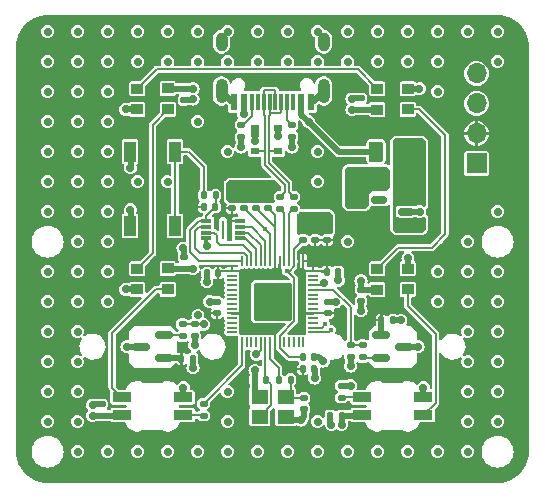
<source format=gbr>
%TF.GenerationSoftware,KiCad,Pcbnew,7.0.3*%
%TF.CreationDate,2023-05-17T00:12:26+01:00*%
%TF.ProjectId,MoonPad,4d6f6f6e-5061-4642-9e6b-696361645f70,rev?*%
%TF.SameCoordinates,Original*%
%TF.FileFunction,Copper,L1,Top*%
%TF.FilePolarity,Positive*%
%FSLAX46Y46*%
G04 Gerber Fmt 4.6, Leading zero omitted, Abs format (unit mm)*
G04 Created by KiCad (PCBNEW 7.0.3) date 2023-05-17 00:12:26*
%MOMM*%
%LPD*%
G01*
G04 APERTURE LIST*
G04 Aperture macros list*
%AMRoundRect*
0 Rectangle with rounded corners*
0 $1 Rounding radius*
0 $2 $3 $4 $5 $6 $7 $8 $9 X,Y pos of 4 corners*
0 Add a 4 corners polygon primitive as box body*
4,1,4,$2,$3,$4,$5,$6,$7,$8,$9,$2,$3,0*
0 Add four circle primitives for the rounded corners*
1,1,$1+$1,$2,$3*
1,1,$1+$1,$4,$5*
1,1,$1+$1,$6,$7*
1,1,$1+$1,$8,$9*
0 Add four rect primitives between the rounded corners*
20,1,$1+$1,$2,$3,$4,$5,0*
20,1,$1+$1,$4,$5,$6,$7,0*
20,1,$1+$1,$6,$7,$8,$9,0*
20,1,$1+$1,$8,$9,$2,$3,0*%
G04 Aperture macros list end*
%TA.AperFunction,SMDPad,CuDef*%
%ADD10RoundRect,0.135000X-0.185000X0.135000X-0.185000X-0.135000X0.185000X-0.135000X0.185000X0.135000X0*%
%TD*%
%TA.AperFunction,SMDPad,CuDef*%
%ADD11RoundRect,0.135000X0.185000X-0.135000X0.185000X0.135000X-0.185000X0.135000X-0.185000X-0.135000X0*%
%TD*%
%TA.AperFunction,SMDPad,CuDef*%
%ADD12RoundRect,0.140000X-0.140000X-0.170000X0.140000X-0.170000X0.140000X0.170000X-0.140000X0.170000X0*%
%TD*%
%TA.AperFunction,SMDPad,CuDef*%
%ADD13RoundRect,0.140000X0.170000X-0.140000X0.170000X0.140000X-0.170000X0.140000X-0.170000X-0.140000X0*%
%TD*%
%TA.AperFunction,SMDPad,CuDef*%
%ADD14RoundRect,0.140000X-0.170000X0.140000X-0.170000X-0.140000X0.170000X-0.140000X0.170000X0.140000X0*%
%TD*%
%TA.AperFunction,SMDPad,CuDef*%
%ADD15RoundRect,0.140000X0.140000X0.170000X-0.140000X0.170000X-0.140000X-0.170000X0.140000X-0.170000X0*%
%TD*%
%TA.AperFunction,SMDPad,CuDef*%
%ADD16R,1.400000X1.200000*%
%TD*%
%TA.AperFunction,SMDPad,CuDef*%
%ADD17RoundRect,0.082000X-0.718000X0.328000X-0.718000X-0.328000X0.718000X-0.328000X0.718000X0.328000X0*%
%TD*%
%TA.AperFunction,SMDPad,CuDef*%
%ADD18R,0.600000X1.450000*%
%TD*%
%TA.AperFunction,SMDPad,CuDef*%
%ADD19R,0.300000X1.450000*%
%TD*%
%TA.AperFunction,ComponentPad*%
%ADD20O,1.000000X2.100000*%
%TD*%
%TA.AperFunction,ComponentPad*%
%ADD21O,1.000000X1.600000*%
%TD*%
%TA.AperFunction,SMDPad,CuDef*%
%ADD22RoundRect,0.150000X-0.587500X-0.150000X0.587500X-0.150000X0.587500X0.150000X-0.587500X0.150000X0*%
%TD*%
%TA.AperFunction,SMDPad,CuDef*%
%ADD23R,1.000000X0.850000*%
%TD*%
%TA.AperFunction,SMDPad,CuDef*%
%ADD24R,0.900000X0.300000*%
%TD*%
%TA.AperFunction,SMDPad,CuDef*%
%ADD25R,0.250000X1.650000*%
%TD*%
%TA.AperFunction,SMDPad,CuDef*%
%ADD26RoundRect,0.135000X0.135000X0.185000X-0.135000X0.185000X-0.135000X-0.185000X0.135000X-0.185000X0*%
%TD*%
%TA.AperFunction,SMDPad,CuDef*%
%ADD27RoundRect,0.250000X0.475000X-0.250000X0.475000X0.250000X-0.475000X0.250000X-0.475000X-0.250000X0*%
%TD*%
%TA.AperFunction,SMDPad,CuDef*%
%ADD28RoundRect,0.250000X0.250000X0.475000X-0.250000X0.475000X-0.250000X-0.475000X0.250000X-0.475000X0*%
%TD*%
%TA.AperFunction,SMDPad,CuDef*%
%ADD29RoundRect,0.250000X-0.375000X-0.625000X0.375000X-0.625000X0.375000X0.625000X-0.375000X0.625000X0*%
%TD*%
%TA.AperFunction,SMDPad,CuDef*%
%ADD30RoundRect,0.050000X-0.387500X-0.050000X0.387500X-0.050000X0.387500X0.050000X-0.387500X0.050000X0*%
%TD*%
%TA.AperFunction,SMDPad,CuDef*%
%ADD31RoundRect,0.050000X-0.050000X-0.387500X0.050000X-0.387500X0.050000X0.387500X-0.050000X0.387500X0*%
%TD*%
%TA.AperFunction,ComponentPad*%
%ADD32C,0.600000*%
%TD*%
%TA.AperFunction,SMDPad,CuDef*%
%ADD33RoundRect,0.144000X-1.456000X-1.456000X1.456000X-1.456000X1.456000X1.456000X-1.456000X1.456000X0*%
%TD*%
%TA.AperFunction,SMDPad,CuDef*%
%ADD34RoundRect,0.150000X0.512500X0.150000X-0.512500X0.150000X-0.512500X-0.150000X0.512500X-0.150000X0*%
%TD*%
%TA.AperFunction,SMDPad,CuDef*%
%ADD35R,0.700000X1.000000*%
%TD*%
%TA.AperFunction,SMDPad,CuDef*%
%ADD36R,0.700000X0.600000*%
%TD*%
%TA.AperFunction,SMDPad,CuDef*%
%ADD37R,1.000000X1.700000*%
%TD*%
%TA.AperFunction,SMDPad,CuDef*%
%ADD38RoundRect,0.135000X-0.135000X-0.185000X0.135000X-0.185000X0.135000X0.185000X-0.135000X0.185000X0*%
%TD*%
%TA.AperFunction,SMDPad,CuDef*%
%ADD39RoundRect,0.150000X0.587500X0.150000X-0.587500X0.150000X-0.587500X-0.150000X0.587500X-0.150000X0*%
%TD*%
%TA.AperFunction,ComponentPad*%
%ADD40R,1.700000X1.700000*%
%TD*%
%TA.AperFunction,ComponentPad*%
%ADD41O,1.700000X1.700000*%
%TD*%
%TA.AperFunction,ViaPad*%
%ADD42C,0.700000*%
%TD*%
%TA.AperFunction,ViaPad*%
%ADD43C,0.450000*%
%TD*%
%TA.AperFunction,Conductor*%
%ADD44C,0.500000*%
%TD*%
%TA.AperFunction,Conductor*%
%ADD45C,0.200000*%
%TD*%
%TA.AperFunction,Conductor*%
%ADD46C,0.300000*%
%TD*%
G04 APERTURE END LIST*
D10*
%TO.P,RLED2,1*%
%TO.N,GND*%
X151892000Y-108708000D03*
%TO.P,RLED2,2*%
%TO.N,Net-(D4-DOUT)*%
X151892000Y-109728000D03*
%TD*%
D11*
%TO.P,RLED1,1*%
%TO.N,Net-(D1-DIN)*%
X140208000Y-111252000D03*
%TO.P,RLED1,2*%
%TO.N,/RGB*%
X140208000Y-110232000D03*
%TD*%
D12*
%TO.P,C27,1*%
%TO.N,+3V3*%
X148618000Y-107315000D03*
%TO.P,C27,2*%
%TO.N,GND*%
X149578000Y-107315000D03*
%TD*%
D13*
%TO.P,C8,2*%
%TO.N,GND*%
X148640800Y-95430400D03*
%TO.P,C8,1*%
%TO.N,+1V1*%
X148640800Y-96390400D03*
%TD*%
D14*
%TO.P,C23,1*%
%TO.N,+5V*%
X138557000Y-83566000D03*
%TO.P,C23,2*%
%TO.N,GND*%
X138557000Y-84526000D03*
%TD*%
D13*
%TO.P,C9,1*%
%TO.N,+3V3*%
X141351000Y-102588000D03*
%TO.P,C9,2*%
%TO.N,GND*%
X141351000Y-101628000D03*
%TD*%
D15*
%TO.P,C26,1*%
%TO.N,+5V*%
X151892000Y-111252000D03*
%TO.P,C26,2*%
%TO.N,GND*%
X150932000Y-111252000D03*
%TD*%
D16*
%TO.P,Y1,1,1*%
%TO.N,Net-(C3-Pad1)*%
X147150000Y-109640000D03*
%TO.P,Y1,2,2*%
%TO.N,GND*%
X144950000Y-109640000D03*
%TO.P,Y1,3,3*%
%TO.N,/XIN*%
X144950000Y-111340000D03*
%TO.P,Y1,4,4*%
%TO.N,GND*%
X147150000Y-111340000D03*
%TD*%
D14*
%TO.P,C25,1*%
%TO.N,+5V*%
X153543000Y-100584000D03*
%TO.P,C25,2*%
%TO.N,GND*%
X153543000Y-101544000D03*
%TD*%
D13*
%TO.P,C14,1*%
%TO.N,+3V3*%
X145669000Y-93698000D03*
%TO.P,C14,2*%
%TO.N,GND*%
X145669000Y-92738000D03*
%TD*%
D17*
%TO.P,D4,1,VDD*%
%TO.N,+5V*%
X153610000Y-111216000D03*
%TO.P,D4,2,DOUT*%
%TO.N,Net-(D4-DOUT)*%
X153610000Y-109716000D03*
%TO.P,D4,3,VSS*%
%TO.N,GND*%
X158810000Y-109716000D03*
%TO.P,D4,4,DIN*%
%TO.N,Net-(D4-DIN)*%
X158810000Y-111216000D03*
%TD*%
D12*
%TO.P,C6,1*%
%TO.N,+1V1*%
X148618000Y-106299000D03*
%TO.P,C6,2*%
%TO.N,GND*%
X149578000Y-106299000D03*
%TD*%
D11*
%TO.P,R6,1*%
%TO.N,GND*%
X143383000Y-87632000D03*
%TO.P,R6,2*%
%TO.N,Net-(J3-CC2)*%
X143383000Y-86612000D03*
%TD*%
D18*
%TO.P,J3,A1,GND*%
%TO.N,GND*%
X149300000Y-84690000D03*
%TO.P,J3,A4,VBUS*%
%TO.N,VBUS*%
X148500000Y-84690000D03*
D19*
%TO.P,J3,A5,CC1*%
%TO.N,Net-(J3-CC1)*%
X147300000Y-84690000D03*
%TO.P,J3,A6,D+*%
%TO.N,/USB_D+*%
X146300000Y-84690000D03*
%TO.P,J3,A7,D-*%
%TO.N,/USB_D-*%
X145800000Y-84690000D03*
%TO.P,J3,A8,SBU1*%
%TO.N,unconnected-(J3-SBU1-PadA8)*%
X144800000Y-84690000D03*
D18*
%TO.P,J3,A9,VBUS*%
%TO.N,VBUS*%
X143600000Y-84690000D03*
%TO.P,J3,A12,GND*%
%TO.N,GND*%
X142800000Y-84690000D03*
%TO.P,J3,B1,GND*%
X142800000Y-84690000D03*
%TO.P,J3,B4,VBUS*%
%TO.N,VBUS*%
X143600000Y-84690000D03*
D19*
%TO.P,J3,B5,CC2*%
%TO.N,Net-(J3-CC2)*%
X144300000Y-84690000D03*
%TO.P,J3,B6,D+*%
%TO.N,/USB_D+*%
X145300000Y-84690000D03*
%TO.P,J3,B7,D-*%
%TO.N,/USB_D-*%
X146800000Y-84690000D03*
%TO.P,J3,B8,SBU2*%
%TO.N,unconnected-(J3-SBU2-PadB8)*%
X147800000Y-84690000D03*
D18*
%TO.P,J3,B9,VBUS*%
%TO.N,VBUS*%
X148500000Y-84690000D03*
%TO.P,J3,B12,GND*%
%TO.N,GND*%
X149300000Y-84690000D03*
D20*
%TO.P,J3,S1,SHIELD*%
X150370000Y-83775000D03*
D21*
X150370000Y-79595000D03*
D20*
X141730000Y-83775000D03*
D21*
X141730000Y-79595000D03*
%TD*%
D22*
%TO.P,U5,1,VDD*%
%TO.N,+3V3*%
X155272500Y-104460000D03*
%TO.P,U5,2,OUT*%
%TO.N,Net-(U5-OUT)*%
X155272500Y-106360000D03*
%TO.P,U5,3,GND*%
%TO.N,GND*%
X157147500Y-105410000D03*
%TD*%
D13*
%TO.P,C10,2*%
%TO.N,GND*%
X149656800Y-95430400D03*
%TO.P,C10,1*%
%TO.N,+3V3*%
X149656800Y-96390400D03*
%TD*%
D17*
%TO.P,D1,1,VDD*%
%TO.N,+5V*%
X133290000Y-111216000D03*
%TO.P,D1,2,DOUT*%
%TO.N,Net-(D1-DOUT)*%
X133290000Y-109716000D03*
%TO.P,D1,3,VSS*%
%TO.N,GND*%
X138490000Y-109716000D03*
%TO.P,D1,4,DIN*%
%TO.N,Net-(D1-DIN)*%
X138490000Y-111216000D03*
%TD*%
D13*
%TO.P,C11,2*%
%TO.N,GND*%
X150672800Y-95430400D03*
%TO.P,C11,1*%
%TO.N,+3V3*%
X150672800Y-96390400D03*
%TD*%
D23*
%TO.P,D3,1,DIN*%
%TO.N,Net-(D2-DOUT)*%
X137190000Y-85330000D03*
%TO.P,D3,2,VDD*%
%TO.N,+5V*%
X137190000Y-83555000D03*
%TO.P,D3,3,DOUT*%
%TO.N,Net-(D3-DOUT)*%
X134590000Y-83580000D03*
%TO.P,D3,4,VSS*%
%TO.N,GND*%
X134590000Y-85330000D03*
%TD*%
D14*
%TO.P,C17,1*%
%TO.N,ADC_Z*%
X152654000Y-105309000D03*
%TO.P,C17,2*%
%TO.N,GND*%
X152654000Y-106269000D03*
%TD*%
D15*
%TO.P,C2,1*%
%TO.N,/XIN*%
X145514000Y-108204000D03*
%TO.P,C2,2*%
%TO.N,GND*%
X144554000Y-108204000D03*
%TD*%
D13*
%TO.P,C19,1*%
%TO.N,+5V*%
X131572000Y-111252000D03*
%TO.P,C19,2*%
%TO.N,GND*%
X131572000Y-110292000D03*
%TD*%
D24*
%TO.P,IC1,1,~{CS}*%
%TO.N,/QSPI_SS*%
X140459000Y-94754000D03*
%TO.P,IC1,2,DO_IO1*%
%TO.N,/QSPI_SD1*%
X140459000Y-95254000D03*
%TO.P,IC1,3,~{WP_IO2}*%
%TO.N,/QSPI_SD2*%
X140459000Y-95754000D03*
%TO.P,IC1,4,GND*%
%TO.N,GND*%
X140459000Y-96254000D03*
%TO.P,IC1,5,DI_IO0*%
%TO.N,/QSPI_SD0*%
X143259000Y-96254000D03*
%TO.P,IC1,6,CLK*%
%TO.N,/QSPI_SCLK*%
X143259000Y-95754000D03*
%TO.P,IC1,7,~{RESET_IO3}*%
%TO.N,/QSPI_SD3*%
X143259000Y-95254000D03*
%TO.P,IC1,8,VCC*%
%TO.N,+3V3*%
X143259000Y-94754000D03*
D25*
%TO.P,IC1,9,EP*%
%TO.N,unconnected-(IC1-EP-Pad9)*%
X141859000Y-95504000D03*
%TD*%
D26*
%TO.P,R1,1*%
%TO.N,/QSPI_SS*%
X141226000Y-92583000D03*
%TO.P,R1,2*%
%TO.N,/~{USB_BOOT}*%
X140206000Y-92583000D03*
%TD*%
D12*
%TO.P,C12,1*%
%TO.N,+3V3*%
X150650000Y-99060000D03*
%TO.P,C12,2*%
%TO.N,GND*%
X151610000Y-99060000D03*
%TD*%
D13*
%TO.P,C15,1*%
%TO.N,+3V3*%
X144653000Y-93698000D03*
%TO.P,C15,2*%
%TO.N,GND*%
X144653000Y-92738000D03*
%TD*%
%TO.P,C20,1*%
%TO.N,+5V*%
X138557000Y-98806000D03*
%TO.P,C20,2*%
%TO.N,GND*%
X138557000Y-97846000D03*
%TD*%
D15*
%TO.P,C16,1*%
%TO.N,+3V3*%
X141450000Y-99187000D03*
%TO.P,C16,2*%
%TO.N,GND*%
X140490000Y-99187000D03*
%TD*%
D12*
%TO.P,C22,1*%
%TO.N,+3V3*%
X155272800Y-103174800D03*
%TO.P,C22,2*%
%TO.N,GND*%
X156232800Y-103174800D03*
%TD*%
D14*
%TO.P,C3,1*%
%TO.N,Net-(C3-Pad1)*%
X148717000Y-109756000D03*
%TO.P,C3,2*%
%TO.N,GND*%
X148717000Y-110716000D03*
%TD*%
D11*
%TO.P,R8,1*%
%TO.N,Net-(U4-OUT)*%
X138430000Y-104521000D03*
%TO.P,R8,2*%
%TO.N,ADC_X*%
X138430000Y-103501000D03*
%TD*%
D27*
%TO.P,C4,1*%
%TO.N,+3V3*%
X153107602Y-94929997D03*
%TO.P,C4,2*%
%TO.N,GND*%
X153107602Y-93029997D03*
%TD*%
D28*
%TO.P,C1,1*%
%TO.N,+5V*%
X157105601Y-91185999D03*
%TO.P,C1,2*%
%TO.N,GND*%
X155205601Y-91185999D03*
%TD*%
D12*
%TO.P,C21,1*%
%TO.N,+3V3*%
X138331000Y-106426000D03*
%TO.P,C21,2*%
%TO.N,GND*%
X139291000Y-106426000D03*
%TD*%
D13*
%TO.P,C24,1*%
%TO.N,+5V*%
X153543000Y-85344000D03*
%TO.P,C24,2*%
%TO.N,GND*%
X153543000Y-84384000D03*
%TD*%
D12*
%TO.P,R9,1*%
%TO.N,+3V3*%
X140236000Y-93599000D03*
%TO.P,R9,2*%
%TO.N,/QSPI_SS*%
X141196000Y-93599000D03*
%TD*%
D23*
%TO.P,D2,1,DIN*%
%TO.N,Net-(D1-DOUT)*%
X137190000Y-100570000D03*
%TO.P,D2,2,VDD*%
%TO.N,+5V*%
X137190000Y-98795000D03*
%TO.P,D2,3,DOUT*%
%TO.N,Net-(D2-DOUT)*%
X134590000Y-98820000D03*
%TO.P,D2,4,VSS*%
%TO.N,GND*%
X134590000Y-100570000D03*
%TD*%
D29*
%TO.P,F1,1*%
%TO.N,VBUS*%
X154810000Y-88900000D03*
%TO.P,F1,2*%
%TO.N,+5V*%
X157610000Y-88900000D03*
%TD*%
D13*
%TO.P,C5,1*%
%TO.N,+3V3*%
X142621000Y-93698000D03*
%TO.P,C5,2*%
%TO.N,GND*%
X142621000Y-92738000D03*
%TD*%
D10*
%TO.P,R4,2*%
%TO.N,Net-(U3-USB_DM)*%
X147828000Y-93728000D03*
%TO.P,R4,1*%
%TO.N,/USB_D-*%
X147828000Y-92708000D03*
%TD*%
D23*
%TO.P,D6,1,DIN*%
%TO.N,Net-(D5-DOUT)*%
X154910000Y-98820000D03*
%TO.P,D6,2,VDD*%
%TO.N,+5V*%
X154910000Y-100595000D03*
%TO.P,D6,3,DOUT*%
%TO.N,Net-(D4-DIN)*%
X157510000Y-100570000D03*
%TO.P,D6,4,VSS*%
%TO.N,GND*%
X157510000Y-98820000D03*
%TD*%
D30*
%TO.P,U3,1,IOVDD*%
%TO.N,+3V3*%
X142612500Y-99000000D03*
%TO.P,U3,2,GPIO0*%
%TO.N,/GPIO0*%
X142612500Y-99400000D03*
%TO.P,U3,3,GPIO1*%
%TO.N,/GPIO1*%
X142612500Y-99800000D03*
%TO.P,U3,4,GPIO2*%
%TO.N,/GPIO2*%
X142612500Y-100200000D03*
%TO.P,U3,5,GPIO3*%
%TO.N,/GPIO3*%
X142612500Y-100600000D03*
%TO.P,U3,6,GPIO4*%
%TO.N,/GPIO4*%
X142612500Y-101000000D03*
%TO.P,U3,7,GPIO5*%
%TO.N,/GPIO5*%
X142612500Y-101400000D03*
%TO.P,U3,8,GPIO6*%
%TO.N,/GPIO6*%
X142612500Y-101800000D03*
%TO.P,U3,9,GPIO7*%
%TO.N,/GPIO7*%
X142612500Y-102200000D03*
%TO.P,U3,10,IOVDD*%
%TO.N,+3V3*%
X142612500Y-102600000D03*
%TO.P,U3,11,GPIO8*%
%TO.N,/GPIO8*%
X142612500Y-103000000D03*
%TO.P,U3,12,GPIO9*%
%TO.N,/GPIO9*%
X142612500Y-103400000D03*
%TO.P,U3,13,GPIO10*%
%TO.N,/GPIO10*%
X142612500Y-103800000D03*
%TO.P,U3,14,GPIO11*%
%TO.N,/GPIO11*%
X142612500Y-104200000D03*
D31*
%TO.P,U3,15,GPIO12*%
%TO.N,/RGB*%
X143450000Y-105037500D03*
%TO.P,U3,16,GPIO13*%
%TO.N,/GPIO13*%
X143850000Y-105037500D03*
%TO.P,U3,17,GPIO14*%
%TO.N,/GPIO14*%
X144250000Y-105037500D03*
%TO.P,U3,18,GPIO15*%
%TO.N,/GPIO15*%
X144650000Y-105037500D03*
%TO.P,U3,19,TESTEN*%
%TO.N,GND*%
X145050000Y-105037500D03*
%TO.P,U3,20,XIN*%
%TO.N,/XIN*%
X145450000Y-105037500D03*
%TO.P,U3,21,XOUT*%
%TO.N,/XOUT*%
X145850000Y-105037500D03*
%TO.P,U3,22,IOVDD*%
%TO.N,+3V3*%
X146250000Y-105037500D03*
%TO.P,U3,23,DVDD*%
%TO.N,+1V1*%
X146650000Y-105037500D03*
%TO.P,U3,24,SWCLK*%
%TO.N,/SWCLK*%
X147050000Y-105037500D03*
%TO.P,U3,25,SWD*%
%TO.N,/SWD*%
X147450000Y-105037500D03*
%TO.P,U3,26,RUN*%
%TO.N,/RUN*%
X147850000Y-105037500D03*
%TO.P,U3,27,GPIO16*%
%TO.N,/GPIO16*%
X148250000Y-105037500D03*
%TO.P,U3,28,GPIO17*%
%TO.N,/GPIO17*%
X148650000Y-105037500D03*
D30*
%TO.P,U3,29,GPIO18*%
%TO.N,/OLED_SDA*%
X149487500Y-104200000D03*
%TO.P,U3,30,GPIO19*%
%TO.N,/OLED_SCL*%
X149487500Y-103800000D03*
%TO.P,U3,31,GPIO20*%
%TO.N,/GPIO20*%
X149487500Y-103400000D03*
%TO.P,U3,32,GPIO21*%
%TO.N,/GPIO21*%
X149487500Y-103000000D03*
%TO.P,U3,33,IOVDD*%
%TO.N,+3V3*%
X149487500Y-102600000D03*
%TO.P,U3,34,GPIO22*%
%TO.N,/GPIO22*%
X149487500Y-102200000D03*
%TO.P,U3,35,GPIO23*%
%TO.N,/GPIO23*%
X149487500Y-101800000D03*
%TO.P,U3,36,GPIO24*%
%TO.N,/GPIO24*%
X149487500Y-101400000D03*
%TO.P,U3,37,GPIO25*%
%TO.N,/GPIO25*%
X149487500Y-101000000D03*
%TO.P,U3,38,GPIO26_ADC0*%
%TO.N,ADC_Z*%
X149487500Y-100600000D03*
%TO.P,U3,39,GPIO27_ADC1*%
%TO.N,ADC_X*%
X149487500Y-100200000D03*
%TO.P,U3,40,GPIO28_ADC2*%
%TO.N,/GPIO28_ADC2*%
X149487500Y-99800000D03*
%TO.P,U3,41,GPIO29_ADC3*%
%TO.N,/GPIO29_ADC3*%
X149487500Y-99400000D03*
%TO.P,U3,42,IOVDD*%
%TO.N,+3V3*%
X149487500Y-99000000D03*
D31*
%TO.P,U3,43,ADC_AVDD*%
X148650000Y-98162500D03*
%TO.P,U3,44,VREG_IN*%
X148250000Y-98162500D03*
%TO.P,U3,45,VREG_VOUT*%
%TO.N,+1V1*%
X147850000Y-98162500D03*
%TO.P,U3,46,USB_DM*%
%TO.N,Net-(U3-USB_DM)*%
X147450000Y-98162500D03*
%TO.P,U3,47,USB_DP*%
%TO.N,Net-(U3-USB_DP)*%
X147050000Y-98162500D03*
%TO.P,U3,48,USB_VDD*%
%TO.N,+3V3*%
X146650000Y-98162500D03*
%TO.P,U3,49,IOVDD*%
X146250000Y-98162500D03*
%TO.P,U3,50,DVDD*%
%TO.N,+1V1*%
X145850000Y-98162500D03*
%TO.P,U3,51,QSPI_SD3*%
%TO.N,/QSPI_SD3*%
X145450000Y-98162500D03*
%TO.P,U3,52,QSPI_SCLK*%
%TO.N,/QSPI_SCLK*%
X145050000Y-98162500D03*
%TO.P,U3,53,QSPI_SD0*%
%TO.N,/QSPI_SD0*%
X144650000Y-98162500D03*
%TO.P,U3,54,QSPI_SD2*%
%TO.N,/QSPI_SD2*%
X144250000Y-98162500D03*
%TO.P,U3,55,QSPI_SD1*%
%TO.N,/QSPI_SD1*%
X143850000Y-98162500D03*
%TO.P,U3,56,QSPI_SS*%
%TO.N,/QSPI_SS*%
X143450000Y-98162500D03*
D32*
%TO.P,U3,57,GND*%
%TO.N,GND*%
X144775000Y-100325000D03*
X144775000Y-101600000D03*
X144775000Y-102875000D03*
X146050000Y-100325000D03*
X146050000Y-101600000D03*
D33*
X146050000Y-101600000D03*
D32*
X146050000Y-102875000D03*
X147325000Y-100325000D03*
X147325000Y-101600000D03*
X147325000Y-102875000D03*
%TD*%
D34*
%TO.P,U6,1,VIN*%
%TO.N,+5V*%
X157347500Y-94930000D03*
%TO.P,U6,2,GND*%
%TO.N,GND*%
X157347500Y-93980000D03*
%TO.P,U6,3,EN*%
%TO.N,+5V*%
X157347500Y-93030000D03*
%TO.P,U6,4,NC*%
%TO.N,unconnected-(U6-NC-Pad4)*%
X155072500Y-93030000D03*
%TO.P,U6,5,VOUT*%
%TO.N,+3V3*%
X155072500Y-94930000D03*
%TD*%
D35*
%TO.P,D7,1,GND*%
%TO.N,GND*%
X144542000Y-87134000D03*
D36*
%TO.P,D7,2,I/O1*%
%TO.N,/USB_D+*%
X144542000Y-88834000D03*
%TO.P,D7,3,I/O2*%
%TO.N,/USB_D-*%
X146542000Y-88834000D03*
%TO.P,D7,4,VCC*%
%TO.N,+5V*%
X146542000Y-86934000D03*
%TD*%
D23*
%TO.P,D5,1,DIN*%
%TO.N,Net-(D3-DOUT)*%
X154910000Y-83580000D03*
%TO.P,D5,2,VDD*%
%TO.N,+5V*%
X154910000Y-85355000D03*
%TO.P,D5,3,DOUT*%
%TO.N,Net-(D5-DOUT)*%
X157510000Y-85330000D03*
%TO.P,D5,4,VSS*%
%TO.N,GND*%
X157510000Y-83580000D03*
%TD*%
D13*
%TO.P,C7,1*%
%TO.N,+1V1*%
X143637000Y-93698000D03*
%TO.P,C7,2*%
%TO.N,GND*%
X143637000Y-92738000D03*
%TD*%
D37*
%TO.P,SW1,1,1*%
%TO.N,GND*%
X133990000Y-95200000D03*
X133990000Y-88900000D03*
%TO.P,SW1,2,2*%
%TO.N,/~{USB_BOOT}*%
X137790000Y-95200000D03*
X137790000Y-88900000D03*
%TD*%
D10*
%TO.P,R3,2*%
%TO.N,Net-(U3-USB_DP)*%
X146685000Y-93728000D03*
%TO.P,R3,1*%
%TO.N,/USB_D+*%
X146685000Y-92708000D03*
%TD*%
D13*
%TO.P,C13,1*%
%TO.N,+3V3*%
X150749000Y-102588000D03*
%TO.P,C13,2*%
%TO.N,GND*%
X150749000Y-101628000D03*
%TD*%
D11*
%TO.P,R7,1*%
%TO.N,Net-(U5-OUT)*%
X153670000Y-106299000D03*
%TO.P,R7,2*%
%TO.N,ADC_Z*%
X153670000Y-105279000D03*
%TD*%
D38*
%TO.P,R5,1*%
%TO.N,/XOUT*%
X146556000Y-108204000D03*
%TO.P,R5,2*%
%TO.N,Net-(C3-Pad1)*%
X147576000Y-108204000D03*
%TD*%
D11*
%TO.P,R2,1*%
%TO.N,GND*%
X147701000Y-87632000D03*
%TO.P,R2,2*%
%TO.N,Net-(J3-CC1)*%
X147701000Y-86612000D03*
%TD*%
D14*
%TO.P,C18,1*%
%TO.N,ADC_X*%
X139446000Y-103533000D03*
%TO.P,C18,2*%
%TO.N,GND*%
X139446000Y-104493000D03*
%TD*%
D39*
%TO.P,U4,1,VDD*%
%TO.N,+3V3*%
X136827500Y-106360000D03*
%TO.P,U4,2,OUT*%
%TO.N,Net-(U4-OUT)*%
X136827500Y-104460000D03*
%TO.P,U4,3,GND*%
%TO.N,GND*%
X134952500Y-105410000D03*
%TD*%
D40*
%TO.P,J1,1,Pin_1*%
%TO.N,GND*%
X163322000Y-89906000D03*
D41*
%TO.P,J1,2,Pin_2*%
%TO.N,+3V3*%
X163322000Y-87366000D03*
%TO.P,J1,3,Pin_3*%
%TO.N,/OLED_SCL*%
X163322000Y-84826000D03*
%TO.P,J1,4,Pin_4*%
%TO.N,/OLED_SDA*%
X163322000Y-82286000D03*
%TD*%
D42*
%TO.N,GND*%
X142240000Y-109220000D03*
X152654000Y-108712000D03*
X137160000Y-91440000D03*
X134620000Y-91440000D03*
X152400000Y-96520000D03*
X149860000Y-88900000D03*
X132080000Y-101600000D03*
X149860000Y-111760000D03*
X142240000Y-111760000D03*
X160020000Y-101600000D03*
X160020000Y-99060000D03*
X160020000Y-83820000D03*
X165100000Y-81280000D03*
X142240000Y-81280000D03*
X139700000Y-81280000D03*
X160020000Y-81280000D03*
X144780000Y-81280000D03*
X154940000Y-81280000D03*
X157480000Y-81280000D03*
X147320000Y-81280000D03*
X149860000Y-81280000D03*
X152400000Y-81280000D03*
X137160000Y-81280000D03*
X134620000Y-81280000D03*
X132080000Y-81280000D03*
X132080000Y-83820000D03*
X132080000Y-86360000D03*
X132080000Y-88900000D03*
X132080000Y-91440000D03*
X132080000Y-93980000D03*
X132080000Y-96520000D03*
X132080000Y-99060000D03*
X162560000Y-114300000D03*
X160020000Y-114300000D03*
X157480000Y-114300000D03*
X154940000Y-114300000D03*
X152400000Y-114300000D03*
X149860000Y-114300000D03*
X147320000Y-114300000D03*
X144780000Y-114300000D03*
X142240000Y-114300000D03*
X139700000Y-114300000D03*
X137160000Y-114300000D03*
X134620000Y-114300000D03*
X132080000Y-114300000D03*
X129540000Y-114300000D03*
X165100000Y-111760000D03*
X162560000Y-111760000D03*
X129540000Y-111760000D03*
X127000000Y-111760000D03*
X165100000Y-109220000D03*
X162560000Y-109220000D03*
X129540000Y-109220000D03*
X127000000Y-109220000D03*
X165100000Y-106680000D03*
X162560000Y-106680000D03*
X129540000Y-106680000D03*
X127000000Y-106680000D03*
X165100000Y-104140000D03*
X162560000Y-104140000D03*
X129540000Y-104140000D03*
X127000000Y-104140000D03*
X165100000Y-101600000D03*
X162560000Y-101600000D03*
X129540000Y-101600000D03*
X127000000Y-101600000D03*
X165100000Y-99060000D03*
X162560000Y-99060000D03*
X129540000Y-99060000D03*
X127000000Y-99060000D03*
X162560000Y-96520000D03*
X129540000Y-96520000D03*
X165100000Y-93980000D03*
X129540000Y-93980000D03*
X127000000Y-93980000D03*
X129540000Y-91440000D03*
X127000000Y-91440000D03*
X129540000Y-88900000D03*
X127000000Y-88900000D03*
X129540000Y-86360000D03*
X127000000Y-86360000D03*
X129540000Y-83820000D03*
X127000000Y-83820000D03*
X129540000Y-81280000D03*
X127000000Y-81280000D03*
X165100000Y-78740000D03*
X162560000Y-78740000D03*
X160020000Y-78740000D03*
X157480000Y-78740000D03*
X154940000Y-78740000D03*
X152400000Y-78740000D03*
X149860000Y-78740000D03*
X147320000Y-78740000D03*
X144780000Y-78740000D03*
X142240000Y-78740000D03*
X139700000Y-78740000D03*
X137160000Y-78740000D03*
X134620000Y-78740000D03*
X132080000Y-78740000D03*
X129540000Y-78740000D03*
X127000000Y-78740000D03*
X149860000Y-91440000D03*
X139700000Y-86360000D03*
X142240000Y-88900000D03*
X139727774Y-102760906D03*
X144554000Y-107416600D03*
X149606000Y-108077000D03*
X150361766Y-106639174D03*
%TO.N,VBUS*%
X143600000Y-85736600D03*
X149098000Y-86360000D03*
%TO.N,GND*%
X150672800Y-94640400D03*
X152654000Y-91694000D03*
X158496002Y-93979996D03*
X140716000Y-101600000D03*
X133731000Y-105410000D03*
X151384000Y-101628000D03*
X143383000Y-88517000D03*
X147701000Y-88517000D03*
X133618000Y-85330000D03*
X158482000Y-83580000D03*
X134021102Y-90272001D03*
X130810000Y-110363000D03*
X152654000Y-90678000D03*
X148463000Y-111633000D03*
X153670000Y-90678000D03*
X133618000Y-100570000D03*
X144687289Y-106070887D03*
X144653000Y-91948000D03*
X153670000Y-91694000D03*
X139446000Y-105283000D03*
X134021102Y-93827998D03*
X149656800Y-94640400D03*
X145669000Y-91948000D03*
X142621000Y-91948000D03*
X157510000Y-97947000D03*
X139319000Y-84455000D03*
X140462000Y-96870700D03*
X153543002Y-102362000D03*
X138490000Y-108894135D03*
X144542000Y-88016098D03*
X156921200Y-103174800D03*
X140490000Y-99921000D03*
X151610000Y-99794000D03*
X138463100Y-97075125D03*
X158810000Y-108894135D03*
X148640800Y-94640400D03*
X152781000Y-84455000D03*
X152654000Y-107061000D03*
X151040097Y-112014000D03*
X143637000Y-91948000D03*
X158369000Y-105410000D03*
X139319000Y-107188000D03*
D43*
%TO.N,+1V1*%
X145392072Y-95460376D03*
X147253371Y-98977451D03*
D42*
%TO.N,ADC_X*%
X150426900Y-99998100D03*
X140208000Y-103533000D03*
D43*
%TO.N,/OLED_SCL*%
X150495000Y-103505000D03*
%TO.N,/OLED_SDA*%
X151003000Y-104002018D03*
D42*
%TO.N,+5V*%
X139319000Y-83566000D03*
X158496000Y-91694000D03*
X151892000Y-112014000D03*
X146542000Y-87614000D03*
X158496000Y-94995996D03*
X153543001Y-99822001D03*
X139319000Y-98806000D03*
X158496000Y-92710000D03*
X152781000Y-85344000D03*
X130810000Y-111252000D03*
X158496001Y-90678000D03*
%TD*%
D44*
%TO.N,GND*%
X151892000Y-108708000D02*
X152650000Y-108708000D01*
X152650000Y-108708000D02*
X152654000Y-108712000D01*
D45*
%TO.N,/RGB*%
X140208000Y-110232000D02*
X143450000Y-106990000D01*
X143450000Y-106990000D02*
X143450000Y-105037500D01*
%TO.N,Net-(D1-DIN)*%
X138490000Y-111216000D02*
X140172000Y-111216000D01*
X140172000Y-111216000D02*
X140208000Y-111252000D01*
%TO.N,Net-(D4-DOUT)*%
X151892000Y-109728000D02*
X151904000Y-109716000D01*
X151904000Y-109716000D02*
X153586000Y-109716000D01*
%TO.N,Net-(D3-DOUT)*%
X134590000Y-83580000D02*
X136255000Y-81915000D01*
X136255000Y-81915000D02*
X153245000Y-81915000D01*
X153245000Y-81915000D02*
X154910000Y-83580000D01*
%TO.N,Net-(D5-DOUT)*%
X154910000Y-98820000D02*
X156702000Y-97028000D01*
X156702000Y-97028000D02*
X159512000Y-97028000D01*
X159512000Y-97028000D02*
X160655000Y-95885000D01*
X160655000Y-95885000D02*
X160655000Y-87503000D01*
X158482000Y-85330000D02*
X157510000Y-85330000D01*
X160655000Y-87503000D02*
X158482000Y-85330000D01*
%TO.N,+3V3*%
X146250000Y-96847000D02*
X146250000Y-94279000D01*
X146250000Y-94279000D02*
X145669000Y-93698000D01*
X144653000Y-93698000D02*
X146250000Y-95295000D01*
X146250000Y-95295000D02*
X146250000Y-98162500D01*
%TO.N,/XOUT*%
X146556000Y-108204000D02*
X146556000Y-107186000D01*
X146556000Y-107186000D02*
X145850000Y-106480000D01*
X145850000Y-106480000D02*
X145850000Y-105037500D01*
D44*
%TO.N,GND*%
X144554000Y-107416600D02*
X144554000Y-108204000D01*
X149606000Y-108077000D02*
X149606000Y-107315000D01*
X150021592Y-106299000D02*
X150361766Y-106639174D01*
X149578000Y-106299000D02*
X150021592Y-106299000D01*
D45*
%TO.N,+3V3*%
X148618000Y-107315000D02*
X147701000Y-107315000D01*
X147701000Y-107315000D02*
X146250000Y-105864000D01*
X146250000Y-105864000D02*
X146250000Y-105037500D01*
%TO.N,+1V1*%
X147446342Y-106299000D02*
X148618000Y-106299000D01*
X146650000Y-105502658D02*
X147446342Y-106299000D01*
X146650000Y-105037500D02*
X146650000Y-105502658D01*
%TO.N,/XIN*%
X145450000Y-105037500D02*
X145450000Y-108140000D01*
%TO.N,+1V1*%
X147850000Y-98162500D02*
X147850000Y-97181200D01*
X147850000Y-97181200D02*
X148640800Y-96390400D01*
X145392072Y-95460376D02*
X145392072Y-95453072D01*
X145392072Y-95453072D02*
X143637000Y-93698000D01*
X145392072Y-95460376D02*
X145850000Y-95918304D01*
X145850000Y-95918304D02*
X145850000Y-98162500D01*
%TO.N,Net-(U3-USB_DM)*%
X147450000Y-98162500D02*
X147450000Y-94106000D01*
%TO.N,Net-(U3-USB_DP)*%
X147050000Y-94093000D02*
X147050000Y-98162500D01*
%TO.N,/USB_D+*%
X145373800Y-89996986D02*
X147080300Y-91703486D01*
X145373800Y-85851301D02*
X145373800Y-89996986D01*
X145300000Y-85777501D02*
X145373800Y-85851301D01*
X147080300Y-91703486D02*
X147080300Y-92312700D01*
X145300000Y-84690000D02*
X145300000Y-85777501D01*
%TO.N,/USB_D-*%
X145726200Y-89851014D02*
X147432700Y-91557514D01*
X145726200Y-85851301D02*
X145726200Y-89851014D01*
X147432700Y-91557514D02*
X147432700Y-92312700D01*
X145800000Y-85777501D02*
X145726200Y-85851301D01*
X145800000Y-84690000D02*
X145800000Y-85777501D01*
%TO.N,ADC_Z*%
X152654000Y-102046077D02*
X152654000Y-105309000D01*
X151207923Y-100600000D02*
X152654000Y-102046077D01*
X149487500Y-100600000D02*
X151207923Y-100600000D01*
D44*
%TO.N,VBUS*%
X151638000Y-88900000D02*
X154810000Y-88900000D01*
X143600000Y-85736600D02*
X143600000Y-84690000D01*
X149098000Y-86360000D02*
X148500000Y-85762000D01*
X148500000Y-85762000D02*
X148500000Y-84690000D01*
X149098000Y-86360000D02*
X151638000Y-88900000D01*
%TO.N,GND*%
X150932000Y-111905903D02*
X150932000Y-111252000D01*
X144554000Y-109244000D02*
X144554000Y-108204000D01*
X144950000Y-109640000D02*
X144554000Y-109244000D01*
X156921200Y-103174800D02*
X156232800Y-103174800D01*
X143383000Y-88517000D02*
X143383000Y-87631999D01*
X148463000Y-111633000D02*
X148717000Y-111379000D01*
X149656800Y-95430400D02*
X149656800Y-94640400D01*
X147701000Y-88517000D02*
X147701002Y-87631999D01*
X150672800Y-95430400D02*
X150672800Y-94640400D01*
X153543002Y-102362000D02*
X153543001Y-101544001D01*
X145669000Y-92738000D02*
X145669000Y-91948000D01*
X138557000Y-97169025D02*
X138463100Y-97075125D01*
X130881000Y-110292000D02*
X130810000Y-110363000D01*
X139291000Y-107160000D02*
X139319000Y-107188000D01*
X152852000Y-84384000D02*
X152781000Y-84455000D01*
X151040097Y-112014000D02*
X150932000Y-111905903D01*
X148640800Y-95430400D02*
X148640800Y-94640400D01*
X133618000Y-85330000D02*
X134590000Y-85330000D01*
D45*
X140459000Y-96867700D02*
X140462000Y-96870700D01*
X144687289Y-106070887D02*
X145050000Y-105708176D01*
D44*
X142645000Y-84690000D02*
X141730000Y-83775000D01*
D46*
X140459000Y-96254000D02*
X140459000Y-96867700D01*
D44*
X139291000Y-106426000D02*
X139291000Y-107160000D01*
X143637000Y-92738000D02*
X143637000Y-91948000D01*
X157147500Y-105410000D02*
X158369000Y-105410000D01*
X157510000Y-97947000D02*
X157510000Y-98820000D01*
X140490000Y-99921000D02*
X140490000Y-99187000D01*
X148717000Y-111379000D02*
X148717000Y-110716000D01*
X134026102Y-95199998D02*
X134026103Y-93833000D01*
X134026103Y-90267000D02*
X134021102Y-90272001D01*
X139248000Y-84526000D02*
X139319000Y-84455000D01*
X140716000Y-101600000D02*
X140744000Y-101628000D01*
X131572000Y-110292000D02*
X130881000Y-110292000D01*
X149300000Y-84690000D02*
X149455000Y-84690000D01*
X153543000Y-84384000D02*
X152852000Y-84384000D01*
X151384000Y-101628000D02*
X150749000Y-101628000D01*
X158810000Y-108894135D02*
X158810000Y-109716000D01*
X151610000Y-99794000D02*
X151610000Y-99060000D01*
X149455000Y-84690000D02*
X150370000Y-83775000D01*
X138557000Y-97846000D02*
X138557000Y-97169025D01*
X142621000Y-91948000D02*
X142621000Y-92738000D01*
X158482000Y-83580000D02*
X157510000Y-83580000D01*
X144542000Y-88016098D02*
X144542000Y-87134000D01*
X138490000Y-108894135D02*
X138490000Y-109716000D01*
X148463000Y-111633000D02*
X147443000Y-111633000D01*
X152654000Y-106269000D02*
X152654000Y-107061000D01*
X134952500Y-105410000D02*
X133731000Y-105410000D01*
X142800000Y-84690000D02*
X142645000Y-84690000D01*
X133618000Y-100570000D02*
X134590000Y-100570000D01*
X139446000Y-104493000D02*
X139446000Y-105283000D01*
X144653000Y-92738000D02*
X144653000Y-91948000D01*
X157347500Y-93980000D02*
X158496002Y-93979996D01*
X138557000Y-84526000D02*
X139248000Y-84526000D01*
D45*
X145050000Y-105708176D02*
X145050000Y-105037500D01*
D44*
X134026102Y-88900001D02*
X134026103Y-90267000D01*
X147443000Y-111633000D02*
X147150000Y-111340000D01*
X140744000Y-101628000D02*
X141351000Y-101628000D01*
D45*
%TO.N,/XIN*%
X145902400Y-110387600D02*
X144950000Y-111340000D01*
X145902400Y-108592400D02*
X145902400Y-110387600D01*
X145514000Y-108204000D02*
X145902400Y-108592400D01*
X145450000Y-108140000D02*
X145514000Y-108204000D01*
%TO.N,Net-(C3-Pad1)*%
X147266000Y-109756000D02*
X147150000Y-109640000D01*
X148717000Y-109756000D02*
X147266000Y-109756000D01*
X147576000Y-108204000D02*
X147576000Y-109214000D01*
X147576000Y-109214000D02*
X147150000Y-109640000D01*
%TO.N,+3V3*%
X141367000Y-102604000D02*
X141351000Y-102588000D01*
D44*
X155272800Y-104459700D02*
X155272500Y-104460000D01*
D45*
X150590000Y-99000000D02*
X150650000Y-99060000D01*
X149487500Y-102600000D02*
X150737000Y-102600000D01*
X141450000Y-99187000D02*
X141510000Y-99127000D01*
D44*
X155272800Y-103174800D02*
X155272800Y-104459700D01*
X138265000Y-106360000D02*
X136827500Y-106360000D01*
D45*
X141450000Y-99187000D02*
X141637000Y-99000000D01*
X141637000Y-99000000D02*
X142612500Y-99000000D01*
X149487500Y-99000000D02*
X150590000Y-99000000D01*
X150737000Y-102600000D02*
X150749000Y-102588000D01*
D44*
X138331000Y-106426000D02*
X138265000Y-106360000D01*
D45*
%TO.N,+1V1*%
X147253371Y-98977451D02*
X147500207Y-98977451D01*
X147902400Y-103220194D02*
X146650000Y-104472594D01*
X147850000Y-98627658D02*
X147850000Y-98162500D01*
X147500207Y-98977451D02*
X147850000Y-98627658D01*
X147902400Y-99626480D02*
X147902400Y-103220194D01*
X146650000Y-104472594D02*
X146650000Y-105037500D01*
X147253371Y-98977451D02*
X147902400Y-99626480D01*
%TO.N,ADC_Z*%
X153640000Y-105309000D02*
X153670000Y-105279000D01*
X152654000Y-105309000D02*
X153640000Y-105309000D01*
%TO.N,ADC_X*%
X150426900Y-99998100D02*
X150225000Y-100200000D01*
X150225000Y-100200000D02*
X149487500Y-100200000D01*
X138462000Y-103533000D02*
X138430000Y-103501000D01*
X140208000Y-103533000D02*
X138462000Y-103533000D01*
%TO.N,Net-(J3-CC1)*%
X147300000Y-86211000D02*
X147701000Y-86612000D01*
X147300000Y-84690000D02*
X147300000Y-86211000D01*
%TO.N,/USB_D+*%
X147080300Y-92312700D02*
X146685000Y-92708000D01*
X146300000Y-83741000D02*
X146300000Y-84690000D01*
X145352400Y-83712600D02*
X146271600Y-83712600D01*
X144542000Y-88834000D02*
X145373800Y-88834000D01*
X145300000Y-83765000D02*
X145352400Y-83712600D01*
X145300000Y-84690000D02*
X145300000Y-83765000D01*
X146271600Y-83712600D02*
X146300000Y-83741000D01*
%TO.N,/USB_D-*%
X145800000Y-84690000D02*
X145800000Y-85615000D01*
X145852400Y-85667400D02*
X146685000Y-85667400D01*
X147432700Y-92312700D02*
X147828000Y-92708000D01*
X146800000Y-85552400D02*
X146800000Y-84690000D01*
X146685000Y-85667400D02*
X146800000Y-85552400D01*
X145726200Y-88834000D02*
X146542000Y-88834000D01*
X145800000Y-85615000D02*
X145852400Y-85667400D01*
%TO.N,Net-(J3-CC2)*%
X144300000Y-85888523D02*
X143576523Y-86612000D01*
X144300000Y-84690000D02*
X144300000Y-85888523D01*
X143576523Y-86612000D02*
X143383000Y-86612000D01*
%TO.N,/QSPI_SS*%
X139065000Y-95498000D02*
X139065000Y-97409000D01*
X140459000Y-94336000D02*
X141196000Y-93599000D01*
X141226000Y-93569000D02*
X141196000Y-93599000D01*
X140459000Y-94754000D02*
X139809000Y-94754000D01*
X139065000Y-97409000D02*
X139818500Y-98162500D01*
X139809000Y-94754000D02*
X139065000Y-95498000D01*
X140459000Y-94754000D02*
X140459000Y-94336000D01*
X141226000Y-92583000D02*
X141226000Y-93569000D01*
X139818500Y-98162500D02*
X143450000Y-98162500D01*
%TO.N,/~{USB_BOOT}*%
X138878000Y-88900000D02*
X137790000Y-88900000D01*
X140206000Y-92583000D02*
X140206000Y-90168000D01*
X140206000Y-90168000D02*
X138938000Y-88900000D01*
X137790000Y-88900000D02*
X137790000Y-95200000D01*
%TO.N,Net-(U3-USB_DP)*%
X146685000Y-93728000D02*
X147050000Y-94093000D01*
%TO.N,Net-(U3-USB_DM)*%
X147450000Y-94106000D02*
X147828000Y-93728000D01*
%TO.N,Net-(U5-OUT)*%
X155272500Y-106360000D02*
X153731000Y-106360000D01*
X153731000Y-106360000D02*
X153670000Y-106299000D01*
%TO.N,Net-(U4-OUT)*%
X136827500Y-104460000D02*
X138303000Y-104460000D01*
%TO.N,/QSPI_SD1*%
X140459000Y-95254000D02*
X139852568Y-95254000D01*
X139852568Y-95254000D02*
X139446000Y-95660568D01*
X143625258Y-97472600D02*
X143850000Y-97697342D01*
X139446000Y-97028000D02*
X139890600Y-97472600D01*
X143850000Y-97697342D02*
X143850000Y-98162500D01*
X139446000Y-95660568D02*
X139446000Y-97028000D01*
X139890600Y-97472600D02*
X143625258Y-97472600D01*
%TO.N,/QSPI_SD2*%
X144250000Y-97514000D02*
X143510000Y-96774000D01*
X144250000Y-98162500D02*
X144250000Y-97514000D01*
X141351000Y-95996000D02*
X141109000Y-95754000D01*
X141351000Y-96520000D02*
X141351000Y-95996000D01*
X143510000Y-96774000D02*
X141605000Y-96774000D01*
X141109000Y-95754000D02*
X140459000Y-95754000D01*
X141605000Y-96774000D02*
X141351000Y-96520000D01*
%TO.N,/QSPI_SD0*%
X144650000Y-97152000D02*
X144650000Y-98162500D01*
X143259000Y-96254000D02*
X143752000Y-96254000D01*
X143752000Y-96254000D02*
X144650000Y-97152000D01*
%TO.N,/QSPI_SCLK*%
X144014000Y-95754000D02*
X143259000Y-95754000D01*
X145050000Y-98162500D02*
X145050000Y-96790000D01*
X145050000Y-96790000D02*
X144014000Y-95754000D01*
%TO.N,/QSPI_SD3*%
X144276000Y-95254000D02*
X143259000Y-95254000D01*
X145450000Y-96428000D02*
X144276000Y-95254000D01*
X145450000Y-98162500D02*
X145450000Y-96428000D01*
%TO.N,/OLED_SCL*%
X150495000Y-103505000D02*
X150200000Y-103800000D01*
X150200000Y-103800000D02*
X149487500Y-103800000D01*
%TO.N,/OLED_SDA*%
X151003000Y-104002018D02*
X150805018Y-104200000D01*
X150805018Y-104200000D02*
X149487500Y-104200000D01*
%TO.N,Net-(D2-DOUT)*%
X135890000Y-86630000D02*
X135890000Y-97520000D01*
X135890000Y-97520000D02*
X134590000Y-98820000D01*
X137190000Y-85330000D02*
X135890000Y-86630000D01*
%TO.N,Net-(D1-DOUT)*%
X132461000Y-104267000D02*
X132461000Y-108887000D01*
X137190000Y-100570000D02*
X136158000Y-100570000D01*
X136158000Y-100570000D02*
X132461000Y-104267000D01*
X132461000Y-108887000D02*
X133290000Y-109716000D01*
%TO.N,Net-(D4-DIN)*%
X157510000Y-102011000D02*
X159862400Y-104363400D01*
X159862400Y-104363400D02*
X159862400Y-110182513D01*
X159862400Y-110182513D02*
X158828913Y-111216000D01*
X158828913Y-111216000D02*
X158810000Y-111216000D01*
X157510000Y-100570000D02*
X157510000Y-102011000D01*
D44*
%TO.N,+5V*%
X131572000Y-111252000D02*
X133254000Y-111252000D01*
X138557000Y-83566000D02*
X139319000Y-83566000D01*
X153543001Y-99822001D02*
X153543001Y-100584001D01*
X137201000Y-83566000D02*
X137190000Y-83555000D01*
X153598000Y-111252000D02*
X153610000Y-111240000D01*
X138557000Y-98806000D02*
X137201000Y-98806000D01*
X137201000Y-98806000D02*
X137190000Y-98795000D01*
X153543000Y-100584000D02*
X154899000Y-100584000D01*
X151892000Y-111252000D02*
X151892000Y-112014000D01*
X138557000Y-98806000D02*
X139319000Y-98806000D01*
X138557000Y-83566000D02*
X137201000Y-83566000D01*
X154899000Y-100584000D02*
X154910000Y-100595000D01*
X131572000Y-111252000D02*
X130810000Y-111252000D01*
X133254000Y-111252000D02*
X133290000Y-111216000D01*
X153543000Y-85344000D02*
X152781000Y-85344000D01*
X154899000Y-85344000D02*
X154910000Y-85355000D01*
X153543000Y-85344000D02*
X154899000Y-85344000D01*
X151892000Y-111252000D02*
X153598000Y-111252000D01*
X146542000Y-87614000D02*
X146542000Y-86934000D01*
%TD*%
%TA.AperFunction,Conductor*%
%TO.N,+5V*%
G36*
X158767184Y-87775905D02*
G01*
X158778995Y-87785993D01*
X158975004Y-87982004D01*
X159002781Y-88036519D01*
X159004000Y-88052006D01*
X159004000Y-93475154D01*
X158985093Y-93533345D01*
X158935593Y-93569309D01*
X158874407Y-93569309D01*
X158844733Y-93553696D01*
X158773631Y-93499138D01*
X158773630Y-93499137D01*
X158773627Y-93499135D01*
X158773624Y-93499134D01*
X158773623Y-93499133D01*
X158639711Y-93443666D01*
X158639710Y-93443665D01*
X158496002Y-93424746D01*
X158352293Y-93443665D01*
X158352292Y-93443666D01*
X158218380Y-93499133D01*
X158218375Y-93499135D01*
X158205470Y-93509039D01*
X158147794Y-93529463D01*
X158145203Y-93529497D01*
X158066263Y-93529497D01*
X158022783Y-93519438D01*
X157961395Y-93489427D01*
X157934139Y-93485456D01*
X157893260Y-93479500D01*
X156801740Y-93479500D01*
X156767673Y-93484463D01*
X156733604Y-93489427D01*
X156628518Y-93540801D01*
X156545801Y-93623518D01*
X156494427Y-93728604D01*
X156494427Y-93728607D01*
X156484500Y-93796740D01*
X156484500Y-94163260D01*
X156491118Y-94208682D01*
X156494427Y-94231395D01*
X156545801Y-94336481D01*
X156545802Y-94336483D01*
X156628517Y-94419198D01*
X156651630Y-94430497D01*
X156733604Y-94470572D01*
X156733605Y-94470572D01*
X156733607Y-94470573D01*
X156801740Y-94480500D01*
X156801743Y-94480500D01*
X157893257Y-94480500D01*
X157893260Y-94480500D01*
X157961393Y-94470573D01*
X158009761Y-94446926D01*
X158022794Y-94440556D01*
X158066274Y-94430497D01*
X158145206Y-94430497D01*
X158203397Y-94449404D01*
X158205415Y-94450911D01*
X158218377Y-94460857D01*
X158352293Y-94516326D01*
X158496002Y-94535246D01*
X158639711Y-94516326D01*
X158773627Y-94460857D01*
X158844731Y-94406296D01*
X158902408Y-94385871D01*
X158961074Y-94403248D01*
X158998321Y-94451789D01*
X159004000Y-94484837D01*
X159004000Y-95462992D01*
X158985093Y-95521183D01*
X158975004Y-95532996D01*
X158778996Y-95729004D01*
X158724479Y-95756781D01*
X158708992Y-95758000D01*
X156505007Y-95758000D01*
X156446816Y-95739093D01*
X156435009Y-95729009D01*
X156238994Y-95532995D01*
X156211218Y-95478479D01*
X156209999Y-95462992D01*
X156209999Y-88052006D01*
X156228906Y-87993815D01*
X156238983Y-87982014D01*
X156435005Y-87785992D01*
X156489520Y-87758217D01*
X156505006Y-87756998D01*
X158708996Y-87756998D01*
X158767184Y-87775905D01*
G37*
%TD.AperFunction*%
%TD*%
%TA.AperFunction,Conductor*%
%TO.N,GND*%
G36*
X155719183Y-90188907D02*
G01*
X155730996Y-90198996D01*
X155927004Y-90395004D01*
X155954781Y-90449521D01*
X155956000Y-90465008D01*
X155956000Y-91906991D01*
X155937093Y-91965182D01*
X155927004Y-91976995D01*
X155730996Y-92173003D01*
X155676479Y-92200780D01*
X155660992Y-92201999D01*
X154431999Y-92201998D01*
X154431998Y-92201998D01*
X154178000Y-92455999D01*
X154178000Y-93430992D01*
X154159093Y-93489183D01*
X154149004Y-93500996D01*
X153952996Y-93697004D01*
X153898479Y-93724781D01*
X153882992Y-93726000D01*
X152441008Y-93726000D01*
X152382817Y-93707093D01*
X152371004Y-93697004D01*
X152174996Y-93500996D01*
X152147219Y-93446479D01*
X152146000Y-93430992D01*
X152146000Y-90465007D01*
X152164907Y-90406816D01*
X152174997Y-90395003D01*
X152371005Y-90198996D01*
X152425521Y-90171219D01*
X152441008Y-90170000D01*
X155660992Y-90170000D01*
X155719183Y-90188907D01*
G37*
%TD.AperFunction*%
%TD*%
%TA.AperFunction,Conductor*%
%TO.N,+3V3*%
G36*
X155956000Y-94233998D02*
G01*
X155956000Y-95504000D01*
X155702000Y-95758000D01*
X152146000Y-95758000D01*
X151892000Y-95504000D01*
X151892000Y-94234000D01*
X152146000Y-93980000D01*
X155702000Y-93980000D01*
X155956000Y-94233998D01*
G37*
%TD.AperFunction*%
%TD*%
%TA.AperFunction,Conductor*%
%TO.N,GND*%
G36*
X146282027Y-91331907D02*
G01*
X146293839Y-91341996D01*
X146750803Y-91798959D01*
X146778581Y-91853476D01*
X146779800Y-91868963D01*
X146779800Y-92138500D01*
X146760893Y-92196691D01*
X146711393Y-92232655D01*
X146680800Y-92237500D01*
X146460684Y-92237500D01*
X146444398Y-92239644D01*
X146411825Y-92243932D01*
X146411824Y-92243932D01*
X146304598Y-92293933D01*
X146220933Y-92377598D01*
X146170932Y-92484824D01*
X146170932Y-92484825D01*
X146164500Y-92533685D01*
X146164500Y-92882314D01*
X146164499Y-92882314D01*
X146170932Y-92931174D01*
X146170932Y-92931175D01*
X146220933Y-93038401D01*
X146220934Y-93038402D01*
X146220935Y-93038404D01*
X146231529Y-93048998D01*
X146259305Y-93103513D01*
X146249734Y-93163945D01*
X146206469Y-93207210D01*
X146161524Y-93218000D01*
X145885945Y-93218000D01*
X145879482Y-93217576D01*
X145878901Y-93217500D01*
X145878897Y-93217500D01*
X145459104Y-93217500D01*
X145458844Y-93217534D01*
X145458518Y-93217577D01*
X145452062Y-93218000D01*
X144869945Y-93218000D01*
X144863482Y-93217576D01*
X144862901Y-93217500D01*
X144862897Y-93217500D01*
X144443104Y-93217500D01*
X144442844Y-93217534D01*
X144442518Y-93217577D01*
X144436062Y-93218000D01*
X143853945Y-93218000D01*
X143847482Y-93217576D01*
X143846901Y-93217500D01*
X143846897Y-93217500D01*
X143427104Y-93217500D01*
X143426844Y-93217534D01*
X143426518Y-93217577D01*
X143420062Y-93218000D01*
X142837945Y-93218000D01*
X142831482Y-93217576D01*
X142830901Y-93217500D01*
X142830897Y-93217500D01*
X142407860Y-93217501D01*
X142407860Y-93215797D01*
X142354543Y-93202149D01*
X142337526Y-93188526D01*
X142141996Y-92992996D01*
X142114219Y-92938479D01*
X142113000Y-92922992D01*
X142113000Y-91608007D01*
X142131907Y-91549816D01*
X142141997Y-91538003D01*
X142338005Y-91341996D01*
X142392521Y-91314219D01*
X142408008Y-91313000D01*
X146223836Y-91313000D01*
X146282027Y-91331907D01*
G37*
%TD.AperFunction*%
%TD*%
%TA.AperFunction,Conductor*%
%TO.N,GND*%
G36*
X150893183Y-93998907D02*
G01*
X150904995Y-94008996D01*
X151101003Y-94205003D01*
X151128781Y-94259520D01*
X151130000Y-94275007D01*
X151130000Y-95716992D01*
X151111093Y-95775183D01*
X151101004Y-95786996D01*
X151001523Y-95886477D01*
X150947006Y-95914254D01*
X150918598Y-95914625D01*
X150882701Y-95909900D01*
X150882699Y-95909900D01*
X150462903Y-95909900D01*
X150462892Y-95909901D01*
X150413313Y-95916427D01*
X150413311Y-95916427D01*
X150304486Y-95967174D01*
X150304484Y-95967175D01*
X150304484Y-95967176D01*
X150288654Y-95983005D01*
X150234140Y-96010781D01*
X150218653Y-96012000D01*
X150110947Y-96012000D01*
X150052756Y-95993093D01*
X150040949Y-95983009D01*
X150025116Y-95967176D01*
X150025114Y-95967175D01*
X150025113Y-95967174D01*
X149916289Y-95916429D01*
X149916288Y-95916428D01*
X149899758Y-95914252D01*
X149866701Y-95909900D01*
X149866699Y-95909900D01*
X149446903Y-95909900D01*
X149446892Y-95909901D01*
X149397313Y-95916427D01*
X149397311Y-95916427D01*
X149288486Y-95967174D01*
X149288484Y-95967175D01*
X149288484Y-95967176D01*
X149272654Y-95983005D01*
X149218140Y-96010781D01*
X149202653Y-96012000D01*
X149094947Y-96012000D01*
X149036756Y-95993093D01*
X149024949Y-95983009D01*
X149009116Y-95967176D01*
X149009114Y-95967175D01*
X149009113Y-95967174D01*
X148900289Y-95916429D01*
X148900288Y-95916428D01*
X148883758Y-95914252D01*
X148850701Y-95909900D01*
X148850699Y-95909900D01*
X148430903Y-95909900D01*
X148430892Y-95909901D01*
X148381313Y-95916427D01*
X148348056Y-95931935D01*
X148287326Y-95939391D01*
X148236214Y-95912214D01*
X148110996Y-95786996D01*
X148083219Y-95732479D01*
X148082000Y-95716992D01*
X148082000Y-94275006D01*
X148100907Y-94216815D01*
X148110989Y-94205010D01*
X148131477Y-94184522D01*
X148159633Y-94164807D01*
X148208404Y-94142065D01*
X148292065Y-94058404D01*
X148301970Y-94037161D01*
X148343698Y-93992413D01*
X148391695Y-93980000D01*
X150834992Y-93980000D01*
X150893183Y-93998907D01*
G37*
%TD.AperFunction*%
%TD*%
%TA.AperFunction,Conductor*%
%TO.N,+3V3*%
G36*
X152029441Y-101846921D02*
G01*
X152035152Y-101852200D01*
X152324503Y-102141550D01*
X152352281Y-102196067D01*
X152353500Y-102211554D01*
X152353500Y-104791082D01*
X152334593Y-104849273D01*
X152296341Y-104880806D01*
X152285684Y-104885775D01*
X152259327Y-104912132D01*
X152204811Y-104939908D01*
X152144379Y-104930336D01*
X152101115Y-104887071D01*
X152099283Y-104883276D01*
X152087396Y-104857247D01*
X152087391Y-104857240D01*
X151965488Y-104686050D01*
X151941469Y-104663148D01*
X151813378Y-104541014D01*
X151636572Y-104427387D01*
X151636569Y-104427386D01*
X151636568Y-104427385D01*
X151462289Y-104357615D01*
X151441457Y-104349275D01*
X151441456Y-104349274D01*
X151441454Y-104349274D01*
X151436933Y-104347947D01*
X151437562Y-104345804D01*
X151391569Y-104320382D01*
X151365645Y-104264960D01*
X151375683Y-104207832D01*
X151400309Y-104159500D01*
X151412719Y-104135144D01*
X151433804Y-104002018D01*
X151433484Y-104000000D01*
X151426736Y-103957390D01*
X151412719Y-103868892D01*
X151351528Y-103748798D01*
X151256220Y-103653490D01*
X151256217Y-103653488D01*
X151136129Y-103592300D01*
X151136127Y-103592299D01*
X151005616Y-103571628D01*
X150951099Y-103543850D01*
X150923323Y-103489336D01*
X150904719Y-103371874D01*
X150843528Y-103251780D01*
X150828749Y-103237001D01*
X150800974Y-103182487D01*
X150810545Y-103122055D01*
X150853810Y-103078790D01*
X150898755Y-103068000D01*
X150958838Y-103068000D01*
X151008354Y-103061480D01*
X151008361Y-103061478D01*
X151117021Y-103010809D01*
X151201809Y-102926021D01*
X151252478Y-102817361D01*
X151252480Y-102817354D01*
X151259000Y-102767838D01*
X151259000Y-102688000D01*
X150748000Y-102688000D01*
X150689809Y-102669093D01*
X150653845Y-102619593D01*
X150649000Y-102589000D01*
X150649000Y-102587000D01*
X150667907Y-102528809D01*
X150717407Y-102492845D01*
X150748000Y-102488000D01*
X151258999Y-102488000D01*
X151259000Y-102487999D01*
X151259000Y-102408161D01*
X151252480Y-102358645D01*
X151252479Y-102358641D01*
X151233004Y-102316877D01*
X151225547Y-102256148D01*
X151255210Y-102202634D01*
X151310662Y-102176775D01*
X151335646Y-102176883D01*
X151384000Y-102183250D01*
X151527709Y-102164330D01*
X151661625Y-102108861D01*
X151776621Y-102020621D01*
X151864861Y-101905625D01*
X151873686Y-101884317D01*
X151913418Y-101837795D01*
X151972912Y-101823509D01*
X152029441Y-101846921D01*
G37*
%TD.AperFunction*%
%TA.AperFunction,Conductor*%
G36*
X165101385Y-77335577D02*
G01*
X165396688Y-77352161D01*
X165402175Y-77352780D01*
X165692402Y-77402091D01*
X165697785Y-77403319D01*
X165980662Y-77484815D01*
X165985897Y-77486647D01*
X166111584Y-77538708D01*
X166257853Y-77599295D01*
X166262853Y-77601702D01*
X166520492Y-77744094D01*
X166525185Y-77747043D01*
X166765259Y-77917385D01*
X166769588Y-77920837D01*
X166989088Y-78116994D01*
X166993005Y-78120911D01*
X167189160Y-78340409D01*
X167192615Y-78344743D01*
X167194488Y-78347381D01*
X167362954Y-78584811D01*
X167365908Y-78589511D01*
X167434857Y-78714266D01*
X167508294Y-78847141D01*
X167510704Y-78852146D01*
X167623350Y-79124096D01*
X167625185Y-79129340D01*
X167706676Y-79412198D01*
X167707910Y-79417610D01*
X167757217Y-79707808D01*
X167757838Y-79713328D01*
X167774422Y-80008607D01*
X167774500Y-80011383D01*
X167774500Y-114298615D01*
X167774422Y-114301391D01*
X167757838Y-114596671D01*
X167757217Y-114602191D01*
X167707912Y-114892384D01*
X167706676Y-114897801D01*
X167625185Y-115180659D01*
X167623350Y-115185903D01*
X167510704Y-115457853D01*
X167508294Y-115462858D01*
X167365910Y-115720484D01*
X167362954Y-115725188D01*
X167192619Y-115965252D01*
X167189156Y-115969595D01*
X166993011Y-116189082D01*
X166989082Y-116193011D01*
X166769595Y-116389156D01*
X166765252Y-116392619D01*
X166525188Y-116562954D01*
X166520484Y-116565910D01*
X166262858Y-116708294D01*
X166257853Y-116710704D01*
X165985903Y-116823350D01*
X165980659Y-116825185D01*
X165697801Y-116906676D01*
X165692385Y-116907911D01*
X165559990Y-116930406D01*
X165402191Y-116957217D01*
X165396671Y-116957838D01*
X165144812Y-116971983D01*
X165101385Y-116974422D01*
X165098616Y-116974500D01*
X127001384Y-116974500D01*
X126998614Y-116974422D01*
X126953030Y-116971862D01*
X126703328Y-116957838D01*
X126697808Y-116957217D01*
X126407610Y-116907910D01*
X126402201Y-116906676D01*
X126317271Y-116882208D01*
X126119340Y-116825185D01*
X126114096Y-116823350D01*
X125842146Y-116710704D01*
X125837141Y-116708294D01*
X125579515Y-116565910D01*
X125574811Y-116562954D01*
X125334747Y-116392619D01*
X125330409Y-116389160D01*
X125110911Y-116193005D01*
X125106994Y-116189088D01*
X124910837Y-115969588D01*
X124907385Y-115965259D01*
X124737043Y-115725185D01*
X124734094Y-115720492D01*
X124591702Y-115462853D01*
X124589295Y-115457853D01*
X124539855Y-115338495D01*
X124476647Y-115185897D01*
X124474814Y-115180659D01*
X124472147Y-115171401D01*
X124393319Y-114897785D01*
X124392091Y-114892402D01*
X124342780Y-114602175D01*
X124342161Y-114596688D01*
X124325577Y-114301386D01*
X124325539Y-114300004D01*
X125644341Y-114300004D01*
X125664935Y-114535400D01*
X125726098Y-114763667D01*
X125825959Y-114977818D01*
X125825963Y-114977826D01*
X125825964Y-114977828D01*
X125825965Y-114977829D01*
X125961505Y-115171401D01*
X126128599Y-115338495D01*
X126322171Y-115474035D01*
X126322172Y-115474035D01*
X126322173Y-115474036D01*
X126322181Y-115474040D01*
X126536333Y-115573901D01*
X126536337Y-115573903D01*
X126764592Y-115635063D01*
X126764596Y-115635063D01*
X126764599Y-115635064D01*
X126941026Y-115650500D01*
X126941034Y-115650500D01*
X127058974Y-115650500D01*
X127235400Y-115635064D01*
X127235401Y-115635063D01*
X127235408Y-115635063D01*
X127463663Y-115573903D01*
X127677829Y-115474035D01*
X127871401Y-115338495D01*
X128038495Y-115171401D01*
X128174035Y-114977830D01*
X128273903Y-114763663D01*
X128335063Y-114535408D01*
X128355659Y-114300000D01*
X128984750Y-114300000D01*
X129003669Y-114443708D01*
X129003670Y-114443709D01*
X129059139Y-114577625D01*
X129147379Y-114692621D01*
X129262375Y-114780861D01*
X129396291Y-114836330D01*
X129540000Y-114855250D01*
X129683709Y-114836330D01*
X129817625Y-114780861D01*
X129932621Y-114692621D01*
X130020861Y-114577625D01*
X130076330Y-114443709D01*
X130095250Y-114300000D01*
X131524750Y-114300000D01*
X131543669Y-114443708D01*
X131543670Y-114443709D01*
X131599139Y-114577625D01*
X131687379Y-114692621D01*
X131802375Y-114780861D01*
X131936291Y-114836330D01*
X132080000Y-114855250D01*
X132223709Y-114836330D01*
X132357625Y-114780861D01*
X132472621Y-114692621D01*
X132560861Y-114577625D01*
X132616330Y-114443709D01*
X132635250Y-114300000D01*
X134064750Y-114300000D01*
X134083669Y-114443708D01*
X134083670Y-114443709D01*
X134139139Y-114577625D01*
X134227379Y-114692621D01*
X134342375Y-114780861D01*
X134476291Y-114836330D01*
X134619999Y-114855250D01*
X134619999Y-114855249D01*
X134620000Y-114855250D01*
X134763709Y-114836330D01*
X134897625Y-114780861D01*
X135012621Y-114692621D01*
X135100861Y-114577625D01*
X135156330Y-114443709D01*
X135175250Y-114300000D01*
X136604750Y-114300000D01*
X136623669Y-114443708D01*
X136623670Y-114443709D01*
X136679139Y-114577625D01*
X136767379Y-114692621D01*
X136882375Y-114780861D01*
X137016291Y-114836330D01*
X137160000Y-114855250D01*
X137303709Y-114836330D01*
X137437625Y-114780861D01*
X137552621Y-114692621D01*
X137640861Y-114577625D01*
X137696330Y-114443709D01*
X137715250Y-114300000D01*
X139144750Y-114300000D01*
X139163669Y-114443708D01*
X139163670Y-114443709D01*
X139219139Y-114577625D01*
X139307379Y-114692621D01*
X139422375Y-114780861D01*
X139556291Y-114836330D01*
X139699999Y-114855250D01*
X139699999Y-114855249D01*
X139700000Y-114855250D01*
X139843709Y-114836330D01*
X139977625Y-114780861D01*
X140092621Y-114692621D01*
X140180861Y-114577625D01*
X140236330Y-114443709D01*
X140255250Y-114300000D01*
X141684750Y-114300000D01*
X141703669Y-114443708D01*
X141703670Y-114443709D01*
X141759139Y-114577625D01*
X141847379Y-114692621D01*
X141962375Y-114780861D01*
X142096291Y-114836330D01*
X142240000Y-114855250D01*
X142383709Y-114836330D01*
X142517625Y-114780861D01*
X142632621Y-114692621D01*
X142720861Y-114577625D01*
X142776330Y-114443709D01*
X142795250Y-114300000D01*
X144224750Y-114300000D01*
X144243669Y-114443708D01*
X144243670Y-114443709D01*
X144299139Y-114577625D01*
X144387379Y-114692621D01*
X144502375Y-114780861D01*
X144636291Y-114836330D01*
X144780000Y-114855250D01*
X144923709Y-114836330D01*
X145057625Y-114780861D01*
X145172621Y-114692621D01*
X145260861Y-114577625D01*
X145316330Y-114443709D01*
X145335250Y-114300000D01*
X146764750Y-114300000D01*
X146783669Y-114443708D01*
X146783670Y-114443709D01*
X146839139Y-114577625D01*
X146927379Y-114692621D01*
X147042375Y-114780861D01*
X147176291Y-114836330D01*
X147319999Y-114855250D01*
X147319999Y-114855249D01*
X147320000Y-114855250D01*
X147463709Y-114836330D01*
X147597625Y-114780861D01*
X147712621Y-114692621D01*
X147800861Y-114577625D01*
X147856330Y-114443709D01*
X147875250Y-114300000D01*
X149304750Y-114300000D01*
X149323669Y-114443708D01*
X149323670Y-114443709D01*
X149379139Y-114577625D01*
X149467379Y-114692621D01*
X149582375Y-114780861D01*
X149716291Y-114836330D01*
X149860000Y-114855250D01*
X150003709Y-114836330D01*
X150137625Y-114780861D01*
X150252621Y-114692621D01*
X150340861Y-114577625D01*
X150396330Y-114443709D01*
X150415250Y-114300000D01*
X151844750Y-114300000D01*
X151863669Y-114443708D01*
X151863670Y-114443709D01*
X151919139Y-114577625D01*
X152007379Y-114692621D01*
X152122375Y-114780861D01*
X152256291Y-114836330D01*
X152400000Y-114855250D01*
X152543709Y-114836330D01*
X152677625Y-114780861D01*
X152792621Y-114692621D01*
X152880861Y-114577625D01*
X152936330Y-114443709D01*
X152955250Y-114300000D01*
X154384750Y-114300000D01*
X154403669Y-114443708D01*
X154403670Y-114443709D01*
X154459139Y-114577625D01*
X154547379Y-114692621D01*
X154662375Y-114780861D01*
X154796291Y-114836330D01*
X154939999Y-114855250D01*
X154939999Y-114855249D01*
X154940000Y-114855250D01*
X155083709Y-114836330D01*
X155217625Y-114780861D01*
X155332621Y-114692621D01*
X155420861Y-114577625D01*
X155476330Y-114443709D01*
X155495250Y-114300000D01*
X156924750Y-114300000D01*
X156943669Y-114443708D01*
X156943670Y-114443709D01*
X156999139Y-114577625D01*
X157087379Y-114692621D01*
X157202375Y-114780861D01*
X157336291Y-114836330D01*
X157480000Y-114855250D01*
X157623709Y-114836330D01*
X157757625Y-114780861D01*
X157872621Y-114692621D01*
X157960861Y-114577625D01*
X158016330Y-114443709D01*
X158035250Y-114300000D01*
X159464750Y-114300000D01*
X159483669Y-114443708D01*
X159483670Y-114443709D01*
X159539139Y-114577625D01*
X159627379Y-114692621D01*
X159742375Y-114780861D01*
X159876291Y-114836330D01*
X160019999Y-114855250D01*
X160019999Y-114855249D01*
X160020000Y-114855250D01*
X160163709Y-114836330D01*
X160297625Y-114780861D01*
X160412621Y-114692621D01*
X160500861Y-114577625D01*
X160556330Y-114443709D01*
X160575250Y-114300000D01*
X162004750Y-114300000D01*
X162023669Y-114443708D01*
X162023670Y-114443709D01*
X162079139Y-114577625D01*
X162167379Y-114692621D01*
X162282375Y-114780861D01*
X162416291Y-114836330D01*
X162559999Y-114855250D01*
X162559999Y-114855249D01*
X162560000Y-114855250D01*
X162703709Y-114836330D01*
X162837625Y-114780861D01*
X162952621Y-114692621D01*
X163040861Y-114577625D01*
X163096330Y-114443709D01*
X163115249Y-114300004D01*
X163744341Y-114300004D01*
X163764935Y-114535400D01*
X163826098Y-114763667D01*
X163925959Y-114977818D01*
X163925963Y-114977826D01*
X163925964Y-114977828D01*
X163925965Y-114977829D01*
X164061505Y-115171401D01*
X164228599Y-115338495D01*
X164422171Y-115474035D01*
X164422172Y-115474035D01*
X164422173Y-115474036D01*
X164422181Y-115474040D01*
X164636333Y-115573901D01*
X164636337Y-115573903D01*
X164864592Y-115635063D01*
X164864596Y-115635063D01*
X164864599Y-115635064D01*
X165041026Y-115650500D01*
X165041034Y-115650500D01*
X165158974Y-115650500D01*
X165335400Y-115635064D01*
X165335401Y-115635063D01*
X165335408Y-115635063D01*
X165563663Y-115573903D01*
X165777829Y-115474035D01*
X165971401Y-115338495D01*
X166138495Y-115171401D01*
X166274035Y-114977830D01*
X166373903Y-114763663D01*
X166435063Y-114535408D01*
X166443086Y-114443708D01*
X166455659Y-114300004D01*
X166455659Y-114299995D01*
X166435064Y-114064599D01*
X166435063Y-114064596D01*
X166435063Y-114064592D01*
X166373903Y-113836337D01*
X166373901Y-113836332D01*
X166274040Y-113622181D01*
X166274036Y-113622173D01*
X166138498Y-113428603D01*
X166138497Y-113428602D01*
X166138495Y-113428599D01*
X165971401Y-113261505D01*
X165971397Y-113261502D01*
X165971396Y-113261501D01*
X165777826Y-113125963D01*
X165777818Y-113125959D01*
X165563666Y-113026098D01*
X165563667Y-113026098D01*
X165487578Y-113005710D01*
X165335408Y-112964937D01*
X165335407Y-112964936D01*
X165335400Y-112964935D01*
X165158974Y-112949500D01*
X165158966Y-112949500D01*
X165041034Y-112949500D01*
X165041026Y-112949500D01*
X164864599Y-112964935D01*
X164636332Y-113026098D01*
X164422181Y-113125959D01*
X164422173Y-113125963D01*
X164228603Y-113261501D01*
X164061501Y-113428603D01*
X163925964Y-113622171D01*
X163826097Y-113836337D01*
X163764935Y-114064599D01*
X163744341Y-114299995D01*
X163744341Y-114300004D01*
X163115249Y-114300004D01*
X163115250Y-114300000D01*
X163096330Y-114156291D01*
X163040861Y-114022375D01*
X162952621Y-113907379D01*
X162837625Y-113819139D01*
X162837621Y-113819137D01*
X162703709Y-113763670D01*
X162703708Y-113763669D01*
X162560000Y-113744750D01*
X162416291Y-113763669D01*
X162416290Y-113763670D01*
X162282378Y-113819137D01*
X162282374Y-113819139D01*
X162167381Y-113907377D01*
X162167377Y-113907381D01*
X162079139Y-114022374D01*
X162079137Y-114022378D01*
X162023670Y-114156290D01*
X162023669Y-114156291D01*
X162004750Y-114299999D01*
X162004750Y-114300000D01*
X160575250Y-114300000D01*
X160556330Y-114156291D01*
X160500861Y-114022375D01*
X160412621Y-113907379D01*
X160297625Y-113819139D01*
X160297621Y-113819137D01*
X160163709Y-113763670D01*
X160163708Y-113763669D01*
X160020000Y-113744750D01*
X159876291Y-113763669D01*
X159876290Y-113763670D01*
X159742378Y-113819137D01*
X159742374Y-113819139D01*
X159627381Y-113907377D01*
X159627377Y-113907381D01*
X159539139Y-114022374D01*
X159539137Y-114022378D01*
X159483670Y-114156290D01*
X159483669Y-114156291D01*
X159464750Y-114299999D01*
X159464750Y-114300000D01*
X158035250Y-114300000D01*
X158016330Y-114156291D01*
X157960861Y-114022375D01*
X157872621Y-113907379D01*
X157757625Y-113819139D01*
X157757621Y-113819137D01*
X157623709Y-113763670D01*
X157623708Y-113763669D01*
X157480000Y-113744750D01*
X157336291Y-113763669D01*
X157336290Y-113763670D01*
X157202378Y-113819137D01*
X157202374Y-113819139D01*
X157087381Y-113907377D01*
X157087377Y-113907381D01*
X156999139Y-114022374D01*
X156999137Y-114022378D01*
X156943670Y-114156290D01*
X156943669Y-114156291D01*
X156924750Y-114299999D01*
X156924750Y-114300000D01*
X155495250Y-114300000D01*
X155476330Y-114156291D01*
X155420861Y-114022375D01*
X155332621Y-113907379D01*
X155217625Y-113819139D01*
X155217621Y-113819137D01*
X155083709Y-113763670D01*
X155083708Y-113763669D01*
X154940000Y-113744750D01*
X154796291Y-113763669D01*
X154796290Y-113763670D01*
X154662378Y-113819137D01*
X154662374Y-113819139D01*
X154547381Y-113907377D01*
X154547377Y-113907381D01*
X154459139Y-114022374D01*
X154459137Y-114022378D01*
X154403670Y-114156290D01*
X154403669Y-114156291D01*
X154384750Y-114299999D01*
X154384750Y-114300000D01*
X152955250Y-114300000D01*
X152936330Y-114156291D01*
X152880861Y-114022375D01*
X152792621Y-113907379D01*
X152677625Y-113819139D01*
X152677621Y-113819137D01*
X152543709Y-113763670D01*
X152543708Y-113763669D01*
X152400000Y-113744750D01*
X152256291Y-113763669D01*
X152256290Y-113763670D01*
X152122378Y-113819137D01*
X152122374Y-113819139D01*
X152007381Y-113907377D01*
X152007377Y-113907381D01*
X151919139Y-114022374D01*
X151919137Y-114022378D01*
X151863670Y-114156290D01*
X151863669Y-114156291D01*
X151844750Y-114299999D01*
X151844750Y-114300000D01*
X150415250Y-114300000D01*
X150396330Y-114156291D01*
X150340861Y-114022375D01*
X150252621Y-113907379D01*
X150137625Y-113819139D01*
X150137621Y-113819137D01*
X150003709Y-113763670D01*
X150003708Y-113763669D01*
X149860000Y-113744750D01*
X149716291Y-113763669D01*
X149716290Y-113763670D01*
X149582378Y-113819137D01*
X149582374Y-113819139D01*
X149467381Y-113907377D01*
X149467377Y-113907381D01*
X149379139Y-114022374D01*
X149379137Y-114022378D01*
X149323670Y-114156290D01*
X149323669Y-114156291D01*
X149304750Y-114299999D01*
X149304750Y-114300000D01*
X147875250Y-114300000D01*
X147856330Y-114156291D01*
X147800861Y-114022375D01*
X147712621Y-113907379D01*
X147597625Y-113819139D01*
X147597621Y-113819137D01*
X147463709Y-113763670D01*
X147463708Y-113763669D01*
X147320000Y-113744750D01*
X147176291Y-113763669D01*
X147176290Y-113763670D01*
X147042378Y-113819137D01*
X147042374Y-113819139D01*
X146927381Y-113907377D01*
X146927377Y-113907381D01*
X146839139Y-114022374D01*
X146839137Y-114022378D01*
X146783670Y-114156290D01*
X146783669Y-114156291D01*
X146764750Y-114299999D01*
X146764750Y-114300000D01*
X145335250Y-114300000D01*
X145316330Y-114156291D01*
X145260861Y-114022375D01*
X145172621Y-113907379D01*
X145057625Y-113819139D01*
X145057621Y-113819137D01*
X144923709Y-113763670D01*
X144923708Y-113763669D01*
X144780000Y-113744750D01*
X144636291Y-113763669D01*
X144636290Y-113763670D01*
X144502378Y-113819137D01*
X144502374Y-113819139D01*
X144387381Y-113907377D01*
X144387377Y-113907381D01*
X144299139Y-114022374D01*
X144299137Y-114022378D01*
X144243670Y-114156290D01*
X144243669Y-114156291D01*
X144224750Y-114299999D01*
X144224750Y-114300000D01*
X142795250Y-114300000D01*
X142776330Y-114156291D01*
X142720861Y-114022375D01*
X142632621Y-113907379D01*
X142517625Y-113819139D01*
X142517621Y-113819137D01*
X142383709Y-113763670D01*
X142383708Y-113763669D01*
X142240000Y-113744750D01*
X142096291Y-113763669D01*
X142096290Y-113763670D01*
X141962378Y-113819137D01*
X141962374Y-113819139D01*
X141847381Y-113907377D01*
X141847377Y-113907381D01*
X141759139Y-114022374D01*
X141759137Y-114022378D01*
X141703670Y-114156290D01*
X141703669Y-114156291D01*
X141684750Y-114299999D01*
X141684750Y-114300000D01*
X140255250Y-114300000D01*
X140236330Y-114156291D01*
X140180861Y-114022375D01*
X140092621Y-113907379D01*
X139977625Y-113819139D01*
X139977621Y-113819137D01*
X139843709Y-113763670D01*
X139843708Y-113763669D01*
X139700000Y-113744750D01*
X139556291Y-113763669D01*
X139556290Y-113763670D01*
X139422378Y-113819137D01*
X139422374Y-113819139D01*
X139307381Y-113907377D01*
X139307377Y-113907381D01*
X139219139Y-114022374D01*
X139219137Y-114022378D01*
X139163670Y-114156290D01*
X139163669Y-114156291D01*
X139144750Y-114299999D01*
X139144750Y-114300000D01*
X137715250Y-114300000D01*
X137696330Y-114156291D01*
X137640861Y-114022375D01*
X137552621Y-113907379D01*
X137437625Y-113819139D01*
X137437621Y-113819137D01*
X137303709Y-113763670D01*
X137303708Y-113763669D01*
X137160000Y-113744750D01*
X137016291Y-113763669D01*
X137016290Y-113763670D01*
X136882378Y-113819137D01*
X136882374Y-113819139D01*
X136767381Y-113907377D01*
X136767377Y-113907381D01*
X136679139Y-114022374D01*
X136679137Y-114022378D01*
X136623670Y-114156290D01*
X136623669Y-114156291D01*
X136604750Y-114299999D01*
X136604750Y-114300000D01*
X135175250Y-114300000D01*
X135156330Y-114156291D01*
X135100861Y-114022375D01*
X135012621Y-113907379D01*
X134897625Y-113819139D01*
X134897621Y-113819137D01*
X134763709Y-113763670D01*
X134763708Y-113763669D01*
X134620000Y-113744750D01*
X134476291Y-113763669D01*
X134476290Y-113763670D01*
X134342378Y-113819137D01*
X134342374Y-113819139D01*
X134227381Y-113907377D01*
X134227377Y-113907381D01*
X134139139Y-114022374D01*
X134139137Y-114022378D01*
X134083670Y-114156290D01*
X134083669Y-114156291D01*
X134064750Y-114299999D01*
X134064750Y-114300000D01*
X132635250Y-114300000D01*
X132616330Y-114156291D01*
X132560861Y-114022375D01*
X132472621Y-113907379D01*
X132357625Y-113819139D01*
X132357621Y-113819137D01*
X132223709Y-113763670D01*
X132223708Y-113763669D01*
X132080000Y-113744750D01*
X131936291Y-113763669D01*
X131936290Y-113763670D01*
X131802378Y-113819137D01*
X131802374Y-113819139D01*
X131687381Y-113907377D01*
X131687377Y-113907381D01*
X131599139Y-114022374D01*
X131599137Y-114022378D01*
X131543670Y-114156290D01*
X131543669Y-114156291D01*
X131524750Y-114299999D01*
X131524750Y-114300000D01*
X130095250Y-114300000D01*
X130076330Y-114156291D01*
X130020861Y-114022375D01*
X129932621Y-113907379D01*
X129817625Y-113819139D01*
X129817621Y-113819137D01*
X129683709Y-113763670D01*
X129683708Y-113763669D01*
X129540000Y-113744750D01*
X129396291Y-113763669D01*
X129396290Y-113763670D01*
X129262378Y-113819137D01*
X129262374Y-113819139D01*
X129147381Y-113907377D01*
X129147377Y-113907381D01*
X129059139Y-114022374D01*
X129059137Y-114022378D01*
X129003670Y-114156290D01*
X129003669Y-114156291D01*
X128984750Y-114299999D01*
X128984750Y-114300000D01*
X128355659Y-114300000D01*
X128335063Y-114064592D01*
X128273903Y-113836337D01*
X128273901Y-113836332D01*
X128174040Y-113622181D01*
X128174036Y-113622173D01*
X128038498Y-113428603D01*
X128038497Y-113428602D01*
X128038495Y-113428599D01*
X127871401Y-113261505D01*
X127871397Y-113261502D01*
X127871396Y-113261501D01*
X127677826Y-113125963D01*
X127677818Y-113125959D01*
X127463666Y-113026098D01*
X127463667Y-113026098D01*
X127387578Y-113005710D01*
X127235408Y-112964937D01*
X127235407Y-112964936D01*
X127235400Y-112964935D01*
X127058974Y-112949500D01*
X127058966Y-112949500D01*
X126941034Y-112949500D01*
X126941026Y-112949500D01*
X126764599Y-112964935D01*
X126536332Y-113026098D01*
X126322181Y-113125959D01*
X126322173Y-113125963D01*
X126128603Y-113261501D01*
X125961501Y-113428603D01*
X125825964Y-113622171D01*
X125726097Y-113836337D01*
X125664935Y-114064599D01*
X125644341Y-114299995D01*
X125644341Y-114300004D01*
X124325539Y-114300004D01*
X124325500Y-114298615D01*
X124325500Y-111760000D01*
X126444750Y-111760000D01*
X126463669Y-111903708D01*
X126463670Y-111903709D01*
X126514165Y-112025618D01*
X126519139Y-112037625D01*
X126607379Y-112152621D01*
X126722375Y-112240861D01*
X126856291Y-112296330D01*
X126999999Y-112315250D01*
X126999999Y-112315249D01*
X127000000Y-112315250D01*
X127143709Y-112296330D01*
X127277625Y-112240861D01*
X127392621Y-112152621D01*
X127480861Y-112037625D01*
X127536330Y-111903709D01*
X127555250Y-111760000D01*
X128984750Y-111760000D01*
X129003669Y-111903708D01*
X129003670Y-111903709D01*
X129054165Y-112025618D01*
X129059139Y-112037625D01*
X129147379Y-112152621D01*
X129262375Y-112240861D01*
X129396291Y-112296330D01*
X129540000Y-112315250D01*
X129683709Y-112296330D01*
X129817625Y-112240861D01*
X129932621Y-112152621D01*
X130020861Y-112037625D01*
X130076330Y-111903709D01*
X130095250Y-111760000D01*
X130091629Y-111732500D01*
X130076330Y-111616291D01*
X130020861Y-111482375D01*
X129932621Y-111367379D01*
X129817625Y-111279139D01*
X129817621Y-111279137D01*
X129752105Y-111252000D01*
X130254750Y-111252000D01*
X130273669Y-111395708D01*
X130273670Y-111395709D01*
X130325080Y-111519827D01*
X130329139Y-111529625D01*
X130417379Y-111644621D01*
X130532375Y-111732861D01*
X130666291Y-111788330D01*
X130810000Y-111807250D01*
X130953709Y-111788330D01*
X131087625Y-111732861D01*
X131100532Y-111722956D01*
X131158209Y-111702534D01*
X131160799Y-111702500D01*
X131240228Y-111702500D01*
X131282067Y-111711776D01*
X131312506Y-111725970D01*
X131312509Y-111725971D01*
X131312511Y-111725971D01*
X131312513Y-111725972D01*
X131362099Y-111732500D01*
X131781900Y-111732499D01*
X131831487Y-111725972D01*
X131844418Y-111719942D01*
X131861934Y-111711775D01*
X131903772Y-111702500D01*
X132289979Y-111702500D01*
X132348170Y-111721407D01*
X132359976Y-111731490D01*
X132409584Y-111781098D01*
X132425963Y-111788330D01*
X132506200Y-111823759D01*
X132511313Y-111824352D01*
X132529824Y-111826499D01*
X132529825Y-111826500D01*
X132529826Y-111826500D01*
X133539890Y-111826500D01*
X133598081Y-111845407D01*
X133634045Y-111894907D01*
X133635038Y-111898157D01*
X133654580Y-111966264D01*
X133735882Y-112129769D01*
X133845438Y-112275855D01*
X133845441Y-112275857D01*
X133845443Y-112275860D01*
X133979625Y-112399692D01*
X133979627Y-112399693D01*
X133979630Y-112399696D01*
X134134023Y-112497198D01*
X134303515Y-112565142D01*
X134303518Y-112565142D01*
X134303519Y-112565143D01*
X134323861Y-112569250D01*
X134482506Y-112601281D01*
X134644795Y-112604073D01*
X134665081Y-112604422D01*
X134665081Y-112604421D01*
X134665082Y-112604422D01*
X134845210Y-112574460D01*
X135016938Y-112512386D01*
X135035551Y-112501538D01*
X135036616Y-112501008D01*
X135038867Y-112499692D01*
X135038870Y-112499692D01*
X135072536Y-112480022D01*
X135122486Y-112466502D01*
X135161392Y-112466506D01*
X135161393Y-112466505D01*
X135164567Y-112466506D01*
X135164682Y-112466499D01*
X136615276Y-112466499D01*
X136615374Y-112466505D01*
X136618606Y-112466504D01*
X136618608Y-112466505D01*
X136657510Y-112466501D01*
X136707459Y-112480019D01*
X136736863Y-112497198D01*
X136743145Y-112500868D01*
X136744740Y-112501663D01*
X136757725Y-112509229D01*
X136763078Y-112512349D01*
X136840485Y-112540328D01*
X136934788Y-112574416D01*
X136934791Y-112574416D01*
X136934800Y-112574420D01*
X137114921Y-112604381D01*
X137297489Y-112601240D01*
X137476473Y-112565103D01*
X137645958Y-112497162D01*
X137800345Y-112399664D01*
X137891814Y-112315250D01*
X137934526Y-112275833D01*
X137934529Y-112275830D01*
X137934529Y-112275829D01*
X137934531Y-112275828D01*
X138044083Y-112129748D01*
X138125382Y-111966250D01*
X138144908Y-111898195D01*
X138179130Y-111847477D01*
X138236629Y-111826560D01*
X138240068Y-111826500D01*
X139250175Y-111826500D01*
X139250175Y-111826499D01*
X139273799Y-111823759D01*
X139370416Y-111781098D01*
X139391514Y-111760000D01*
X141684750Y-111760000D01*
X141703669Y-111903708D01*
X141703670Y-111903709D01*
X141754165Y-112025618D01*
X141759139Y-112037625D01*
X141847379Y-112152621D01*
X141962375Y-112240861D01*
X142096291Y-112296330D01*
X142240000Y-112315250D01*
X142383709Y-112296330D01*
X142517625Y-112240861D01*
X142632621Y-112152621D01*
X142720861Y-112037625D01*
X142776330Y-111903709D01*
X142795250Y-111760000D01*
X142791629Y-111732500D01*
X142776330Y-111616291D01*
X142720861Y-111482375D01*
X142632621Y-111367379D01*
X142517625Y-111279139D01*
X142517621Y-111279137D01*
X142383709Y-111223670D01*
X142383708Y-111223669D01*
X142240000Y-111204750D01*
X142096291Y-111223669D01*
X142096290Y-111223670D01*
X141962378Y-111279137D01*
X141962374Y-111279139D01*
X141847381Y-111367377D01*
X141847377Y-111367381D01*
X141759139Y-111482374D01*
X141759137Y-111482378D01*
X141703670Y-111616290D01*
X141703669Y-111616291D01*
X141684750Y-111759999D01*
X141684750Y-111760000D01*
X139391514Y-111760000D01*
X139445098Y-111706416D01*
X139487759Y-111609799D01*
X139488421Y-111604086D01*
X139513912Y-111548463D01*
X139567228Y-111518446D01*
X139586762Y-111516500D01*
X139650133Y-111516500D01*
X139708324Y-111535407D01*
X139739856Y-111573658D01*
X139743933Y-111582401D01*
X139743934Y-111582402D01*
X139743935Y-111582404D01*
X139827596Y-111666065D01*
X139827597Y-111666065D01*
X139827598Y-111666066D01*
X139934824Y-111716067D01*
X139934825Y-111716067D01*
X139934827Y-111716068D01*
X139983684Y-111722500D01*
X139983685Y-111722500D01*
X140432314Y-111722500D01*
X140432316Y-111722500D01*
X140481173Y-111716068D01*
X140588404Y-111666065D01*
X140672065Y-111582404D01*
X140722068Y-111475173D01*
X140728500Y-111426316D01*
X140728500Y-111077684D01*
X140722068Y-111028827D01*
X140705134Y-110992513D01*
X140672066Y-110921598D01*
X140672065Y-110921597D01*
X140672065Y-110921596D01*
X140588404Y-110837935D01*
X140575085Y-110831724D01*
X140530337Y-110789997D01*
X140518662Y-110729936D01*
X140544519Y-110674483D01*
X140575084Y-110652275D01*
X140588404Y-110646065D01*
X140672065Y-110562404D01*
X140722068Y-110455173D01*
X140728500Y-110406316D01*
X140728500Y-110177477D01*
X140747407Y-110119286D01*
X140757490Y-110107479D01*
X141539648Y-109325321D01*
X141594163Y-109297546D01*
X141654595Y-109307117D01*
X141697860Y-109350382D01*
X141700746Y-109357896D01*
X141701187Y-109357714D01*
X141703669Y-109363708D01*
X141703670Y-109363709D01*
X141717331Y-109396690D01*
X141746249Y-109466507D01*
X141759139Y-109497625D01*
X141847379Y-109612621D01*
X141962375Y-109700861D01*
X142096291Y-109756330D01*
X142240000Y-109775250D01*
X142383709Y-109756330D01*
X142517625Y-109700861D01*
X142632621Y-109612621D01*
X142720861Y-109497625D01*
X142776330Y-109363709D01*
X142795250Y-109220000D01*
X142776330Y-109076291D01*
X142720861Y-108942375D01*
X142632621Y-108827379D01*
X142517625Y-108739139D01*
X142517621Y-108739137D01*
X142377714Y-108681187D01*
X142378917Y-108678280D01*
X142338364Y-108651922D01*
X142316461Y-108594791D01*
X142332320Y-108535697D01*
X142345318Y-108519651D01*
X143616405Y-107248564D01*
X143627664Y-107240493D01*
X143626905Y-107239487D01*
X143634221Y-107233961D01*
X143634228Y-107233958D01*
X143666632Y-107198411D01*
X143668186Y-107196783D01*
X143682174Y-107182797D01*
X143684181Y-107179865D01*
X143688440Y-107174490D01*
X143700865Y-107160861D01*
X143709916Y-107150933D01*
X143713465Y-107141770D01*
X143724106Y-107121582D01*
X143729656Y-107113481D01*
X143736955Y-107082443D01*
X143738977Y-107075914D01*
X143750500Y-107046173D01*
X143750500Y-107036348D01*
X143753129Y-107013683D01*
X143755379Y-107004119D01*
X143750975Y-106972546D01*
X143750500Y-106965699D01*
X143750500Y-105774500D01*
X143769407Y-105716309D01*
X143818907Y-105680345D01*
X143849500Y-105675500D01*
X143924673Y-105675500D01*
X143924674Y-105675500D01*
X143997740Y-105660966D01*
X143997746Y-105660961D01*
X144006749Y-105657234D01*
X144007584Y-105659249D01*
X144053874Y-105646189D01*
X144092610Y-105658772D01*
X144093248Y-105657233D01*
X144102255Y-105660962D01*
X144102260Y-105660966D01*
X144130814Y-105666646D01*
X144184197Y-105696543D01*
X144209812Y-105752108D01*
X144202962Y-105801628D01*
X144150959Y-105927177D01*
X144150958Y-105927178D01*
X144132038Y-106070886D01*
X144132038Y-106070887D01*
X144150958Y-106214595D01*
X144150959Y-106214596D01*
X144202907Y-106340013D01*
X144206428Y-106348512D01*
X144294668Y-106463508D01*
X144409664Y-106551748D01*
X144543580Y-106607217D01*
X144687289Y-106626137D01*
X144830998Y-106607217D01*
X144964914Y-106551748D01*
X144985059Y-106536290D01*
X144990232Y-106532321D01*
X145047907Y-106511896D01*
X145106573Y-106529273D01*
X145143821Y-106577814D01*
X145149500Y-106610862D01*
X145149500Y-106996731D01*
X145130593Y-107054922D01*
X145081093Y-107090886D01*
X145019907Y-107090886D01*
X144971958Y-107056999D01*
X144970818Y-107055513D01*
X144946621Y-107023979D01*
X144831625Y-106935739D01*
X144831621Y-106935737D01*
X144697709Y-106880270D01*
X144697708Y-106880269D01*
X144554000Y-106861350D01*
X144410291Y-106880269D01*
X144410290Y-106880270D01*
X144276378Y-106935737D01*
X144276374Y-106935739D01*
X144161381Y-107023977D01*
X144161377Y-107023981D01*
X144073139Y-107138974D01*
X144073137Y-107138978D01*
X144017670Y-107272890D01*
X144017669Y-107272891D01*
X143998750Y-107416599D01*
X143998750Y-107416600D01*
X144017669Y-107560308D01*
X144017670Y-107560309D01*
X144073137Y-107694221D01*
X144073140Y-107694226D01*
X144083041Y-107707129D01*
X144103466Y-107764805D01*
X144103500Y-107767398D01*
X144103500Y-107872228D01*
X144094224Y-107914067D01*
X144080029Y-107944506D01*
X144080028Y-107944509D01*
X144075398Y-107979684D01*
X144074000Y-107990305D01*
X144073500Y-107994100D01*
X144073500Y-108413896D01*
X144073501Y-108413907D01*
X144080027Y-108463484D01*
X144080027Y-108463486D01*
X144094224Y-108493929D01*
X144103500Y-108535770D01*
X144103500Y-108868331D01*
X144086816Y-108923332D01*
X144061133Y-108961769D01*
X144061132Y-108961772D01*
X144049501Y-109020241D01*
X144049500Y-109020253D01*
X144049500Y-110259746D01*
X144049501Y-110259758D01*
X144061132Y-110318227D01*
X144061134Y-110318233D01*
X144100858Y-110377683D01*
X144105448Y-110384552D01*
X144105451Y-110384554D01*
X144140068Y-110407685D01*
X144177947Y-110455736D01*
X144180349Y-110516874D01*
X144146355Y-110567747D01*
X144140068Y-110572315D01*
X144105451Y-110595445D01*
X144105445Y-110595451D01*
X144061134Y-110661766D01*
X144061132Y-110661772D01*
X144049501Y-110720241D01*
X144049500Y-110720253D01*
X144049500Y-111959746D01*
X144049501Y-111959758D01*
X144061132Y-112018227D01*
X144061134Y-112018233D01*
X144104745Y-112083500D01*
X144105448Y-112084552D01*
X144171769Y-112128867D01*
X144216231Y-112137711D01*
X144230241Y-112140498D01*
X144230246Y-112140498D01*
X144230252Y-112140500D01*
X144230253Y-112140500D01*
X145669747Y-112140500D01*
X145669748Y-112140500D01*
X145728231Y-112128867D01*
X145794552Y-112084552D01*
X145838867Y-112018231D01*
X145850500Y-111959748D01*
X145850500Y-110905476D01*
X145869407Y-110847286D01*
X145879490Y-110835479D01*
X146068803Y-110646166D01*
X146080059Y-110638096D01*
X146079300Y-110637091D01*
X146086624Y-110631559D01*
X146086628Y-110631558D01*
X146086630Y-110631554D01*
X146091689Y-110627735D01*
X146149520Y-110607755D01*
X146208051Y-110625583D01*
X146244924Y-110674409D01*
X146249875Y-110716431D01*
X146249500Y-110720242D01*
X146249500Y-111959746D01*
X146249501Y-111959758D01*
X146261132Y-112018227D01*
X146261134Y-112018233D01*
X146304745Y-112083500D01*
X146305448Y-112084552D01*
X146371769Y-112128867D01*
X146416231Y-112137711D01*
X146430241Y-112140498D01*
X146430246Y-112140498D01*
X146430252Y-112140500D01*
X146430253Y-112140500D01*
X147869747Y-112140500D01*
X147869748Y-112140500D01*
X147928231Y-112128867D01*
X147971155Y-112100185D01*
X148026158Y-112083500D01*
X148112201Y-112083500D01*
X148170392Y-112102407D01*
X148172465Y-112103955D01*
X148185375Y-112113861D01*
X148319291Y-112169330D01*
X148463000Y-112188250D01*
X148606709Y-112169330D01*
X148740625Y-112113861D01*
X148855621Y-112025621D01*
X148943861Y-111910625D01*
X148999330Y-111776709D01*
X149000979Y-111764174D01*
X149002970Y-111760000D01*
X149304750Y-111760000D01*
X149323669Y-111903708D01*
X149323670Y-111903709D01*
X149374165Y-112025618D01*
X149379139Y-112037625D01*
X149467379Y-112152621D01*
X149582375Y-112240861D01*
X149716291Y-112296330D01*
X149860000Y-112315250D01*
X150003709Y-112296330D01*
X150137625Y-112240861D01*
X150252621Y-112152621D01*
X150320917Y-112063615D01*
X150371341Y-112028960D01*
X150432506Y-112030561D01*
X150481047Y-112067809D01*
X150497612Y-112110960D01*
X150503767Y-112157708D01*
X150503767Y-112157709D01*
X150552693Y-112275830D01*
X150559236Y-112291625D01*
X150647476Y-112406621D01*
X150762472Y-112494861D01*
X150896388Y-112550330D01*
X151040097Y-112569250D01*
X151183806Y-112550330D01*
X151317722Y-112494861D01*
X151405780Y-112427290D01*
X151463455Y-112406866D01*
X151522121Y-112424243D01*
X151526301Y-112427279D01*
X151614375Y-112494861D01*
X151748291Y-112550330D01*
X151891999Y-112569250D01*
X151891999Y-112569249D01*
X151892000Y-112569250D01*
X152035709Y-112550330D01*
X152169625Y-112494861D01*
X152284621Y-112406621D01*
X152372861Y-112291625D01*
X152428330Y-112157709D01*
X152447250Y-112014000D01*
X152428330Y-111870291D01*
X152415527Y-111839383D01*
X152410727Y-111778389D01*
X152442696Y-111726220D01*
X152499224Y-111702805D01*
X152506992Y-111702500D01*
X152609979Y-111702500D01*
X152668170Y-111721407D01*
X152679976Y-111731490D01*
X152729584Y-111781098D01*
X152745963Y-111788330D01*
X152826200Y-111823759D01*
X152831313Y-111824352D01*
X152849824Y-111826499D01*
X152849825Y-111826500D01*
X152849826Y-111826500D01*
X153859890Y-111826500D01*
X153918081Y-111845407D01*
X153954045Y-111894907D01*
X153955038Y-111898157D01*
X153974580Y-111966264D01*
X154055882Y-112129769D01*
X154165438Y-112275855D01*
X154165441Y-112275857D01*
X154165443Y-112275860D01*
X154299625Y-112399692D01*
X154299627Y-112399693D01*
X154299630Y-112399696D01*
X154454023Y-112497198D01*
X154623515Y-112565142D01*
X154623518Y-112565142D01*
X154623519Y-112565143D01*
X154643861Y-112569250D01*
X154802506Y-112601281D01*
X154964795Y-112604073D01*
X154985081Y-112604422D01*
X154985081Y-112604421D01*
X154985082Y-112604422D01*
X155165210Y-112574460D01*
X155336938Y-112512386D01*
X155355551Y-112501538D01*
X155356616Y-112501008D01*
X155358867Y-112499692D01*
X155358870Y-112499692D01*
X155392536Y-112480022D01*
X155442486Y-112466502D01*
X155481392Y-112466506D01*
X155481393Y-112466505D01*
X155484567Y-112466506D01*
X155484682Y-112466499D01*
X156935276Y-112466499D01*
X156935374Y-112466505D01*
X156938606Y-112466504D01*
X156938608Y-112466505D01*
X156977510Y-112466501D01*
X157027459Y-112480019D01*
X157056863Y-112497198D01*
X157063145Y-112500868D01*
X157064740Y-112501663D01*
X157077725Y-112509229D01*
X157083078Y-112512349D01*
X157160485Y-112540328D01*
X157254788Y-112574416D01*
X157254791Y-112574416D01*
X157254800Y-112574420D01*
X157434921Y-112604381D01*
X157617489Y-112601240D01*
X157796473Y-112565103D01*
X157965958Y-112497162D01*
X158120345Y-112399664D01*
X158211814Y-112315250D01*
X158254526Y-112275833D01*
X158254529Y-112275830D01*
X158254529Y-112275829D01*
X158254531Y-112275828D01*
X158364083Y-112129748D01*
X158445382Y-111966250D01*
X158464908Y-111898195D01*
X158499130Y-111847477D01*
X158556629Y-111826560D01*
X158560068Y-111826500D01*
X159570175Y-111826500D01*
X159570175Y-111826499D01*
X159593799Y-111823759D01*
X159690416Y-111781098D01*
X159711514Y-111760000D01*
X162004750Y-111760000D01*
X162023669Y-111903708D01*
X162023670Y-111903709D01*
X162074165Y-112025618D01*
X162079139Y-112037625D01*
X162167379Y-112152621D01*
X162282375Y-112240861D01*
X162416291Y-112296330D01*
X162560000Y-112315250D01*
X162703709Y-112296330D01*
X162837625Y-112240861D01*
X162952621Y-112152621D01*
X163040861Y-112037625D01*
X163096330Y-111903709D01*
X163115250Y-111760000D01*
X164544750Y-111760000D01*
X164563669Y-111903708D01*
X164563670Y-111903709D01*
X164614165Y-112025618D01*
X164619139Y-112037625D01*
X164707379Y-112152621D01*
X164822375Y-112240861D01*
X164956291Y-112296330D01*
X165100000Y-112315250D01*
X165243709Y-112296330D01*
X165377625Y-112240861D01*
X165492621Y-112152621D01*
X165580861Y-112037625D01*
X165636330Y-111903709D01*
X165655250Y-111760000D01*
X165651629Y-111732500D01*
X165636330Y-111616291D01*
X165580861Y-111482375D01*
X165492621Y-111367379D01*
X165377625Y-111279139D01*
X165377621Y-111279137D01*
X165243709Y-111223670D01*
X165243708Y-111223669D01*
X165100000Y-111204750D01*
X164956291Y-111223669D01*
X164956290Y-111223670D01*
X164822378Y-111279137D01*
X164822374Y-111279139D01*
X164707381Y-111367377D01*
X164707377Y-111367381D01*
X164619139Y-111482374D01*
X164619137Y-111482378D01*
X164563670Y-111616290D01*
X164563669Y-111616291D01*
X164544750Y-111759999D01*
X164544750Y-111760000D01*
X163115250Y-111760000D01*
X163111629Y-111732500D01*
X163096330Y-111616291D01*
X163040861Y-111482375D01*
X162952621Y-111367379D01*
X162837625Y-111279139D01*
X162837621Y-111279137D01*
X162703709Y-111223670D01*
X162703708Y-111223669D01*
X162560000Y-111204750D01*
X162416291Y-111223669D01*
X162416290Y-111223670D01*
X162282378Y-111279137D01*
X162282374Y-111279139D01*
X162167381Y-111367377D01*
X162167377Y-111367381D01*
X162079139Y-111482374D01*
X162079137Y-111482378D01*
X162023670Y-111616290D01*
X162023669Y-111616291D01*
X162004750Y-111759999D01*
X162004750Y-111760000D01*
X159711514Y-111760000D01*
X159765098Y-111706416D01*
X159807759Y-111609799D01*
X159810500Y-111586174D01*
X159810500Y-110845826D01*
X159807759Y-110822201D01*
X159786119Y-110773193D01*
X159779911Y-110712326D01*
X159806679Y-110663204D01*
X160028803Y-110441079D01*
X160040064Y-110433006D01*
X160039305Y-110432000D01*
X160046621Y-110426474D01*
X160046628Y-110426471D01*
X160079032Y-110390924D01*
X160080586Y-110389296D01*
X160094574Y-110375310D01*
X160096581Y-110372378D01*
X160100840Y-110367003D01*
X160101077Y-110366743D01*
X160122316Y-110343446D01*
X160125865Y-110334283D01*
X160136506Y-110314095D01*
X160142056Y-110305994D01*
X160149355Y-110274956D01*
X160151377Y-110268427D01*
X160162900Y-110238686D01*
X160162900Y-110228861D01*
X160165529Y-110206196D01*
X160167779Y-110196632D01*
X160164502Y-110173145D01*
X160163375Y-110165059D01*
X160162900Y-110158212D01*
X160162900Y-109220000D01*
X162004750Y-109220000D01*
X162023669Y-109363708D01*
X162023670Y-109363709D01*
X162066249Y-109466507D01*
X162079139Y-109497625D01*
X162167379Y-109612621D01*
X162282375Y-109700861D01*
X162416291Y-109756330D01*
X162560000Y-109775250D01*
X162703709Y-109756330D01*
X162837625Y-109700861D01*
X162952621Y-109612621D01*
X163040861Y-109497625D01*
X163096330Y-109363709D01*
X163115250Y-109220000D01*
X164544750Y-109220000D01*
X164563669Y-109363708D01*
X164563670Y-109363709D01*
X164606249Y-109466507D01*
X164619139Y-109497625D01*
X164707379Y-109612621D01*
X164822375Y-109700861D01*
X164956291Y-109756330D01*
X165100000Y-109775250D01*
X165243709Y-109756330D01*
X165377625Y-109700861D01*
X165492621Y-109612621D01*
X165580861Y-109497625D01*
X165636330Y-109363709D01*
X165655250Y-109220000D01*
X165636330Y-109076291D01*
X165580861Y-108942375D01*
X165492621Y-108827379D01*
X165377625Y-108739139D01*
X165377621Y-108739137D01*
X165243709Y-108683670D01*
X165243708Y-108683669D01*
X165100000Y-108664750D01*
X164956291Y-108683669D01*
X164956290Y-108683670D01*
X164822378Y-108739137D01*
X164822374Y-108739139D01*
X164707381Y-108827377D01*
X164707377Y-108827381D01*
X164619139Y-108942374D01*
X164619137Y-108942378D01*
X164563670Y-109076290D01*
X164563669Y-109076291D01*
X164544750Y-109219999D01*
X164544750Y-109220000D01*
X163115250Y-109220000D01*
X163096330Y-109076291D01*
X163040861Y-108942375D01*
X162952621Y-108827379D01*
X162837625Y-108739139D01*
X162837621Y-108739137D01*
X162703709Y-108683670D01*
X162703708Y-108683669D01*
X162560000Y-108664750D01*
X162416291Y-108683669D01*
X162416290Y-108683670D01*
X162282378Y-108739137D01*
X162282374Y-108739139D01*
X162167381Y-108827377D01*
X162167377Y-108827381D01*
X162079139Y-108942374D01*
X162079137Y-108942378D01*
X162023670Y-109076290D01*
X162023669Y-109076291D01*
X162004750Y-109219999D01*
X162004750Y-109220000D01*
X160162900Y-109220000D01*
X160162900Y-106034136D01*
X160181807Y-105975945D01*
X160231307Y-105939981D01*
X160292493Y-105939981D01*
X160341993Y-105975945D01*
X160342543Y-105976711D01*
X160454509Y-106133946D01*
X160454510Y-106133947D01*
X160454514Y-106133952D01*
X160606622Y-106278986D01*
X160783428Y-106392613D01*
X160978543Y-106470725D01*
X161184915Y-106510500D01*
X161184918Y-106510500D01*
X161342425Y-106510500D01*
X161499218Y-106495528D01*
X161700875Y-106436316D01*
X161785652Y-106392611D01*
X161887678Y-106340013D01*
X161887677Y-106340013D01*
X161887682Y-106340011D01*
X161912453Y-106320530D01*
X161969877Y-106299422D01*
X162028746Y-106316099D01*
X162066570Y-106364192D01*
X162068901Y-106425333D01*
X162065114Y-106436234D01*
X162023669Y-106536293D01*
X162004750Y-106679999D01*
X162004750Y-106680000D01*
X162023669Y-106823708D01*
X162023670Y-106823709D01*
X162070181Y-106936000D01*
X162079139Y-106957625D01*
X162167379Y-107072621D01*
X162282375Y-107160861D01*
X162416291Y-107216330D01*
X162560000Y-107235250D01*
X162703709Y-107216330D01*
X162837625Y-107160861D01*
X162952621Y-107072621D01*
X163040861Y-106957625D01*
X163096330Y-106823709D01*
X163115250Y-106680000D01*
X164544750Y-106680000D01*
X164563669Y-106823708D01*
X164563670Y-106823709D01*
X164610181Y-106936000D01*
X164619139Y-106957625D01*
X164707379Y-107072621D01*
X164822375Y-107160861D01*
X164956291Y-107216330D01*
X165099999Y-107235250D01*
X165099999Y-107235249D01*
X165100000Y-107235250D01*
X165243709Y-107216330D01*
X165377625Y-107160861D01*
X165492621Y-107072621D01*
X165580861Y-106957625D01*
X165636330Y-106823709D01*
X165655250Y-106680000D01*
X165654586Y-106674960D01*
X165636330Y-106536291D01*
X165580861Y-106402375D01*
X165492621Y-106287379D01*
X165377625Y-106199139D01*
X165377621Y-106199137D01*
X165243709Y-106143670D01*
X165243708Y-106143669D01*
X165100000Y-106124750D01*
X164956291Y-106143669D01*
X164956290Y-106143670D01*
X164822378Y-106199137D01*
X164822374Y-106199139D01*
X164707381Y-106287377D01*
X164707377Y-106287381D01*
X164619139Y-106402374D01*
X164619137Y-106402378D01*
X164563670Y-106536290D01*
X164563669Y-106536291D01*
X164544750Y-106679999D01*
X164544750Y-106680000D01*
X163115250Y-106680000D01*
X163114586Y-106674960D01*
X163096330Y-106536291D01*
X163040861Y-106402375D01*
X162952621Y-106287379D01*
X162837625Y-106199139D01*
X162837621Y-106199137D01*
X162703709Y-106143670D01*
X162703708Y-106143669D01*
X162560000Y-106124750D01*
X162416293Y-106143669D01*
X162318872Y-106184021D01*
X162257875Y-106188820D01*
X162205707Y-106156850D01*
X162182293Y-106100322D01*
X162195250Y-106043060D01*
X162295604Y-105869244D01*
X162364344Y-105670633D01*
X162394254Y-105462602D01*
X162384254Y-105252670D01*
X162334704Y-105048424D01*
X162290102Y-104950760D01*
X162247397Y-104857248D01*
X162247392Y-104857240D01*
X162193978Y-104782230D01*
X162175625Y-104723862D01*
X162195086Y-104665854D01*
X162244926Y-104630363D01*
X162306109Y-104630946D01*
X162312493Y-104633336D01*
X162416291Y-104676330D01*
X162560000Y-104695250D01*
X162703709Y-104676330D01*
X162837625Y-104620861D01*
X162952621Y-104532621D01*
X163040861Y-104417625D01*
X163096330Y-104283709D01*
X163115250Y-104140000D01*
X164544750Y-104140000D01*
X164563669Y-104283708D01*
X164563670Y-104283709D01*
X164618521Y-104416135D01*
X164619139Y-104417625D01*
X164707379Y-104532621D01*
X164822375Y-104620861D01*
X164956291Y-104676330D01*
X165099999Y-104695250D01*
X165099999Y-104695249D01*
X165100000Y-104695250D01*
X165243709Y-104676330D01*
X165377625Y-104620861D01*
X165492621Y-104532621D01*
X165580861Y-104417625D01*
X165636330Y-104283709D01*
X165655250Y-104140000D01*
X165652256Y-104117262D01*
X165636330Y-103996291D01*
X165580861Y-103862375D01*
X165492621Y-103747379D01*
X165377625Y-103659139D01*
X165377621Y-103659137D01*
X165243709Y-103603670D01*
X165243708Y-103603669D01*
X165100000Y-103584750D01*
X164956291Y-103603669D01*
X164956290Y-103603670D01*
X164822378Y-103659137D01*
X164822374Y-103659139D01*
X164707381Y-103747377D01*
X164707377Y-103747381D01*
X164619139Y-103862374D01*
X164619137Y-103862378D01*
X164563670Y-103996290D01*
X164563669Y-103996291D01*
X164544750Y-104139999D01*
X164544750Y-104140000D01*
X163115250Y-104140000D01*
X163112256Y-104117262D01*
X163096330Y-103996291D01*
X163040861Y-103862375D01*
X162952621Y-103747379D01*
X162837625Y-103659139D01*
X162837621Y-103659137D01*
X162703709Y-103603670D01*
X162703708Y-103603669D01*
X162560000Y-103584750D01*
X162416291Y-103603669D01*
X162416290Y-103603670D01*
X162282378Y-103659137D01*
X162282374Y-103659139D01*
X162167381Y-103747377D01*
X162167377Y-103747381D01*
X162079139Y-103862374D01*
X162079137Y-103862378D01*
X162023670Y-103996290D01*
X162023669Y-103996291D01*
X162007743Y-104117264D01*
X162004750Y-104140000D01*
X162023670Y-104283709D01*
X162065081Y-104383685D01*
X162066162Y-104386295D01*
X162070962Y-104447292D01*
X162038993Y-104499461D01*
X161982465Y-104522875D01*
X161922970Y-104508591D01*
X161921175Y-104507464D01*
X161796578Y-104427390D01*
X161796568Y-104427385D01*
X161726913Y-104399500D01*
X161601457Y-104349275D01*
X161395085Y-104309500D01*
X161237575Y-104309500D01*
X161080781Y-104324472D01*
X160879120Y-104383685D01*
X160692320Y-104479987D01*
X160692317Y-104479989D01*
X160527113Y-104609907D01*
X160389480Y-104768744D01*
X160347636Y-104841221D01*
X160302166Y-104882162D01*
X160241316Y-104888558D01*
X160188328Y-104857965D01*
X160163442Y-104802069D01*
X160162900Y-104791721D01*
X160162900Y-104428568D01*
X160165131Y-104414895D01*
X160163905Y-104414724D01*
X160165173Y-104405632D01*
X160162953Y-104357615D01*
X160162900Y-104355328D01*
X160162900Y-104335560D01*
X160162900Y-104335556D01*
X160162246Y-104332064D01*
X160161456Y-104325259D01*
X160159985Y-104293408D01*
X160156015Y-104284417D01*
X160149264Y-104262615D01*
X160147885Y-104255238D01*
X160147461Y-104252967D01*
X160130676Y-104225858D01*
X160127484Y-104219801D01*
X160114606Y-104190635D01*
X160114605Y-104190633D01*
X160107656Y-104183684D01*
X160093490Y-104165799D01*
X160088319Y-104157448D01*
X160062883Y-104138239D01*
X160057706Y-104133734D01*
X157839496Y-101915525D01*
X157811719Y-101861008D01*
X157810500Y-101845521D01*
X157810500Y-101600000D01*
X159464750Y-101600000D01*
X159483669Y-101743708D01*
X159483670Y-101743709D01*
X159537920Y-101874684D01*
X159539139Y-101877625D01*
X159627379Y-101992621D01*
X159742375Y-102080861D01*
X159876291Y-102136330D01*
X160019999Y-102155250D01*
X160019999Y-102155249D01*
X160020000Y-102155250D01*
X160163709Y-102136330D01*
X160297625Y-102080861D01*
X160412621Y-101992621D01*
X160500861Y-101877625D01*
X160556330Y-101743709D01*
X160575250Y-101600000D01*
X162004750Y-101600000D01*
X162023669Y-101743708D01*
X162023670Y-101743709D01*
X162077920Y-101874684D01*
X162079139Y-101877625D01*
X162167379Y-101992621D01*
X162282375Y-102080861D01*
X162416291Y-102136330D01*
X162560000Y-102155250D01*
X162703709Y-102136330D01*
X162837625Y-102080861D01*
X162952621Y-101992621D01*
X163040861Y-101877625D01*
X163096330Y-101743709D01*
X163115250Y-101600000D01*
X164544750Y-101600000D01*
X164563669Y-101743708D01*
X164563670Y-101743709D01*
X164617920Y-101874684D01*
X164619139Y-101877625D01*
X164707379Y-101992621D01*
X164822375Y-102080861D01*
X164956291Y-102136330D01*
X165099999Y-102155250D01*
X165099999Y-102155249D01*
X165100000Y-102155250D01*
X165243709Y-102136330D01*
X165377625Y-102080861D01*
X165492621Y-101992621D01*
X165580861Y-101877625D01*
X165636330Y-101743709D01*
X165655250Y-101600000D01*
X165636330Y-101456291D01*
X165580861Y-101322375D01*
X165492621Y-101207379D01*
X165377625Y-101119139D01*
X165377621Y-101119137D01*
X165243709Y-101063670D01*
X165243708Y-101063669D01*
X165100000Y-101044750D01*
X164956291Y-101063669D01*
X164956290Y-101063670D01*
X164822378Y-101119137D01*
X164822374Y-101119139D01*
X164707381Y-101207377D01*
X164707377Y-101207381D01*
X164619139Y-101322374D01*
X164619137Y-101322378D01*
X164563670Y-101456290D01*
X164563669Y-101456291D01*
X164544750Y-101599999D01*
X164544750Y-101600000D01*
X163115250Y-101600000D01*
X163096330Y-101456291D01*
X163040861Y-101322375D01*
X162952621Y-101207379D01*
X162837625Y-101119139D01*
X162837621Y-101119137D01*
X162703709Y-101063670D01*
X162703708Y-101063669D01*
X162560000Y-101044750D01*
X162416291Y-101063669D01*
X162416290Y-101063670D01*
X162282378Y-101119137D01*
X162282374Y-101119139D01*
X162167381Y-101207377D01*
X162167377Y-101207381D01*
X162079139Y-101322374D01*
X162079137Y-101322378D01*
X162023670Y-101456290D01*
X162023669Y-101456291D01*
X162004750Y-101599999D01*
X162004750Y-101600000D01*
X160575250Y-101600000D01*
X160556330Y-101456291D01*
X160500861Y-101322375D01*
X160412621Y-101207379D01*
X160297625Y-101119139D01*
X160297621Y-101119137D01*
X160163709Y-101063670D01*
X160163708Y-101063669D01*
X160020000Y-101044750D01*
X159876291Y-101063669D01*
X159876290Y-101063670D01*
X159742378Y-101119137D01*
X159742374Y-101119139D01*
X159627381Y-101207377D01*
X159627377Y-101207381D01*
X159539139Y-101322374D01*
X159539137Y-101322378D01*
X159483670Y-101456290D01*
X159483669Y-101456291D01*
X159464750Y-101599999D01*
X159464750Y-101600000D01*
X157810500Y-101600000D01*
X157810500Y-101294500D01*
X157829407Y-101236309D01*
X157878907Y-101200345D01*
X157909500Y-101195500D01*
X158029747Y-101195500D01*
X158029748Y-101195500D01*
X158088231Y-101183867D01*
X158154552Y-101139552D01*
X158198867Y-101073231D01*
X158210500Y-101014748D01*
X158210500Y-100125252D01*
X158198867Y-100066769D01*
X158154552Y-100000448D01*
X158153882Y-100000000D01*
X158088233Y-99956134D01*
X158088231Y-99956133D01*
X158088228Y-99956132D01*
X158088227Y-99956132D01*
X158029758Y-99944501D01*
X158029748Y-99944500D01*
X156990252Y-99944500D01*
X156990251Y-99944500D01*
X156990241Y-99944501D01*
X156931772Y-99956132D01*
X156931766Y-99956134D01*
X156865451Y-100000445D01*
X156865445Y-100000451D01*
X156821134Y-100066766D01*
X156821132Y-100066772D01*
X156809501Y-100125241D01*
X156809500Y-100125253D01*
X156809500Y-101014746D01*
X156809501Y-101014758D01*
X156821132Y-101073227D01*
X156821134Y-101073233D01*
X156865445Y-101139548D01*
X156865448Y-101139552D01*
X156931769Y-101183867D01*
X156976231Y-101192711D01*
X156990241Y-101195498D01*
X156990246Y-101195498D01*
X156990252Y-101195500D01*
X157110500Y-101195500D01*
X157168691Y-101214407D01*
X157204655Y-101263907D01*
X157209500Y-101294500D01*
X157209500Y-101945835D01*
X157207280Y-101959513D01*
X157208494Y-101959683D01*
X157207226Y-101968766D01*
X157208491Y-101996111D01*
X157209308Y-102013791D01*
X157209447Y-102016783D01*
X157209500Y-102019069D01*
X157209500Y-102038842D01*
X157210152Y-102042332D01*
X157210943Y-102049149D01*
X157212414Y-102080987D01*
X157212415Y-102080994D01*
X157216384Y-102089982D01*
X157223133Y-102111773D01*
X157224939Y-102121433D01*
X157241717Y-102148533D01*
X157244915Y-102154600D01*
X157257793Y-102183763D01*
X157257794Y-102183765D01*
X157264745Y-102190716D01*
X157278907Y-102208596D01*
X157280739Y-102211554D01*
X157284081Y-102216952D01*
X157309511Y-102236156D01*
X157314690Y-102240662D01*
X159532904Y-104458874D01*
X159560681Y-104513391D01*
X159561900Y-104528878D01*
X159561900Y-108877391D01*
X159542993Y-108935582D01*
X159493493Y-108971546D01*
X159432307Y-108971546D01*
X159382807Y-108935582D01*
X159364747Y-108890313D01*
X159346330Y-108750426D01*
X159290861Y-108616510D01*
X159202621Y-108501514D01*
X159087625Y-108413274D01*
X159087621Y-108413272D01*
X158953709Y-108357805D01*
X158953708Y-108357804D01*
X158810000Y-108338885D01*
X158666291Y-108357804D01*
X158666290Y-108357805D01*
X158532378Y-108413272D01*
X158532374Y-108413274D01*
X158417381Y-108501512D01*
X158417373Y-108501520D01*
X158346420Y-108593987D01*
X158295996Y-108628642D01*
X158234831Y-108627040D01*
X158200738Y-108606472D01*
X158124126Y-108535770D01*
X158120371Y-108532305D01*
X158120370Y-108532304D01*
X157965984Y-108434805D01*
X157965980Y-108434803D01*
X157965978Y-108434802D01*
X157796486Y-108366858D01*
X157796485Y-108366857D01*
X157796481Y-108366856D01*
X157617495Y-108330719D01*
X157617486Y-108330718D01*
X157434919Y-108327577D01*
X157254795Y-108357539D01*
X157254792Y-108357539D01*
X157254790Y-108357540D01*
X157254788Y-108357540D01*
X157254778Y-108357543D01*
X157083062Y-108419613D01*
X157064458Y-108430453D01*
X157063384Y-108430990D01*
X157027462Y-108451977D01*
X156977513Y-108465496D01*
X156935434Y-108465492D01*
X156935318Y-108465500D01*
X155442493Y-108465500D01*
X155392538Y-108451972D01*
X155357058Y-108431235D01*
X155355264Y-108430340D01*
X155336923Y-108419652D01*
X155336917Y-108419649D01*
X155165212Y-108357583D01*
X155165197Y-108357579D01*
X154985076Y-108327618D01*
X154802520Y-108330759D01*
X154802511Y-108330760D01*
X154623531Y-108366896D01*
X154623529Y-108366896D01*
X154623528Y-108366897D01*
X154454122Y-108434805D01*
X154454035Y-108434840D01*
X154299658Y-108532333D01*
X154165468Y-108656171D01*
X154165466Y-108656174D01*
X154055920Y-108802247D01*
X154055918Y-108802249D01*
X154055917Y-108802252D01*
X154043424Y-108827377D01*
X153976598Y-108961769D01*
X153974618Y-108965750D01*
X153955091Y-109033804D01*
X153920870Y-109084523D01*
X153863371Y-109105440D01*
X153859932Y-109105500D01*
X153235028Y-109105500D01*
X153176837Y-109086593D01*
X153140873Y-109037093D01*
X153140873Y-108975907D01*
X153143564Y-108968615D01*
X153165836Y-108914844D01*
X153190330Y-108855709D01*
X153209250Y-108712000D01*
X153208974Y-108709907D01*
X153190330Y-108568291D01*
X153134861Y-108434375D01*
X153046621Y-108319379D01*
X152931625Y-108231139D01*
X152931621Y-108231137D01*
X152797709Y-108175670D01*
X152797708Y-108175669D01*
X152654000Y-108156750D01*
X152510291Y-108175669D01*
X152510290Y-108175670D01*
X152376378Y-108231137D01*
X152376370Y-108231141D01*
X152368680Y-108237043D01*
X152311004Y-108257466D01*
X152308414Y-108257500D01*
X152216217Y-108257500D01*
X152174380Y-108248225D01*
X152165173Y-108243932D01*
X152116316Y-108237500D01*
X151667684Y-108237500D01*
X151651398Y-108239644D01*
X151618825Y-108243932D01*
X151618824Y-108243932D01*
X151511598Y-108293933D01*
X151427933Y-108377598D01*
X151377932Y-108484824D01*
X151377932Y-108484825D01*
X151377931Y-108484827D01*
X151377932Y-108484827D01*
X151371678Y-108532336D01*
X151371500Y-108533685D01*
X151371500Y-108882314D01*
X151377932Y-108931174D01*
X151377932Y-108931175D01*
X151427933Y-109038401D01*
X151427934Y-109038402D01*
X151427935Y-109038404D01*
X151511596Y-109122065D01*
X151511597Y-109122065D01*
X151511598Y-109122066D01*
X151524915Y-109128276D01*
X151569663Y-109170005D01*
X151581337Y-109230066D01*
X151555478Y-109285518D01*
X151524915Y-109307724D01*
X151511598Y-109313933D01*
X151427933Y-109397598D01*
X151377932Y-109504824D01*
X151377932Y-109504825D01*
X151371500Y-109553685D01*
X151371500Y-109902314D01*
X151377932Y-109951174D01*
X151377932Y-109951175D01*
X151427933Y-110058401D01*
X151427934Y-110058402D01*
X151427935Y-110058404D01*
X151511596Y-110142065D01*
X151511597Y-110142065D01*
X151511598Y-110142066D01*
X151618824Y-110192067D01*
X151618825Y-110192067D01*
X151618827Y-110192068D01*
X151667684Y-110198500D01*
X151667685Y-110198500D01*
X152116314Y-110198500D01*
X152116316Y-110198500D01*
X152165173Y-110192068D01*
X152272404Y-110142065D01*
X152356065Y-110058404D01*
X152356065Y-110058401D01*
X152362189Y-110052279D01*
X152363133Y-110053223D01*
X152404716Y-110021892D01*
X152436943Y-110016500D01*
X152513238Y-110016500D01*
X152571429Y-110035407D01*
X152607393Y-110084907D01*
X152611578Y-110104086D01*
X152612241Y-110109799D01*
X152648118Y-110191053D01*
X152654902Y-110206416D01*
X152729584Y-110281098D01*
X152756032Y-110292776D01*
X152826200Y-110323759D01*
X152831313Y-110324352D01*
X152849824Y-110326499D01*
X152849825Y-110326500D01*
X152849826Y-110326500D01*
X153910501Y-110326500D01*
X153968692Y-110345407D01*
X154004656Y-110394907D01*
X154009501Y-110425500D01*
X154009501Y-110506500D01*
X153990594Y-110564691D01*
X153941094Y-110600655D01*
X153910501Y-110605500D01*
X152849821Y-110605500D01*
X152826201Y-110608240D01*
X152826200Y-110608240D01*
X152729585Y-110650901D01*
X152654900Y-110725586D01*
X152647437Y-110742489D01*
X152606636Y-110788084D01*
X152556873Y-110801500D01*
X152258105Y-110801500D01*
X152216266Y-110792224D01*
X152121489Y-110748028D01*
X152096694Y-110744764D01*
X152071901Y-110741500D01*
X152071899Y-110741500D01*
X151712104Y-110741500D01*
X151712092Y-110741501D01*
X151662513Y-110748027D01*
X151662511Y-110748027D01*
X151553686Y-110798774D01*
X151553684Y-110798775D01*
X151553684Y-110798776D01*
X151482001Y-110870458D01*
X151427487Y-110898234D01*
X151367055Y-110888663D01*
X151341999Y-110870459D01*
X151270316Y-110798776D01*
X151270314Y-110798775D01*
X151270313Y-110798774D01*
X151161489Y-110748029D01*
X151161488Y-110748028D01*
X151144958Y-110745852D01*
X151111901Y-110741500D01*
X151111899Y-110741500D01*
X150752104Y-110741500D01*
X150752092Y-110741501D01*
X150702513Y-110748027D01*
X150702511Y-110748027D01*
X150593686Y-110798774D01*
X150508774Y-110883686D01*
X150458029Y-110992510D01*
X150458028Y-110992511D01*
X150458027Y-110992513D01*
X150458028Y-110992513D01*
X150452000Y-111038305D01*
X150451500Y-111042100D01*
X150451500Y-111334919D01*
X150432593Y-111393110D01*
X150383093Y-111429074D01*
X150321907Y-111429074D01*
X150273958Y-111395186D01*
X150267298Y-111386507D01*
X150252621Y-111367379D01*
X150137625Y-111279139D01*
X150137621Y-111279137D01*
X150003709Y-111223670D01*
X150003708Y-111223669D01*
X149860000Y-111204750D01*
X149716291Y-111223669D01*
X149716290Y-111223670D01*
X149582378Y-111279137D01*
X149582374Y-111279139D01*
X149467381Y-111367377D01*
X149467377Y-111367381D01*
X149379139Y-111482374D01*
X149379137Y-111482378D01*
X149323670Y-111616290D01*
X149323669Y-111616291D01*
X149304750Y-111759999D01*
X149304750Y-111760000D01*
X149002970Y-111760000D01*
X149027316Y-111708952D01*
X149037398Y-111699701D01*
X149050970Y-111688879D01*
X149083985Y-111640453D01*
X149085036Y-111638974D01*
X149089576Y-111632823D01*
X149119793Y-111591882D01*
X149119795Y-111591876D01*
X149123263Y-111585316D01*
X149123655Y-111585523D01*
X149124653Y-111583547D01*
X149124254Y-111583355D01*
X149127473Y-111576671D01*
X149144736Y-111520703D01*
X149145315Y-111518943D01*
X149157889Y-111483009D01*
X149164646Y-111463700D01*
X149164646Y-111463697D01*
X149166026Y-111456407D01*
X149166460Y-111456489D01*
X149166831Y-111454307D01*
X149166394Y-111454242D01*
X149167500Y-111446904D01*
X149167500Y-111388357D01*
X149167535Y-111386507D01*
X149168385Y-111363752D01*
X149169724Y-111327990D01*
X149169722Y-111327982D01*
X149168893Y-111320618D01*
X149169331Y-111320568D01*
X149167500Y-111306657D01*
X149167500Y-111082105D01*
X149176776Y-111040266D01*
X149220971Y-110945489D01*
X149220972Y-110945487D01*
X149227500Y-110895901D01*
X149227499Y-110536100D01*
X149220972Y-110486513D01*
X149220972Y-110486511D01*
X149170225Y-110377686D01*
X149170223Y-110377683D01*
X149098543Y-110306002D01*
X149070766Y-110251485D01*
X149080338Y-110191053D01*
X149098541Y-110165998D01*
X149170224Y-110094316D01*
X149220972Y-109985487D01*
X149227500Y-109935901D01*
X149227499Y-109576100D01*
X149220972Y-109526513D01*
X149220972Y-109526511D01*
X149170225Y-109417686D01*
X149170224Y-109417685D01*
X149170224Y-109417684D01*
X149085316Y-109332776D01*
X149085314Y-109332775D01*
X149085313Y-109332774D01*
X148976489Y-109282029D01*
X148976488Y-109282028D01*
X148959958Y-109279852D01*
X148926901Y-109275500D01*
X148926899Y-109275500D01*
X148507103Y-109275500D01*
X148507092Y-109275501D01*
X148457513Y-109282027D01*
X148457511Y-109282027D01*
X148348686Y-109332774D01*
X148348684Y-109332775D01*
X148348684Y-109332776D01*
X148263776Y-109417684D01*
X148263775Y-109417685D01*
X148257652Y-109423809D01*
X148255605Y-109421762D01*
X148217994Y-109450106D01*
X148185761Y-109455500D01*
X148149500Y-109455500D01*
X148091309Y-109436593D01*
X148055345Y-109387093D01*
X148050500Y-109356500D01*
X148050500Y-109020253D01*
X148050498Y-109020241D01*
X148044408Y-108989625D01*
X148038867Y-108961769D01*
X147994552Y-108895448D01*
X147949932Y-108865633D01*
X147920497Y-108845965D01*
X147882619Y-108797914D01*
X147876500Y-108763650D01*
X147876500Y-108738976D01*
X147895407Y-108680785D01*
X147905496Y-108668972D01*
X147906402Y-108668065D01*
X147906404Y-108668065D01*
X147990065Y-108584404D01*
X148040068Y-108477173D01*
X148046500Y-108428316D01*
X148046500Y-107979684D01*
X148040068Y-107930827D01*
X148026381Y-107901476D01*
X147990066Y-107823598D01*
X147990065Y-107823597D01*
X147990065Y-107823596D01*
X147906404Y-107739935D01*
X147906402Y-107739934D01*
X147906401Y-107739933D01*
X147799175Y-107689932D01*
X147757995Y-107684511D01*
X147750316Y-107683500D01*
X147401684Y-107683500D01*
X147394005Y-107684511D01*
X147352825Y-107689932D01*
X147352824Y-107689932D01*
X147245598Y-107739933D01*
X147161933Y-107823598D01*
X147155724Y-107836915D01*
X147113995Y-107881663D01*
X147053934Y-107893337D01*
X146998482Y-107867478D01*
X146976276Y-107836915D01*
X146970066Y-107823598D01*
X146970065Y-107823597D01*
X146970065Y-107823596D01*
X146886404Y-107739935D01*
X146886402Y-107739934D01*
X146885496Y-107739028D01*
X146857719Y-107684511D01*
X146856500Y-107669024D01*
X146856500Y-107524838D01*
X148138000Y-107524838D01*
X148144519Y-107574354D01*
X148144521Y-107574361D01*
X148195190Y-107683021D01*
X148279978Y-107767809D01*
X148388638Y-107818478D01*
X148388645Y-107818480D01*
X148438161Y-107825000D01*
X148517999Y-107825000D01*
X148518000Y-107824998D01*
X148518000Y-107415001D01*
X148517999Y-107415000D01*
X148138001Y-107415000D01*
X148138000Y-107415001D01*
X148138000Y-107524838D01*
X146856500Y-107524838D01*
X146856500Y-107251169D01*
X146858731Y-107237496D01*
X146857505Y-107237325D01*
X146858773Y-107228233D01*
X146857439Y-107199386D01*
X146856552Y-107180208D01*
X146856500Y-107177929D01*
X146856500Y-107158160D01*
X146856500Y-107158156D01*
X146855846Y-107154664D01*
X146855056Y-107147859D01*
X146853585Y-107116009D01*
X146849613Y-107107014D01*
X146842865Y-107085220D01*
X146842348Y-107082455D01*
X146841061Y-107075567D01*
X146824278Y-107048462D01*
X146821085Y-107042406D01*
X146808402Y-107013678D01*
X146808207Y-107013236D01*
X146801257Y-107006286D01*
X146787088Y-106988396D01*
X146781920Y-106980049D01*
X146781919Y-106980048D01*
X146756483Y-106960839D01*
X146751306Y-106956334D01*
X146179496Y-106384524D01*
X146151719Y-106330007D01*
X146150500Y-106314520D01*
X146150500Y-105490242D01*
X146156971Y-105470325D01*
X146150500Y-105444427D01*
X146150500Y-104625327D01*
X146150238Y-104622666D01*
X146150000Y-104617813D01*
X146150000Y-104489570D01*
X146157078Y-104467784D01*
X146150000Y-104432622D01*
X146150000Y-104405046D01*
X146102457Y-104414504D01*
X146093445Y-104418237D01*
X146092574Y-104416135D01*
X146046553Y-104429110D01*
X146007333Y-104416363D01*
X146006752Y-104417767D01*
X145997742Y-104414035D01*
X145997740Y-104414034D01*
X145997736Y-104414033D01*
X145924684Y-104399501D01*
X145924674Y-104399500D01*
X145775326Y-104399500D01*
X145775325Y-104399500D01*
X145775315Y-104399501D01*
X145702263Y-104414033D01*
X145702261Y-104414033D01*
X145702260Y-104414034D01*
X145702259Y-104414034D01*
X145693251Y-104417766D01*
X145692416Y-104415751D01*
X145646112Y-104428811D01*
X145607386Y-104416227D01*
X145606749Y-104417766D01*
X145597742Y-104414035D01*
X145597740Y-104414034D01*
X145597736Y-104414033D01*
X145524684Y-104399501D01*
X145524674Y-104399500D01*
X145375326Y-104399500D01*
X145375325Y-104399500D01*
X145375315Y-104399501D01*
X145302263Y-104414033D01*
X145302261Y-104414033D01*
X145302260Y-104414034D01*
X145302259Y-104414034D01*
X145293251Y-104417766D01*
X145292416Y-104415751D01*
X145246112Y-104428811D01*
X145207386Y-104416227D01*
X145206749Y-104417766D01*
X145197742Y-104414035D01*
X145197740Y-104414034D01*
X145197736Y-104414033D01*
X145124684Y-104399501D01*
X145124674Y-104399500D01*
X144975326Y-104399500D01*
X144975325Y-104399500D01*
X144975315Y-104399501D01*
X144902263Y-104414033D01*
X144902261Y-104414033D01*
X144902260Y-104414034D01*
X144902259Y-104414034D01*
X144893251Y-104417766D01*
X144892416Y-104415751D01*
X144846112Y-104428811D01*
X144807386Y-104416227D01*
X144806749Y-104417766D01*
X144797742Y-104414035D01*
X144797740Y-104414034D01*
X144797736Y-104414033D01*
X144724684Y-104399501D01*
X144724674Y-104399500D01*
X144575326Y-104399500D01*
X144575325Y-104399500D01*
X144575315Y-104399501D01*
X144502263Y-104414033D01*
X144502261Y-104414033D01*
X144502260Y-104414034D01*
X144502259Y-104414034D01*
X144493251Y-104417766D01*
X144492416Y-104415751D01*
X144446112Y-104428811D01*
X144407386Y-104416227D01*
X144406749Y-104417766D01*
X144397742Y-104414035D01*
X144397740Y-104414034D01*
X144397736Y-104414033D01*
X144324684Y-104399501D01*
X144324674Y-104399500D01*
X144175326Y-104399500D01*
X144175325Y-104399500D01*
X144175315Y-104399501D01*
X144102263Y-104414033D01*
X144102261Y-104414033D01*
X144102260Y-104414034D01*
X144102259Y-104414034D01*
X144093251Y-104417766D01*
X144092416Y-104415751D01*
X144046112Y-104428811D01*
X144007386Y-104416227D01*
X144006749Y-104417766D01*
X143997742Y-104414035D01*
X143997740Y-104414034D01*
X143997736Y-104414033D01*
X143924684Y-104399501D01*
X143924674Y-104399500D01*
X143775326Y-104399500D01*
X143775325Y-104399500D01*
X143775315Y-104399501D01*
X143702263Y-104414033D01*
X143702261Y-104414033D01*
X143702260Y-104414034D01*
X143702259Y-104414034D01*
X143693251Y-104417766D01*
X143692416Y-104415751D01*
X143646112Y-104428811D01*
X143607386Y-104416227D01*
X143606749Y-104417766D01*
X143597742Y-104414035D01*
X143597740Y-104414034D01*
X143597736Y-104414033D01*
X143524684Y-104399501D01*
X143524674Y-104399500D01*
X143375326Y-104399500D01*
X143375320Y-104399500D01*
X143364821Y-104401589D01*
X143304060Y-104394397D01*
X143259130Y-104352863D01*
X143247194Y-104292854D01*
X143248407Y-104285195D01*
X143250500Y-104274674D01*
X143250500Y-104125326D01*
X143235966Y-104052260D01*
X143235962Y-104052255D01*
X143232233Y-104043248D01*
X143234247Y-104042413D01*
X143221189Y-103996111D01*
X143233774Y-103957390D01*
X143232233Y-103956752D01*
X143235961Y-103947746D01*
X143235966Y-103947740D01*
X143250500Y-103874674D01*
X143250500Y-103725326D01*
X143235966Y-103652260D01*
X143235962Y-103652255D01*
X143232233Y-103643248D01*
X143234247Y-103642413D01*
X143221189Y-103596111D01*
X143233774Y-103557390D01*
X143232233Y-103556752D01*
X143235961Y-103547746D01*
X143235966Y-103547740D01*
X143250500Y-103474674D01*
X143250500Y-103325326D01*
X143235966Y-103252260D01*
X143235962Y-103252255D01*
X143232233Y-103243248D01*
X143234247Y-103242413D01*
X143221189Y-103196111D01*
X143233774Y-103157390D01*
X143232233Y-103156752D01*
X143235961Y-103147746D01*
X143235966Y-103147740D01*
X143250500Y-103074674D01*
X143250500Y-102925326D01*
X143235966Y-102852260D01*
X143235962Y-102852255D01*
X143232233Y-102843248D01*
X143234092Y-102842477D01*
X143220888Y-102795665D01*
X143233382Y-102757221D01*
X143231764Y-102756551D01*
X143235495Y-102747542D01*
X143244952Y-102700000D01*
X143032185Y-102700000D01*
X143027332Y-102699762D01*
X143024676Y-102699500D01*
X143024674Y-102699500D01*
X142611500Y-102699500D01*
X142553309Y-102680593D01*
X142517345Y-102631093D01*
X142512500Y-102600500D01*
X142512500Y-102599500D01*
X142531407Y-102541309D01*
X142580907Y-102505345D01*
X142611500Y-102500500D01*
X143024671Y-102500500D01*
X143024674Y-102500500D01*
X143024676Y-102500499D01*
X143027332Y-102500238D01*
X143032185Y-102500000D01*
X143244951Y-102500000D01*
X143244951Y-102499999D01*
X143235495Y-102452454D01*
X143231764Y-102443447D01*
X143233866Y-102442576D01*
X143220888Y-102396566D01*
X143233638Y-102357327D01*
X143232235Y-102356746D01*
X143235961Y-102347746D01*
X143235966Y-102347740D01*
X143250500Y-102274674D01*
X143250500Y-102125326D01*
X143235966Y-102052260D01*
X143235962Y-102052255D01*
X143232233Y-102043248D01*
X143234247Y-102042413D01*
X143221189Y-101996111D01*
X143233774Y-101957390D01*
X143232233Y-101956752D01*
X143235961Y-101947746D01*
X143235966Y-101947740D01*
X143250500Y-101874674D01*
X143250500Y-101725326D01*
X143250216Y-101723900D01*
X143247015Y-101707808D01*
X143235966Y-101652260D01*
X143235962Y-101652255D01*
X143232233Y-101643248D01*
X143234247Y-101642413D01*
X143221189Y-101596111D01*
X143233774Y-101557390D01*
X143232233Y-101556752D01*
X143235961Y-101547746D01*
X143235966Y-101547740D01*
X143250500Y-101474674D01*
X143250500Y-101325326D01*
X143248061Y-101313067D01*
X143247015Y-101307808D01*
X143235966Y-101252260D01*
X143235962Y-101252255D01*
X143232233Y-101243248D01*
X143234247Y-101242413D01*
X143221189Y-101196111D01*
X143233774Y-101157390D01*
X143232233Y-101156752D01*
X143235961Y-101147746D01*
X143235966Y-101147740D01*
X143250500Y-101074674D01*
X143250500Y-100925326D01*
X143235966Y-100852260D01*
X143235962Y-100852255D01*
X143232233Y-100843248D01*
X143234247Y-100842413D01*
X143221189Y-100796111D01*
X143233774Y-100757390D01*
X143232233Y-100756752D01*
X143235961Y-100747746D01*
X143235966Y-100747740D01*
X143250500Y-100674674D01*
X143250500Y-100525326D01*
X143235966Y-100452260D01*
X143235962Y-100452255D01*
X143232233Y-100443248D01*
X143234247Y-100442413D01*
X143221189Y-100396111D01*
X143233774Y-100357390D01*
X143232233Y-100356752D01*
X143235961Y-100347746D01*
X143235966Y-100347740D01*
X143250500Y-100274674D01*
X143250500Y-100125326D01*
X143250485Y-100125253D01*
X143245387Y-100099622D01*
X143235966Y-100052260D01*
X143235962Y-100052255D01*
X143232233Y-100043248D01*
X143234247Y-100042413D01*
X143221189Y-99996111D01*
X143233774Y-99957390D01*
X143232233Y-99956752D01*
X143235961Y-99947746D01*
X143235966Y-99947740D01*
X143250500Y-99874674D01*
X143250500Y-99725326D01*
X143235966Y-99652260D01*
X143235962Y-99652255D01*
X143232233Y-99643248D01*
X143234247Y-99642413D01*
X143221189Y-99596111D01*
X143233774Y-99557390D01*
X143232233Y-99556752D01*
X143235961Y-99547746D01*
X143235966Y-99547740D01*
X143250500Y-99474674D01*
X143250500Y-99325326D01*
X143250082Y-99323227D01*
X143245110Y-99298231D01*
X143235966Y-99252260D01*
X143235962Y-99252255D01*
X143232233Y-99243248D01*
X143234092Y-99242477D01*
X143220888Y-99195665D01*
X143233382Y-99157221D01*
X143231764Y-99156551D01*
X143235495Y-99147542D01*
X143244952Y-99100000D01*
X143032185Y-99100000D01*
X143027332Y-99099762D01*
X143024676Y-99099500D01*
X143024674Y-99099500D01*
X142611500Y-99099500D01*
X142553309Y-99080593D01*
X142517345Y-99031093D01*
X142512500Y-99000500D01*
X142512500Y-98700001D01*
X142512499Y-98700000D01*
X142200375Y-98700000D01*
X142127453Y-98714506D01*
X142127451Y-98714507D01*
X142044762Y-98769758D01*
X142044759Y-98769761D01*
X142023191Y-98802040D01*
X141975140Y-98839918D01*
X141914002Y-98842320D01*
X141870872Y-98817041D01*
X141788021Y-98734190D01*
X141679361Y-98683521D01*
X141679354Y-98683519D01*
X141629839Y-98677000D01*
X141550001Y-98677000D01*
X141550000Y-98677001D01*
X141550000Y-99696998D01*
X141550001Y-99697000D01*
X141629838Y-99697000D01*
X141679354Y-99690480D01*
X141679361Y-99690478D01*
X141788021Y-99639809D01*
X141788023Y-99639808D01*
X141811264Y-99616567D01*
X141865780Y-99588788D01*
X141926213Y-99598359D01*
X141969478Y-99641622D01*
X141979050Y-99702054D01*
X141978367Y-99705882D01*
X141974500Y-99725320D01*
X141974500Y-99874672D01*
X141974501Y-99874684D01*
X141989033Y-99947736D01*
X141989034Y-99947740D01*
X141989035Y-99947742D01*
X141992766Y-99956749D01*
X141990751Y-99957583D01*
X142003811Y-100003888D01*
X141991227Y-100042613D01*
X141992766Y-100043251D01*
X141989033Y-100052263D01*
X141974501Y-100125315D01*
X141974500Y-100125327D01*
X141974500Y-100274672D01*
X141974501Y-100274684D01*
X141987511Y-100340084D01*
X141989034Y-100347740D01*
X141989035Y-100347742D01*
X141992766Y-100356749D01*
X141990751Y-100357583D01*
X142003811Y-100403888D01*
X141991227Y-100442613D01*
X141992766Y-100443251D01*
X141989033Y-100452263D01*
X141974501Y-100525315D01*
X141974500Y-100525327D01*
X141974500Y-100674672D01*
X141974501Y-100674684D01*
X141989033Y-100747736D01*
X141989034Y-100747740D01*
X141989035Y-100747742D01*
X141992766Y-100756749D01*
X141990751Y-100757583D01*
X142003811Y-100803888D01*
X141991227Y-100842613D01*
X141992766Y-100843251D01*
X141989033Y-100852263D01*
X141974501Y-100925315D01*
X141974500Y-100925327D01*
X141974500Y-101074672D01*
X141974501Y-101074684D01*
X141988986Y-101147500D01*
X141989034Y-101147740D01*
X141989035Y-101147742D01*
X141992766Y-101156749D01*
X141990751Y-101157583D01*
X142003811Y-101203888D01*
X141991227Y-101242613D01*
X141992766Y-101243251D01*
X141989034Y-101252260D01*
X141987557Y-101259685D01*
X141957657Y-101313067D01*
X141902090Y-101338679D01*
X141842081Y-101326739D01*
X141812288Y-101294610D01*
X141809192Y-101296779D01*
X141804226Y-101289687D01*
X141804224Y-101289685D01*
X141804224Y-101289684D01*
X141719316Y-101204776D01*
X141719314Y-101204775D01*
X141719313Y-101204774D01*
X141611641Y-101154566D01*
X141610488Y-101154028D01*
X141593958Y-101151852D01*
X141560901Y-101147500D01*
X141560899Y-101147500D01*
X141141104Y-101147500D01*
X141087422Y-101154566D01*
X141027261Y-101143413D01*
X141014238Y-101134955D01*
X140993629Y-101119141D01*
X140993621Y-101119137D01*
X140859709Y-101063670D01*
X140859708Y-101063669D01*
X140716000Y-101044750D01*
X140572291Y-101063669D01*
X140572290Y-101063670D01*
X140438378Y-101119137D01*
X140438374Y-101119139D01*
X140323381Y-101207377D01*
X140323377Y-101207381D01*
X140235139Y-101322374D01*
X140235137Y-101322378D01*
X140179670Y-101456290D01*
X140179669Y-101456291D01*
X140160750Y-101599999D01*
X140160750Y-101600000D01*
X140179669Y-101743708D01*
X140179670Y-101743709D01*
X140233920Y-101874684D01*
X140235139Y-101877625D01*
X140323379Y-101992621D01*
X140438375Y-102080861D01*
X140572291Y-102136330D01*
X140716000Y-102155250D01*
X140778259Y-102147053D01*
X140838419Y-102158203D01*
X140880537Y-102202585D01*
X140888523Y-102263247D01*
X140880906Y-102287044D01*
X140847520Y-102358641D01*
X140847519Y-102358645D01*
X140841000Y-102408161D01*
X140841000Y-102487999D01*
X140841001Y-102488000D01*
X141352000Y-102488000D01*
X141410191Y-102506907D01*
X141446155Y-102556407D01*
X141451000Y-102587000D01*
X141451000Y-103067999D01*
X141451001Y-103068000D01*
X141560838Y-103068000D01*
X141610354Y-103061480D01*
X141610361Y-103061478D01*
X141719021Y-103010809D01*
X141719025Y-103010807D01*
X141805496Y-102924335D01*
X141860012Y-102896557D01*
X141920445Y-102906128D01*
X141963709Y-102949392D01*
X141974500Y-102994338D01*
X141974500Y-103074672D01*
X141974501Y-103074684D01*
X141987570Y-103140381D01*
X141989034Y-103147740D01*
X141989035Y-103147742D01*
X141992766Y-103156749D01*
X141990751Y-103157583D01*
X142003811Y-103203888D01*
X141991227Y-103242613D01*
X141992766Y-103243251D01*
X141989033Y-103252263D01*
X141974501Y-103325315D01*
X141974500Y-103325327D01*
X141974500Y-103474672D01*
X141974501Y-103474684D01*
X141986102Y-103533000D01*
X141989034Y-103547740D01*
X141989035Y-103547742D01*
X141992766Y-103556749D01*
X141990751Y-103557583D01*
X142003811Y-103603888D01*
X141991227Y-103642613D01*
X141992766Y-103643251D01*
X141989033Y-103652263D01*
X141974501Y-103725315D01*
X141974500Y-103725327D01*
X141974500Y-103874672D01*
X141974501Y-103874684D01*
X141984634Y-103925621D01*
X141989034Y-103947740D01*
X141989035Y-103947742D01*
X141992766Y-103956749D01*
X141990751Y-103957583D01*
X142003811Y-104003888D01*
X141991227Y-104042613D01*
X141992766Y-104043251D01*
X141989033Y-104052263D01*
X141974501Y-104125315D01*
X141974500Y-104125327D01*
X141974500Y-104274672D01*
X141974501Y-104274684D01*
X141989033Y-104347736D01*
X141989035Y-104347742D01*
X142044397Y-104430599D01*
X142044400Y-104430602D01*
X142100048Y-104467784D01*
X142127260Y-104485966D01*
X142182193Y-104496893D01*
X142200315Y-104500498D01*
X142200320Y-104500498D01*
X142200326Y-104500500D01*
X142200327Y-104500500D01*
X143024672Y-104500500D01*
X143024674Y-104500500D01*
X143035174Y-104498411D01*
X143095933Y-104505599D01*
X143140865Y-104547129D01*
X143152806Y-104607138D01*
X143151589Y-104614821D01*
X143149500Y-104625320D01*
X143149500Y-106824520D01*
X143130593Y-106882711D01*
X143120504Y-106894524D01*
X140282525Y-109732504D01*
X140228008Y-109760281D01*
X140212521Y-109761500D01*
X139983684Y-109761500D01*
X139971424Y-109763114D01*
X139934825Y-109767932D01*
X139934824Y-109767932D01*
X139827598Y-109817933D01*
X139743933Y-109901598D01*
X139693932Y-110008824D01*
X139693932Y-110008825D01*
X139687653Y-110056522D01*
X139680111Y-110072333D01*
X139687500Y-110100517D01*
X139687500Y-110406314D01*
X139693932Y-110455174D01*
X139693932Y-110455175D01*
X139743933Y-110562401D01*
X139743934Y-110562402D01*
X139743935Y-110562404D01*
X139827596Y-110646065D01*
X139827597Y-110646065D01*
X139827598Y-110646066D01*
X139840915Y-110652276D01*
X139885663Y-110694005D01*
X139897337Y-110754066D01*
X139871478Y-110809518D01*
X139840915Y-110831724D01*
X139827596Y-110837934D01*
X139779026Y-110886504D01*
X139724509Y-110914281D01*
X139709023Y-110915500D01*
X139586762Y-110915500D01*
X139528571Y-110896593D01*
X139492607Y-110847093D01*
X139488422Y-110827914D01*
X139488314Y-110826987D01*
X139487759Y-110822201D01*
X139445098Y-110725584D01*
X139370416Y-110650902D01*
X139359464Y-110646066D01*
X139273799Y-110608240D01*
X139250178Y-110605500D01*
X139250174Y-110605500D01*
X138189499Y-110605500D01*
X138131308Y-110586593D01*
X138095344Y-110537093D01*
X138090499Y-110506500D01*
X138090499Y-110425500D01*
X138109406Y-110367309D01*
X138158906Y-110331345D01*
X138189499Y-110326500D01*
X139250175Y-110326500D01*
X139250175Y-110326499D01*
X139273799Y-110323759D01*
X139370416Y-110281098D01*
X139445098Y-110206416D01*
X139487759Y-110109799D01*
X139489208Y-110097309D01*
X139490160Y-110089107D01*
X139497814Y-110072401D01*
X139490500Y-110043599D01*
X139490500Y-109345824D01*
X139490499Y-109345821D01*
X139488740Y-109330661D01*
X139487759Y-109322201D01*
X139484109Y-109313935D01*
X139445098Y-109225585D01*
X139445098Y-109225584D01*
X139370416Y-109150902D01*
X139368561Y-109150083D01*
X139273799Y-109108240D01*
X139250178Y-109105500D01*
X139250174Y-109105500D01*
X139130311Y-109105500D01*
X139072120Y-109086593D01*
X139036156Y-109037093D01*
X139032158Y-108993578D01*
X139045250Y-108894135D01*
X139045250Y-108894134D01*
X139026330Y-108750426D01*
X138970861Y-108616510D01*
X138882621Y-108501514D01*
X138767625Y-108413274D01*
X138767621Y-108413272D01*
X138633709Y-108357805D01*
X138633708Y-108357804D01*
X138490000Y-108338885D01*
X138346291Y-108357804D01*
X138346290Y-108357805D01*
X138212378Y-108413272D01*
X138212374Y-108413274D01*
X138097381Y-108501512D01*
X138097373Y-108501520D01*
X138026420Y-108593987D01*
X137975996Y-108628642D01*
X137914831Y-108627040D01*
X137880738Y-108606472D01*
X137804126Y-108535770D01*
X137800371Y-108532305D01*
X137800370Y-108532304D01*
X137645984Y-108434805D01*
X137645980Y-108434803D01*
X137645978Y-108434802D01*
X137476486Y-108366858D01*
X137476485Y-108366857D01*
X137476481Y-108366856D01*
X137297495Y-108330719D01*
X137297486Y-108330718D01*
X137114919Y-108327577D01*
X136934795Y-108357539D01*
X136934792Y-108357539D01*
X136934790Y-108357540D01*
X136934788Y-108357540D01*
X136934778Y-108357543D01*
X136763062Y-108419613D01*
X136744458Y-108430453D01*
X136743384Y-108430990D01*
X136707462Y-108451977D01*
X136657513Y-108465496D01*
X136615434Y-108465492D01*
X136615318Y-108465500D01*
X135122493Y-108465500D01*
X135072538Y-108451972D01*
X135037058Y-108431235D01*
X135035264Y-108430340D01*
X135016923Y-108419652D01*
X135016917Y-108419649D01*
X134845212Y-108357583D01*
X134845197Y-108357579D01*
X134665076Y-108327618D01*
X134482520Y-108330759D01*
X134482511Y-108330760D01*
X134303531Y-108366896D01*
X134303529Y-108366896D01*
X134303528Y-108366897D01*
X134134122Y-108434805D01*
X134134035Y-108434840D01*
X133979658Y-108532333D01*
X133845468Y-108656171D01*
X133845466Y-108656174D01*
X133735920Y-108802247D01*
X133735918Y-108802249D01*
X133735917Y-108802252D01*
X133723424Y-108827377D01*
X133656598Y-108961769D01*
X133654618Y-108965750D01*
X133635091Y-109033804D01*
X133600870Y-109084523D01*
X133543371Y-109105440D01*
X133539932Y-109105500D01*
X133145479Y-109105500D01*
X133087288Y-109086593D01*
X133075475Y-109076504D01*
X132790496Y-108791525D01*
X132762719Y-108737008D01*
X132761500Y-108721521D01*
X132761500Y-105410000D01*
X133175750Y-105410000D01*
X133194669Y-105553708D01*
X133194670Y-105553709D01*
X133247123Y-105680345D01*
X133250139Y-105687625D01*
X133338379Y-105802621D01*
X133453375Y-105890861D01*
X133587291Y-105946330D01*
X133731000Y-105965250D01*
X133731001Y-105965250D01*
X133733775Y-105964884D01*
X133746073Y-105963265D01*
X133806233Y-105974412D01*
X133848353Y-106018792D01*
X133857999Y-106061417D01*
X133857999Y-106679998D01*
X133858000Y-106680000D01*
X134366000Y-107188000D01*
X134366001Y-107188000D01*
X137414000Y-107188000D01*
X137788083Y-106813916D01*
X137842596Y-106786141D01*
X137903028Y-106795712D01*
X137928087Y-106813918D01*
X137992978Y-106878809D01*
X138101638Y-106929478D01*
X138101645Y-106929480D01*
X138151161Y-106936000D01*
X138230999Y-106936000D01*
X138231000Y-106935999D01*
X138231000Y-105916001D01*
X138230999Y-105916000D01*
X138151161Y-105916000D01*
X138101645Y-105922519D01*
X138101641Y-105922520D01*
X138062838Y-105940614D01*
X138002109Y-105948070D01*
X137948595Y-105918406D01*
X137922738Y-105862953D01*
X137922000Y-105850889D01*
X137922000Y-105030964D01*
X137940907Y-104972773D01*
X137990407Y-104936809D01*
X138051593Y-104936809D01*
X138062828Y-104941235D01*
X138156827Y-104985068D01*
X138205684Y-104991500D01*
X138205685Y-104991500D01*
X138654314Y-104991500D01*
X138654316Y-104991500D01*
X138703173Y-104985068D01*
X138807552Y-104936394D01*
X138868279Y-104928938D01*
X138921794Y-104958601D01*
X138947652Y-105014053D01*
X138940855Y-105064001D01*
X138909670Y-105139291D01*
X138909669Y-105139294D01*
X138890750Y-105282999D01*
X138890750Y-105283000D01*
X138909669Y-105426708D01*
X138909670Y-105426709D01*
X138949447Y-105522742D01*
X138965139Y-105560625D01*
X139053379Y-105675621D01*
X139116082Y-105723735D01*
X139139050Y-105741359D01*
X139173705Y-105791784D01*
X139172103Y-105852948D01*
X139134856Y-105901490D01*
X139091701Y-105918054D01*
X139061513Y-105922027D01*
X139061511Y-105922027D01*
X138952686Y-105972774D01*
X138952684Y-105972775D01*
X138952684Y-105972776D01*
X138880647Y-106044812D01*
X138826133Y-106072588D01*
X138765701Y-106063017D01*
X138740642Y-106044811D01*
X138669021Y-105973190D01*
X138560361Y-105922521D01*
X138560354Y-105922519D01*
X138510839Y-105916000D01*
X138431000Y-105916000D01*
X138431000Y-106935999D01*
X138431001Y-106936000D01*
X138510838Y-106936000D01*
X138560354Y-106929480D01*
X138560358Y-106929479D01*
X138664103Y-106881102D01*
X138724833Y-106873645D01*
X138778347Y-106903308D01*
X138804205Y-106958760D01*
X138797408Y-107008710D01*
X138782669Y-107044293D01*
X138763750Y-107187999D01*
X138763750Y-107188000D01*
X138782669Y-107331708D01*
X138782670Y-107331709D01*
X138833165Y-107453618D01*
X138838139Y-107465625D01*
X138926379Y-107580621D01*
X139041375Y-107668861D01*
X139175291Y-107724330D01*
X139318999Y-107743250D01*
X139318999Y-107743249D01*
X139319000Y-107743250D01*
X139462709Y-107724330D01*
X139596625Y-107668861D01*
X139711621Y-107580621D01*
X139799861Y-107465625D01*
X139855330Y-107331709D01*
X139874250Y-107188000D01*
X139870321Y-107158160D01*
X139855330Y-107044291D01*
X139799861Y-106910375D01*
X139761956Y-106860976D01*
X139741534Y-106803302D01*
X139741500Y-106800711D01*
X139741500Y-106757769D01*
X139750776Y-106715929D01*
X139764972Y-106685487D01*
X139771500Y-106635901D01*
X139771499Y-106216100D01*
X139769266Y-106199139D01*
X139764972Y-106166513D01*
X139764972Y-106166511D01*
X139714225Y-106057686D01*
X139714224Y-106057685D01*
X139714224Y-106057684D01*
X139629316Y-105972776D01*
X139629314Y-105972775D01*
X139629312Y-105972773D01*
X139624723Y-105969560D01*
X139587899Y-105920697D01*
X139586830Y-105859521D01*
X139621923Y-105809400D01*
X139643613Y-105797002D01*
X139723625Y-105763861D01*
X139764855Y-105732224D01*
X139771946Y-105726783D01*
X139829622Y-105706358D01*
X139888287Y-105723735D01*
X139922128Y-105767837D01*
X139923336Y-105767286D01*
X139974229Y-105878724D01*
X140012604Y-105962753D01*
X140012605Y-105962754D01*
X140012604Y-105962754D01*
X140134511Y-106133949D01*
X140134513Y-106133951D01*
X140134514Y-106133952D01*
X140286622Y-106278986D01*
X140463428Y-106392613D01*
X140658543Y-106470725D01*
X140864915Y-106510500D01*
X140864918Y-106510500D01*
X141022425Y-106510500D01*
X141179218Y-106495528D01*
X141380875Y-106436316D01*
X141567682Y-106340011D01*
X141732886Y-106210092D01*
X141870519Y-106051256D01*
X141975604Y-105869244D01*
X142044344Y-105670633D01*
X142074254Y-105462602D01*
X142064254Y-105252670D01*
X142014704Y-105048424D01*
X141970102Y-104950760D01*
X141927397Y-104857248D01*
X141927395Y-104857245D01*
X141805488Y-104686050D01*
X141781469Y-104663148D01*
X141653378Y-104541014D01*
X141476572Y-104427387D01*
X141476569Y-104427386D01*
X141476568Y-104427385D01*
X141406913Y-104399500D01*
X141281457Y-104349275D01*
X141075085Y-104309500D01*
X140917575Y-104309500D01*
X140760781Y-104324472D01*
X140559120Y-104383685D01*
X140372320Y-104479987D01*
X140372317Y-104479989D01*
X140207113Y-104609908D01*
X140130317Y-104698534D01*
X140077921Y-104730129D01*
X140016960Y-104724893D01*
X139970720Y-104684824D01*
X139956499Y-104633705D01*
X139956499Y-104313100D01*
X139949972Y-104263513D01*
X139949972Y-104263511D01*
X139917969Y-104194881D01*
X139910512Y-104134152D01*
X139940175Y-104080638D01*
X139995628Y-104054780D01*
X140045576Y-104061578D01*
X140064291Y-104069330D01*
X140208000Y-104088250D01*
X140351709Y-104069330D01*
X140485625Y-104013861D01*
X140600621Y-103925621D01*
X140688861Y-103810625D01*
X140744330Y-103676709D01*
X140763250Y-103533000D01*
X140744330Y-103389291D01*
X140688861Y-103255375D01*
X140600621Y-103140379D01*
X140485625Y-103052139D01*
X140485621Y-103052137D01*
X140351709Y-102996670D01*
X140345440Y-102994990D01*
X140345761Y-102993791D01*
X140296603Y-102970338D01*
X140267414Y-102916564D01*
X140266605Y-102885616D01*
X140283024Y-102760906D01*
X140282565Y-102757423D01*
X140273425Y-102688000D01*
X140841000Y-102688000D01*
X140841000Y-102767838D01*
X140847519Y-102817354D01*
X140847521Y-102817361D01*
X140898190Y-102926021D01*
X140982978Y-103010809D01*
X141091638Y-103061478D01*
X141091645Y-103061480D01*
X141141161Y-103068000D01*
X141250999Y-103068000D01*
X141251000Y-103067998D01*
X141251000Y-102688001D01*
X141250999Y-102688000D01*
X140841000Y-102688000D01*
X140273425Y-102688000D01*
X140264104Y-102617197D01*
X140208635Y-102483281D01*
X140120395Y-102368285D01*
X140005399Y-102280045D01*
X140005395Y-102280043D01*
X139871483Y-102224576D01*
X139871482Y-102224575D01*
X139727774Y-102205656D01*
X139584065Y-102224575D01*
X139584064Y-102224576D01*
X139450152Y-102280043D01*
X139450148Y-102280045D01*
X139335155Y-102368283D01*
X139335151Y-102368287D01*
X139246913Y-102483280D01*
X139246911Y-102483284D01*
X139191444Y-102617196D01*
X139191443Y-102617197D01*
X139172524Y-102760905D01*
X139172524Y-102760906D01*
X139191443Y-102904614D01*
X139207984Y-102944546D01*
X139212785Y-103005542D01*
X139180815Y-103057711D01*
X139158360Y-103072155D01*
X139077684Y-103109775D01*
X139025467Y-103161992D01*
X138970950Y-103189769D01*
X138910518Y-103180197D01*
X138885463Y-103161994D01*
X138810404Y-103086935D01*
X138810402Y-103086934D01*
X138810401Y-103086933D01*
X138703175Y-103036932D01*
X138670601Y-103032644D01*
X138654316Y-103030500D01*
X138205684Y-103030500D01*
X138189398Y-103032644D01*
X138156825Y-103036932D01*
X138156824Y-103036932D01*
X138049598Y-103086933D01*
X137965933Y-103170598D01*
X137915932Y-103277824D01*
X137915932Y-103277825D01*
X137915931Y-103277827D01*
X137915932Y-103277827D01*
X137909500Y-103326684D01*
X137909500Y-103675316D01*
X137913788Y-103707887D01*
X137915932Y-103724174D01*
X137915932Y-103724175D01*
X137965933Y-103831401D01*
X137965934Y-103831402D01*
X137965935Y-103831404D01*
X138049596Y-103915065D01*
X138049597Y-103915065D01*
X138049598Y-103915066D01*
X138062915Y-103921276D01*
X138107663Y-103963005D01*
X138119337Y-104023066D01*
X138093478Y-104078518D01*
X138062915Y-104100724D01*
X138049596Y-104106934D01*
X138049594Y-104106935D01*
X138039266Y-104117264D01*
X137984749Y-104145040D01*
X137924317Y-104135466D01*
X137899264Y-104117264D01*
X137414000Y-103632000D01*
X134366000Y-103632000D01*
X134082936Y-103915064D01*
X133857999Y-104140001D01*
X133857999Y-104758581D01*
X133839092Y-104816772D01*
X133789592Y-104852736D01*
X133746081Y-104856735D01*
X133734230Y-104855175D01*
X133731000Y-104854750D01*
X133730999Y-104854750D01*
X133587291Y-104873669D01*
X133587290Y-104873670D01*
X133453378Y-104929137D01*
X133453374Y-104929139D01*
X133338381Y-105017377D01*
X133338377Y-105017381D01*
X133250139Y-105132374D01*
X133250137Y-105132378D01*
X133194670Y-105266290D01*
X133194669Y-105266291D01*
X133175750Y-105409999D01*
X133175750Y-105410000D01*
X132761500Y-105410000D01*
X132761500Y-104432479D01*
X132780407Y-104374288D01*
X132790496Y-104362475D01*
X136253476Y-100899496D01*
X136307993Y-100871719D01*
X136323480Y-100870500D01*
X136390500Y-100870500D01*
X136448691Y-100889407D01*
X136484655Y-100938907D01*
X136489500Y-100969500D01*
X136489500Y-101014746D01*
X136489501Y-101014758D01*
X136501132Y-101073227D01*
X136501134Y-101073233D01*
X136545445Y-101139548D01*
X136545448Y-101139552D01*
X136611769Y-101183867D01*
X136656231Y-101192711D01*
X136670241Y-101195498D01*
X136670246Y-101195498D01*
X136670252Y-101195500D01*
X136670253Y-101195500D01*
X137709747Y-101195500D01*
X137709748Y-101195500D01*
X137768231Y-101183867D01*
X137834552Y-101139552D01*
X137878867Y-101073231D01*
X137890500Y-101014748D01*
X137890500Y-100125252D01*
X137878867Y-100066769D01*
X137834552Y-100000448D01*
X137833882Y-100000000D01*
X137768233Y-99956134D01*
X137768231Y-99956133D01*
X137768228Y-99956132D01*
X137768227Y-99956132D01*
X137709758Y-99944501D01*
X137709748Y-99944500D01*
X136670252Y-99944500D01*
X136670251Y-99944500D01*
X136670241Y-99944501D01*
X136611772Y-99956132D01*
X136611766Y-99956134D01*
X136545451Y-100000445D01*
X136545445Y-100000451D01*
X136501134Y-100066766D01*
X136501132Y-100066772D01*
X136489501Y-100125241D01*
X136489500Y-100125253D01*
X136489500Y-100170500D01*
X136470593Y-100228691D01*
X136421093Y-100264655D01*
X136390500Y-100269500D01*
X136223168Y-100269500D01*
X136209488Y-100267267D01*
X136209318Y-100268493D01*
X136200234Y-100267225D01*
X136159891Y-100269091D01*
X136152186Y-100269447D01*
X136149910Y-100269500D01*
X136130156Y-100269500D01*
X136130142Y-100269501D01*
X136126658Y-100270152D01*
X136119853Y-100270941D01*
X136097363Y-100271981D01*
X136088009Y-100272414D01*
X136088008Y-100272414D01*
X136079011Y-100276387D01*
X136057222Y-100283134D01*
X136050682Y-100284356D01*
X136047566Y-100284939D01*
X136020467Y-100301717D01*
X136014398Y-100304916D01*
X135985234Y-100317793D01*
X135978286Y-100324742D01*
X135960406Y-100338905D01*
X135952048Y-100344080D01*
X135932839Y-100369515D01*
X135928335Y-100374692D01*
X135459504Y-100843523D01*
X135404987Y-100871301D01*
X135344555Y-100861730D01*
X135301290Y-100818465D01*
X135290500Y-100773520D01*
X135290500Y-100125253D01*
X135290498Y-100125241D01*
X135286201Y-100103638D01*
X135278867Y-100066769D01*
X135234552Y-100000448D01*
X135233882Y-100000000D01*
X135168233Y-99956134D01*
X135168231Y-99956133D01*
X135168228Y-99956132D01*
X135168227Y-99956132D01*
X135109758Y-99944501D01*
X135109748Y-99944500D01*
X134070252Y-99944500D01*
X134070251Y-99944500D01*
X134070241Y-99944501D01*
X134011772Y-99956132D01*
X134011766Y-99956134D01*
X133945451Y-100000445D01*
X133945444Y-100000452D01*
X133933369Y-100018524D01*
X133885319Y-100056403D01*
X133824181Y-100058804D01*
X133813171Y-100054986D01*
X133806590Y-100052260D01*
X133761709Y-100033670D01*
X133761706Y-100033669D01*
X133761708Y-100033669D01*
X133618000Y-100014750D01*
X133474291Y-100033669D01*
X133474290Y-100033670D01*
X133340378Y-100089137D01*
X133340374Y-100089139D01*
X133225381Y-100177377D01*
X133225377Y-100177381D01*
X133137139Y-100292374D01*
X133137137Y-100292378D01*
X133081670Y-100426290D01*
X133081669Y-100426291D01*
X133062750Y-100569999D01*
X133062750Y-100570000D01*
X133081669Y-100713708D01*
X133081670Y-100713709D01*
X133125060Y-100818465D01*
X133137139Y-100847625D01*
X133225379Y-100962621D01*
X133340375Y-101050861D01*
X133474291Y-101106330D01*
X133617999Y-101125250D01*
X133617999Y-101125249D01*
X133618000Y-101125250D01*
X133761709Y-101106330D01*
X133813171Y-101085013D01*
X133874166Y-101080213D01*
X133926335Y-101112183D01*
X133933368Y-101121473D01*
X133945448Y-101139552D01*
X134011769Y-101183867D01*
X134056231Y-101192711D01*
X134070241Y-101195498D01*
X134070246Y-101195498D01*
X134070252Y-101195500D01*
X134868521Y-101195500D01*
X134926712Y-101214407D01*
X134962676Y-101263907D01*
X134962676Y-101325093D01*
X134938525Y-101364504D01*
X132294590Y-104008437D01*
X132283361Y-104016550D01*
X132284090Y-104017515D01*
X132276772Y-104023041D01*
X132244376Y-104058577D01*
X132242798Y-104060230D01*
X132228829Y-104074199D01*
X132228817Y-104074213D01*
X132226813Y-104077138D01*
X132222561Y-104082504D01*
X132201084Y-104106065D01*
X132201083Y-104106067D01*
X132197529Y-104115240D01*
X132186896Y-104135412D01*
X132181346Y-104143515D01*
X132181342Y-104143524D01*
X132174045Y-104174545D01*
X132172016Y-104181098D01*
X132160500Y-104210824D01*
X132160500Y-104220651D01*
X132157870Y-104243318D01*
X132155621Y-104252879D01*
X132160025Y-104284452D01*
X132160500Y-104291298D01*
X132160500Y-108821835D01*
X132158280Y-108835513D01*
X132159494Y-108835683D01*
X132158226Y-108844766D01*
X132160447Y-108892783D01*
X132160500Y-108895069D01*
X132160500Y-108914842D01*
X132161152Y-108918332D01*
X132161943Y-108925149D01*
X132163414Y-108956987D01*
X132163415Y-108956994D01*
X132167384Y-108965982D01*
X132174133Y-108987773D01*
X132175939Y-108997433D01*
X132192717Y-109024533D01*
X132195915Y-109030600D01*
X132208793Y-109059763D01*
X132208794Y-109059765D01*
X132215745Y-109066716D01*
X132229907Y-109084596D01*
X132231144Y-109086593D01*
X132235081Y-109092952D01*
X132260511Y-109112156D01*
X132265690Y-109116662D01*
X132299112Y-109150083D01*
X132326889Y-109204600D01*
X132319672Y-109260076D01*
X132292240Y-109322200D01*
X132292240Y-109322201D01*
X132289500Y-109345821D01*
X132289500Y-110086178D01*
X132292240Y-110109798D01*
X132292240Y-110109799D01*
X132330581Y-110196631D01*
X132334902Y-110206416D01*
X132409584Y-110281098D01*
X132436032Y-110292776D01*
X132506200Y-110323759D01*
X132511313Y-110324352D01*
X132529824Y-110326499D01*
X132529825Y-110326500D01*
X132529826Y-110326500D01*
X133590501Y-110326500D01*
X133648692Y-110345407D01*
X133684656Y-110394907D01*
X133689501Y-110425500D01*
X133689501Y-110506500D01*
X133670594Y-110564691D01*
X133621094Y-110600655D01*
X133590501Y-110605500D01*
X132529821Y-110605500D01*
X132506201Y-110608240D01*
X132506200Y-110608240D01*
X132409585Y-110650901D01*
X132334900Y-110725586D01*
X132327437Y-110742489D01*
X132286636Y-110788084D01*
X132236873Y-110801500D01*
X132093047Y-110801500D01*
X132034856Y-110782593D01*
X131998892Y-110733093D01*
X131998892Y-110671907D01*
X132023041Y-110632498D01*
X132025224Y-110630316D01*
X132075972Y-110521487D01*
X132082500Y-110471901D01*
X132082499Y-110112100D01*
X132079472Y-110089107D01*
X132075972Y-110062513D01*
X132075972Y-110062511D01*
X132025225Y-109953686D01*
X132025224Y-109953685D01*
X132025224Y-109953684D01*
X131940316Y-109868776D01*
X131940314Y-109868775D01*
X131940313Y-109868774D01*
X131831489Y-109818029D01*
X131831488Y-109818028D01*
X131814958Y-109815852D01*
X131781901Y-109811500D01*
X131781899Y-109811500D01*
X131362103Y-109811500D01*
X131362092Y-109811501D01*
X131312513Y-109818027D01*
X131282066Y-109832225D01*
X131240228Y-109841500D01*
X131009204Y-109841500D01*
X130971319Y-109833964D01*
X130953709Y-109826670D01*
X130953709Y-109826669D01*
X130810000Y-109807750D01*
X130666291Y-109826669D01*
X130666290Y-109826670D01*
X130532378Y-109882137D01*
X130532374Y-109882139D01*
X130417381Y-109970377D01*
X130417377Y-109970381D01*
X130329139Y-110085374D01*
X130329137Y-110085378D01*
X130273670Y-110219290D01*
X130273669Y-110219291D01*
X130254750Y-110362999D01*
X130254750Y-110363000D01*
X130273669Y-110506708D01*
X130273670Y-110506709D01*
X130324867Y-110630313D01*
X130329139Y-110640625D01*
X130407302Y-110742489D01*
X130410942Y-110747232D01*
X130431366Y-110804908D01*
X130413989Y-110863574D01*
X130410942Y-110867768D01*
X130329139Y-110974374D01*
X130329137Y-110974378D01*
X130273670Y-111108290D01*
X130273669Y-111108291D01*
X130254750Y-111251999D01*
X130254750Y-111252000D01*
X129752105Y-111252000D01*
X129683709Y-111223670D01*
X129683708Y-111223669D01*
X129540000Y-111204750D01*
X129396291Y-111223669D01*
X129396290Y-111223670D01*
X129262378Y-111279137D01*
X129262374Y-111279139D01*
X129147381Y-111367377D01*
X129147377Y-111367381D01*
X129059139Y-111482374D01*
X129059137Y-111482378D01*
X129003670Y-111616290D01*
X129003669Y-111616291D01*
X128984750Y-111759999D01*
X128984750Y-111760000D01*
X127555250Y-111760000D01*
X127551629Y-111732500D01*
X127536330Y-111616291D01*
X127480861Y-111482375D01*
X127392621Y-111367379D01*
X127277625Y-111279139D01*
X127277621Y-111279137D01*
X127143709Y-111223670D01*
X127143708Y-111223669D01*
X127000000Y-111204750D01*
X126856291Y-111223669D01*
X126856290Y-111223670D01*
X126722378Y-111279137D01*
X126722374Y-111279139D01*
X126607381Y-111367377D01*
X126607377Y-111367381D01*
X126519139Y-111482374D01*
X126519137Y-111482378D01*
X126463670Y-111616290D01*
X126463669Y-111616291D01*
X126444750Y-111759999D01*
X126444750Y-111760000D01*
X124325500Y-111760000D01*
X124325500Y-109220000D01*
X126444750Y-109220000D01*
X126463669Y-109363708D01*
X126463670Y-109363709D01*
X126506249Y-109466507D01*
X126519139Y-109497625D01*
X126607379Y-109612621D01*
X126722375Y-109700861D01*
X126856291Y-109756330D01*
X126999999Y-109775250D01*
X126999999Y-109775249D01*
X127000000Y-109775250D01*
X127143709Y-109756330D01*
X127277625Y-109700861D01*
X127392621Y-109612621D01*
X127480861Y-109497625D01*
X127536330Y-109363709D01*
X127555250Y-109220000D01*
X128984750Y-109220000D01*
X129003669Y-109363708D01*
X129003670Y-109363709D01*
X129046249Y-109466507D01*
X129059139Y-109497625D01*
X129147379Y-109612621D01*
X129262375Y-109700861D01*
X129396291Y-109756330D01*
X129540000Y-109775250D01*
X129683709Y-109756330D01*
X129817625Y-109700861D01*
X129932621Y-109612621D01*
X130020861Y-109497625D01*
X130076330Y-109363709D01*
X130095250Y-109220000D01*
X130076330Y-109076291D01*
X130020861Y-108942375D01*
X129932621Y-108827379D01*
X129817625Y-108739139D01*
X129817621Y-108739137D01*
X129683709Y-108683670D01*
X129683708Y-108683669D01*
X129540000Y-108664750D01*
X129396291Y-108683669D01*
X129396290Y-108683670D01*
X129262378Y-108739137D01*
X129262374Y-108739139D01*
X129147381Y-108827377D01*
X129147377Y-108827381D01*
X129059139Y-108942374D01*
X129059137Y-108942378D01*
X129003670Y-109076290D01*
X129003669Y-109076291D01*
X128984750Y-109219999D01*
X128984750Y-109220000D01*
X127555250Y-109220000D01*
X127536330Y-109076291D01*
X127480861Y-108942375D01*
X127392621Y-108827379D01*
X127277625Y-108739139D01*
X127277621Y-108739137D01*
X127143709Y-108683670D01*
X127143708Y-108683669D01*
X127000000Y-108664750D01*
X126856291Y-108683669D01*
X126856290Y-108683670D01*
X126722378Y-108739137D01*
X126722374Y-108739139D01*
X126607381Y-108827377D01*
X126607377Y-108827381D01*
X126519139Y-108942374D01*
X126519137Y-108942378D01*
X126463670Y-109076290D01*
X126463669Y-109076291D01*
X126444750Y-109219999D01*
X126444750Y-109220000D01*
X124325500Y-109220000D01*
X124325500Y-106680000D01*
X126444750Y-106680000D01*
X126463669Y-106823708D01*
X126463670Y-106823709D01*
X126510181Y-106936000D01*
X126519139Y-106957625D01*
X126607379Y-107072621D01*
X126722375Y-107160861D01*
X126856291Y-107216330D01*
X126999999Y-107235250D01*
X126999999Y-107235249D01*
X127000000Y-107235250D01*
X127143709Y-107216330D01*
X127277625Y-107160861D01*
X127392621Y-107072621D01*
X127480861Y-106957625D01*
X127536330Y-106823709D01*
X127555250Y-106680000D01*
X128984750Y-106680000D01*
X129003669Y-106823708D01*
X129003670Y-106823709D01*
X129050181Y-106936000D01*
X129059139Y-106957625D01*
X129147379Y-107072621D01*
X129262375Y-107160861D01*
X129396291Y-107216330D01*
X129540000Y-107235250D01*
X129683709Y-107216330D01*
X129817625Y-107160861D01*
X129932621Y-107072621D01*
X130020861Y-106957625D01*
X130076330Y-106823709D01*
X130095250Y-106680000D01*
X130094586Y-106674960D01*
X130084652Y-106599500D01*
X130076330Y-106536291D01*
X130033836Y-106433701D01*
X130029036Y-106372708D01*
X130061006Y-106320539D01*
X130117534Y-106297124D01*
X130177028Y-106311408D01*
X130178822Y-106312533D01*
X130303428Y-106392613D01*
X130498543Y-106470725D01*
X130704915Y-106510500D01*
X130704918Y-106510500D01*
X130862425Y-106510500D01*
X131019218Y-106495528D01*
X131220875Y-106436316D01*
X131407682Y-106340011D01*
X131572886Y-106210092D01*
X131710519Y-106051256D01*
X131815604Y-105869244D01*
X131884344Y-105670633D01*
X131914254Y-105462602D01*
X131904254Y-105252670D01*
X131854704Y-105048424D01*
X131810102Y-104950760D01*
X131767397Y-104857248D01*
X131767395Y-104857245D01*
X131645488Y-104686050D01*
X131621469Y-104663148D01*
X131493378Y-104541014D01*
X131316572Y-104427387D01*
X131316569Y-104427386D01*
X131316568Y-104427385D01*
X131246913Y-104399500D01*
X131121457Y-104349275D01*
X130915085Y-104309500D01*
X130757575Y-104309500D01*
X130600781Y-104324472D01*
X130399120Y-104383685D01*
X130212320Y-104479987D01*
X130212318Y-104479988D01*
X130187547Y-104499469D01*
X130130118Y-104520577D01*
X130071250Y-104503898D01*
X130033428Y-104455803D01*
X130031099Y-104394662D01*
X130034886Y-104383764D01*
X130034919Y-104383685D01*
X130076330Y-104283709D01*
X130095250Y-104140000D01*
X130092256Y-104117262D01*
X130076330Y-103996291D01*
X130020861Y-103862375D01*
X129932621Y-103747379D01*
X129817625Y-103659139D01*
X129817621Y-103659137D01*
X129683709Y-103603670D01*
X129683708Y-103603669D01*
X129540000Y-103584750D01*
X129396291Y-103603669D01*
X129396290Y-103603670D01*
X129262378Y-103659137D01*
X129262374Y-103659139D01*
X129147381Y-103747377D01*
X129147377Y-103747381D01*
X129059139Y-103862374D01*
X129059137Y-103862378D01*
X129003670Y-103996290D01*
X129003669Y-103996291D01*
X128984750Y-104139999D01*
X128984750Y-104140000D01*
X129003669Y-104283708D01*
X129003670Y-104283709D01*
X129058521Y-104416135D01*
X129059139Y-104417625D01*
X129147379Y-104532621D01*
X129262375Y-104620861D01*
X129396291Y-104676330D01*
X129540000Y-104695250D01*
X129683709Y-104676330D01*
X129781126Y-104635978D01*
X129842123Y-104631179D01*
X129894292Y-104663148D01*
X129917706Y-104719676D01*
X129904747Y-104776943D01*
X129804397Y-104950753D01*
X129804394Y-104950760D01*
X129735657Y-105149362D01*
X129735655Y-105149368D01*
X129705746Y-105357393D01*
X129705746Y-105357400D01*
X129715746Y-105567330D01*
X129715747Y-105567337D01*
X129765295Y-105771573D01*
X129765300Y-105771586D01*
X129852602Y-105962751D01*
X129852607Y-105962759D01*
X129906021Y-106037769D01*
X129924374Y-106096137D01*
X129904913Y-106154145D01*
X129855072Y-106189636D01*
X129793890Y-106189053D01*
X129787493Y-106186658D01*
X129683709Y-106143670D01*
X129683708Y-106143669D01*
X129540000Y-106124750D01*
X129396291Y-106143669D01*
X129396290Y-106143670D01*
X129262378Y-106199137D01*
X129262374Y-106199139D01*
X129147381Y-106287377D01*
X129147377Y-106287381D01*
X129059139Y-106402374D01*
X129059137Y-106402378D01*
X129003670Y-106536290D01*
X129003669Y-106536291D01*
X128984750Y-106679999D01*
X128984750Y-106680000D01*
X127555250Y-106680000D01*
X127554586Y-106674960D01*
X127536330Y-106536291D01*
X127480861Y-106402375D01*
X127392621Y-106287379D01*
X127277625Y-106199139D01*
X127277621Y-106199137D01*
X127143709Y-106143670D01*
X127143708Y-106143669D01*
X127000000Y-106124750D01*
X126856291Y-106143669D01*
X126856290Y-106143670D01*
X126722378Y-106199137D01*
X126722374Y-106199139D01*
X126607381Y-106287377D01*
X126607377Y-106287381D01*
X126519139Y-106402374D01*
X126519137Y-106402378D01*
X126463670Y-106536290D01*
X126463669Y-106536291D01*
X126444750Y-106679999D01*
X126444750Y-106680000D01*
X124325500Y-106680000D01*
X124325500Y-104140000D01*
X126444750Y-104140000D01*
X126463669Y-104283708D01*
X126463670Y-104283709D01*
X126518521Y-104416135D01*
X126519139Y-104417625D01*
X126607379Y-104532621D01*
X126722375Y-104620861D01*
X126856291Y-104676330D01*
X126999999Y-104695250D01*
X126999999Y-104695249D01*
X127000000Y-104695250D01*
X127143709Y-104676330D01*
X127277625Y-104620861D01*
X127392621Y-104532621D01*
X127480861Y-104417625D01*
X127536330Y-104283709D01*
X127555250Y-104140000D01*
X127552256Y-104117262D01*
X127536330Y-103996291D01*
X127480861Y-103862375D01*
X127392621Y-103747379D01*
X127277625Y-103659139D01*
X127277621Y-103659137D01*
X127143709Y-103603670D01*
X127143708Y-103603669D01*
X127000000Y-103584750D01*
X126856291Y-103603669D01*
X126856290Y-103603670D01*
X126722378Y-103659137D01*
X126722374Y-103659139D01*
X126607381Y-103747377D01*
X126607377Y-103747381D01*
X126519139Y-103862374D01*
X126519137Y-103862378D01*
X126463670Y-103996290D01*
X126463669Y-103996291D01*
X126444750Y-104139999D01*
X126444750Y-104140000D01*
X124325500Y-104140000D01*
X124325500Y-101600000D01*
X126444750Y-101600000D01*
X126463669Y-101743708D01*
X126463670Y-101743709D01*
X126517920Y-101874684D01*
X126519139Y-101877625D01*
X126607379Y-101992621D01*
X126722375Y-102080861D01*
X126856291Y-102136330D01*
X127000000Y-102155250D01*
X127143709Y-102136330D01*
X127277625Y-102080861D01*
X127392621Y-101992621D01*
X127480861Y-101877625D01*
X127536330Y-101743709D01*
X127555250Y-101600000D01*
X128984750Y-101600000D01*
X129003669Y-101743708D01*
X129003670Y-101743709D01*
X129057920Y-101874684D01*
X129059139Y-101877625D01*
X129147379Y-101992621D01*
X129262375Y-102080861D01*
X129396291Y-102136330D01*
X129540000Y-102155250D01*
X129683709Y-102136330D01*
X129817625Y-102080861D01*
X129932621Y-101992621D01*
X130020861Y-101877625D01*
X130076330Y-101743709D01*
X130095250Y-101600000D01*
X131524750Y-101600000D01*
X131543669Y-101743708D01*
X131543670Y-101743709D01*
X131597920Y-101874684D01*
X131599139Y-101877625D01*
X131687379Y-101992621D01*
X131802375Y-102080861D01*
X131936291Y-102136330D01*
X132079999Y-102155250D01*
X132079999Y-102155249D01*
X132080000Y-102155250D01*
X132223709Y-102136330D01*
X132357625Y-102080861D01*
X132472621Y-101992621D01*
X132560861Y-101877625D01*
X132616330Y-101743709D01*
X132635250Y-101600000D01*
X132616330Y-101456291D01*
X132560861Y-101322375D01*
X132472621Y-101207379D01*
X132357625Y-101119139D01*
X132357621Y-101119137D01*
X132223709Y-101063670D01*
X132223708Y-101063669D01*
X132080000Y-101044750D01*
X131936291Y-101063669D01*
X131936290Y-101063670D01*
X131802378Y-101119137D01*
X131802374Y-101119139D01*
X131687381Y-101207377D01*
X131687377Y-101207381D01*
X131599139Y-101322374D01*
X131599137Y-101322378D01*
X131543670Y-101456290D01*
X131543669Y-101456291D01*
X131524750Y-101599999D01*
X131524750Y-101600000D01*
X130095250Y-101600000D01*
X130076330Y-101456291D01*
X130020861Y-101322375D01*
X129932621Y-101207379D01*
X129817625Y-101119139D01*
X129817621Y-101119137D01*
X129683709Y-101063670D01*
X129683708Y-101063669D01*
X129540000Y-101044750D01*
X129396291Y-101063669D01*
X129396290Y-101063670D01*
X129262378Y-101119137D01*
X129262374Y-101119139D01*
X129147381Y-101207377D01*
X129147377Y-101207381D01*
X129059139Y-101322374D01*
X129059137Y-101322378D01*
X129003670Y-101456290D01*
X129003669Y-101456291D01*
X128984750Y-101599999D01*
X128984750Y-101600000D01*
X127555250Y-101600000D01*
X127536330Y-101456291D01*
X127480861Y-101322375D01*
X127392621Y-101207379D01*
X127277625Y-101119139D01*
X127277621Y-101119137D01*
X127143709Y-101063670D01*
X127143708Y-101063669D01*
X127000000Y-101044750D01*
X126856291Y-101063669D01*
X126856290Y-101063670D01*
X126722378Y-101119137D01*
X126722374Y-101119139D01*
X126607381Y-101207377D01*
X126607377Y-101207381D01*
X126519139Y-101322374D01*
X126519137Y-101322378D01*
X126463670Y-101456290D01*
X126463669Y-101456291D01*
X126444750Y-101599999D01*
X126444750Y-101600000D01*
X124325500Y-101600000D01*
X124325500Y-99060000D01*
X126444750Y-99060000D01*
X126463669Y-99203708D01*
X126463670Y-99203709D01*
X126514315Y-99325980D01*
X126519139Y-99337625D01*
X126607379Y-99452621D01*
X126722375Y-99540861D01*
X126856291Y-99596330D01*
X127000000Y-99615250D01*
X127143709Y-99596330D01*
X127277625Y-99540861D01*
X127392621Y-99452621D01*
X127480861Y-99337625D01*
X127536330Y-99203709D01*
X127555250Y-99060000D01*
X128984750Y-99060000D01*
X129003669Y-99203708D01*
X129003670Y-99203709D01*
X129054315Y-99325980D01*
X129059139Y-99337625D01*
X129147379Y-99452621D01*
X129262375Y-99540861D01*
X129396291Y-99596330D01*
X129540000Y-99615250D01*
X129683709Y-99596330D01*
X129817625Y-99540861D01*
X129932621Y-99452621D01*
X130020861Y-99337625D01*
X130076330Y-99203709D01*
X130095250Y-99060000D01*
X131524750Y-99060000D01*
X131543669Y-99203708D01*
X131543670Y-99203709D01*
X131594315Y-99325980D01*
X131599139Y-99337625D01*
X131687379Y-99452621D01*
X131802375Y-99540861D01*
X131936291Y-99596330D01*
X132079999Y-99615250D01*
X132079999Y-99615249D01*
X132080000Y-99615250D01*
X132223709Y-99596330D01*
X132357625Y-99540861D01*
X132472621Y-99452621D01*
X132560861Y-99337625D01*
X132591048Y-99264746D01*
X133889500Y-99264746D01*
X133889501Y-99264758D01*
X133901132Y-99323227D01*
X133901134Y-99323233D01*
X133943856Y-99387170D01*
X133945448Y-99389552D01*
X134011769Y-99433867D01*
X134056231Y-99442711D01*
X134070241Y-99445498D01*
X134070246Y-99445498D01*
X134070252Y-99445500D01*
X134070253Y-99445500D01*
X135109747Y-99445500D01*
X135109748Y-99445500D01*
X135168231Y-99433867D01*
X135234552Y-99389552D01*
X135278867Y-99323231D01*
X135290500Y-99264748D01*
X135290500Y-99239746D01*
X136489500Y-99239746D01*
X136489501Y-99239758D01*
X136501132Y-99298227D01*
X136501134Y-99298233D01*
X136545445Y-99364548D01*
X136545448Y-99364552D01*
X136611769Y-99408867D01*
X136656231Y-99417711D01*
X136670241Y-99420498D01*
X136670246Y-99420498D01*
X136670252Y-99420500D01*
X136670253Y-99420500D01*
X137709747Y-99420500D01*
X137709748Y-99420500D01*
X137768231Y-99408867D01*
X137834552Y-99364552D01*
X137877352Y-99300497D01*
X137925402Y-99262619D01*
X137959667Y-99256500D01*
X138225228Y-99256500D01*
X138267067Y-99265776D01*
X138297506Y-99279970D01*
X138297509Y-99279971D01*
X138297511Y-99279971D01*
X138297513Y-99279972D01*
X138347099Y-99286500D01*
X138766900Y-99286499D01*
X138816487Y-99279972D01*
X138829418Y-99273942D01*
X138846934Y-99265775D01*
X138888772Y-99256500D01*
X138968201Y-99256500D01*
X139026392Y-99275407D01*
X139028465Y-99276955D01*
X139041375Y-99286861D01*
X139175291Y-99342330D01*
X139318999Y-99361250D01*
X139318999Y-99361249D01*
X139319000Y-99361250D01*
X139462709Y-99342330D01*
X139596625Y-99286861D01*
X139711621Y-99198621D01*
X139799861Y-99083625D01*
X139819036Y-99037329D01*
X139858772Y-98990805D01*
X139918266Y-98976521D01*
X139974794Y-98999935D01*
X140006764Y-99052104D01*
X140009500Y-99075216D01*
X140009500Y-99396896D01*
X140009501Y-99396907D01*
X140016027Y-99446484D01*
X140016027Y-99446486D01*
X140030224Y-99476929D01*
X140039500Y-99518770D01*
X140039500Y-99570200D01*
X140020593Y-99628391D01*
X140019044Y-99630465D01*
X140009139Y-99643373D01*
X139953670Y-99777290D01*
X139953669Y-99777291D01*
X139934750Y-99920999D01*
X139934750Y-99921000D01*
X139953669Y-100064708D01*
X139953670Y-100064709D01*
X140004165Y-100186618D01*
X140009139Y-100198625D01*
X140097379Y-100313621D01*
X140212375Y-100401861D01*
X140346291Y-100457330D01*
X140490000Y-100476250D01*
X140633709Y-100457330D01*
X140767625Y-100401861D01*
X140882621Y-100313621D01*
X140970861Y-100198625D01*
X141026330Y-100064709D01*
X141045250Y-99921000D01*
X141026330Y-99777291D01*
X141026329Y-99777290D01*
X141025483Y-99770858D01*
X141027423Y-99770602D01*
X141030150Y-99718514D01*
X141068651Y-99670961D01*
X141127750Y-99655120D01*
X141164417Y-99664261D01*
X141220641Y-99690479D01*
X141220645Y-99690480D01*
X141270161Y-99697000D01*
X141349999Y-99697000D01*
X141350000Y-99696999D01*
X141350000Y-98677001D01*
X141349999Y-98677000D01*
X141270161Y-98677000D01*
X141220645Y-98683519D01*
X141220638Y-98683521D01*
X141111978Y-98734190D01*
X141040358Y-98805811D01*
X140985841Y-98833588D01*
X140925409Y-98824017D01*
X140900353Y-98805813D01*
X140828316Y-98733776D01*
X140828314Y-98733775D01*
X140828313Y-98733774D01*
X140719489Y-98683029D01*
X140719488Y-98683028D01*
X140702958Y-98680852D01*
X140669901Y-98676500D01*
X140669899Y-98676500D01*
X140310104Y-98676500D01*
X140310092Y-98676501D01*
X140260513Y-98683027D01*
X140260511Y-98683027D01*
X140151686Y-98733774D01*
X140066773Y-98818687D01*
X140061481Y-98830036D01*
X140019750Y-98874782D01*
X139959689Y-98886453D01*
X139904237Y-98860592D01*
X139874577Y-98807077D01*
X139873609Y-98801137D01*
X139855330Y-98662291D01*
X139829481Y-98599885D01*
X139824681Y-98538888D01*
X139856650Y-98486719D01*
X139913178Y-98463305D01*
X139920945Y-98463000D01*
X143050500Y-98463000D01*
X143108691Y-98481907D01*
X143144655Y-98531407D01*
X143149500Y-98562000D01*
X143149500Y-98574672D01*
X143149501Y-98574686D01*
X143151694Y-98585712D01*
X143144501Y-98646473D01*
X143102966Y-98691401D01*
X143042956Y-98703335D01*
X143035281Y-98702120D01*
X143024624Y-98700000D01*
X142712501Y-98700000D01*
X142712500Y-98700001D01*
X142712500Y-98899999D01*
X142712501Y-98900000D01*
X143244951Y-98900000D01*
X143250406Y-98893353D01*
X143255069Y-98853956D01*
X143296602Y-98809025D01*
X143356611Y-98797088D01*
X143364272Y-98798301D01*
X143375326Y-98800500D01*
X143375328Y-98800500D01*
X143524673Y-98800500D01*
X143524674Y-98800500D01*
X143597740Y-98785966D01*
X143597746Y-98785961D01*
X143606752Y-98782233D01*
X143607586Y-98784248D01*
X143653880Y-98771189D01*
X143692610Y-98783773D01*
X143693248Y-98782233D01*
X143702255Y-98785962D01*
X143702260Y-98785966D01*
X143747430Y-98794951D01*
X143775315Y-98800498D01*
X143775320Y-98800498D01*
X143775326Y-98800500D01*
X143775327Y-98800500D01*
X143924673Y-98800500D01*
X143924674Y-98800500D01*
X143997740Y-98785966D01*
X143997746Y-98785961D01*
X144006752Y-98782233D01*
X144007586Y-98784248D01*
X144053880Y-98771189D01*
X144092610Y-98783773D01*
X144093248Y-98782233D01*
X144102255Y-98785962D01*
X144102260Y-98785966D01*
X144147430Y-98794951D01*
X144175315Y-98800498D01*
X144175320Y-98800498D01*
X144175326Y-98800500D01*
X144175327Y-98800500D01*
X144324673Y-98800500D01*
X144324674Y-98800500D01*
X144397740Y-98785966D01*
X144397746Y-98785961D01*
X144406752Y-98782233D01*
X144407586Y-98784248D01*
X144453880Y-98771189D01*
X144492610Y-98783773D01*
X144493248Y-98782233D01*
X144502255Y-98785962D01*
X144502260Y-98785966D01*
X144547430Y-98794951D01*
X144575315Y-98800498D01*
X144575320Y-98800498D01*
X144575326Y-98800500D01*
X144575327Y-98800500D01*
X144724673Y-98800500D01*
X144724674Y-98800500D01*
X144797740Y-98785966D01*
X144797746Y-98785961D01*
X144806752Y-98782233D01*
X144807586Y-98784248D01*
X144853880Y-98771189D01*
X144892610Y-98783773D01*
X144893248Y-98782233D01*
X144902255Y-98785962D01*
X144902260Y-98785966D01*
X144947430Y-98794951D01*
X144975315Y-98800498D01*
X144975320Y-98800498D01*
X144975326Y-98800500D01*
X144975327Y-98800500D01*
X145124673Y-98800500D01*
X145124674Y-98800500D01*
X145197740Y-98785966D01*
X145197746Y-98785961D01*
X145206752Y-98782233D01*
X145207586Y-98784248D01*
X145253880Y-98771189D01*
X145292610Y-98783773D01*
X145293248Y-98782233D01*
X145302255Y-98785962D01*
X145302260Y-98785966D01*
X145347430Y-98794951D01*
X145375315Y-98800498D01*
X145375320Y-98800498D01*
X145375326Y-98800500D01*
X145375327Y-98800500D01*
X145524673Y-98800500D01*
X145524674Y-98800500D01*
X145597740Y-98785966D01*
X145597746Y-98785961D01*
X145606752Y-98782233D01*
X145607586Y-98784248D01*
X145653880Y-98771189D01*
X145692610Y-98783773D01*
X145693248Y-98782233D01*
X145702255Y-98785962D01*
X145702260Y-98785966D01*
X145747430Y-98794951D01*
X145775315Y-98800498D01*
X145775320Y-98800498D01*
X145775326Y-98800500D01*
X145775327Y-98800500D01*
X145924673Y-98800500D01*
X145924674Y-98800500D01*
X145997740Y-98785966D01*
X145997746Y-98785961D01*
X146006746Y-98782235D01*
X146007516Y-98784093D01*
X146054329Y-98770888D01*
X146092777Y-98783380D01*
X146093447Y-98781764D01*
X146102454Y-98785495D01*
X146149999Y-98794951D01*
X146150000Y-98794951D01*
X146150000Y-98582181D01*
X146150239Y-98577324D01*
X146150500Y-98574673D01*
X146150500Y-98397000D01*
X146169407Y-98338809D01*
X146218907Y-98302845D01*
X146249500Y-98298000D01*
X146251000Y-98298000D01*
X146309191Y-98316907D01*
X146345155Y-98366407D01*
X146350000Y-98397000D01*
X146350000Y-98794951D01*
X146397542Y-98785495D01*
X146406551Y-98781764D01*
X146407357Y-98783712D01*
X146453878Y-98770588D01*
X146492834Y-98783243D01*
X146493447Y-98781764D01*
X146502454Y-98785495D01*
X146550000Y-98794951D01*
X146550000Y-98397000D01*
X146568907Y-98338809D01*
X146618407Y-98302845D01*
X146649000Y-98298000D01*
X146650500Y-98298000D01*
X146708691Y-98316907D01*
X146744655Y-98366407D01*
X146749500Y-98397000D01*
X146749500Y-98574673D01*
X146749761Y-98577324D01*
X146750000Y-98582181D01*
X146750000Y-98794951D01*
X146765603Y-98807757D01*
X146776217Y-98809013D01*
X146821147Y-98850545D01*
X146833085Y-98910555D01*
X146832552Y-98914407D01*
X146822567Y-98977450D01*
X146822567Y-98977451D01*
X146843652Y-99110578D01*
X146843653Y-99110580D01*
X146891105Y-99203709D01*
X146904843Y-99230671D01*
X147000151Y-99325979D01*
X147120245Y-99387170D01*
X147228530Y-99404320D01*
X147283045Y-99432097D01*
X147283046Y-99432097D01*
X147481445Y-99630496D01*
X147509222Y-99685013D01*
X147499651Y-99745445D01*
X147456386Y-99788710D01*
X147411441Y-99799500D01*
X144553640Y-99799500D01*
X144553632Y-99799501D01*
X144503461Y-99806105D01*
X144503459Y-99806105D01*
X144393357Y-99857447D01*
X144307449Y-99943355D01*
X144256106Y-100053461D01*
X144256106Y-100053462D01*
X144249500Y-100103638D01*
X144249500Y-103096359D01*
X144249501Y-103096367D01*
X144256105Y-103146538D01*
X144256105Y-103146540D01*
X144307447Y-103256642D01*
X144307448Y-103256643D01*
X144307449Y-103256645D01*
X144393355Y-103342551D01*
X144503461Y-103393894D01*
X144553637Y-103400500D01*
X147058114Y-103400499D01*
X147116305Y-103419406D01*
X147152269Y-103468906D01*
X147152269Y-103530092D01*
X147128118Y-103569503D01*
X146483590Y-104214031D01*
X146472361Y-104222144D01*
X146473090Y-104223109D01*
X146465771Y-104228635D01*
X146433372Y-104264174D01*
X146431796Y-104265825D01*
X146417830Y-104279792D01*
X146417817Y-104279807D01*
X146415813Y-104282732D01*
X146411561Y-104288098D01*
X146390084Y-104311659D01*
X146390083Y-104311661D01*
X146386529Y-104320834D01*
X146375896Y-104341006D01*
X146370346Y-104349109D01*
X146370344Y-104349113D01*
X146366576Y-104365132D01*
X146350000Y-104392461D01*
X146350000Y-104404574D01*
X146349500Y-104409972D01*
X146349500Y-104426245D01*
X146346870Y-104448913D01*
X146345370Y-104455290D01*
X146341387Y-104461855D01*
X146347051Y-104475894D01*
X146349025Y-104490046D01*
X146349500Y-104496893D01*
X146349500Y-105437493D01*
X146347280Y-105451171D01*
X146348494Y-105451341D01*
X146347550Y-105458107D01*
X146345456Y-105462409D01*
X146344420Y-105468800D01*
X146344364Y-105468968D01*
X146342558Y-105468366D01*
X146342423Y-105468643D01*
X146348394Y-105485670D01*
X146349447Y-105508441D01*
X146349500Y-105510727D01*
X146349500Y-105530498D01*
X146349789Y-105533617D01*
X146350000Y-105538187D01*
X146350000Y-105669952D01*
X146359910Y-105678086D01*
X146388814Y-105681506D01*
X146420532Y-105704717D01*
X146424080Y-105708609D01*
X146449511Y-105727814D01*
X146454690Y-105732320D01*
X147187779Y-106465409D01*
X147195879Y-106476648D01*
X147196858Y-106475909D01*
X147202383Y-106483226D01*
X147202384Y-106483228D01*
X147234706Y-106512694D01*
X147237901Y-106515606D01*
X147239553Y-106517184D01*
X147251643Y-106529273D01*
X147253545Y-106531175D01*
X147255218Y-106532321D01*
X147256472Y-106533180D01*
X147261854Y-106537443D01*
X147277542Y-106551744D01*
X147285409Y-106558916D01*
X147294570Y-106562464D01*
X147314758Y-106573105D01*
X147322862Y-106578657D01*
X147353900Y-106585957D01*
X147360438Y-106587982D01*
X147390169Y-106599500D01*
X147399994Y-106599500D01*
X147422658Y-106602129D01*
X147432223Y-106604379D01*
X147456836Y-106600945D01*
X147463795Y-106599975D01*
X147470641Y-106599500D01*
X148100083Y-106599500D01*
X148158274Y-106618407D01*
X148189806Y-106656659D01*
X148194776Y-106667316D01*
X148264812Y-106737352D01*
X148292588Y-106791867D01*
X148283017Y-106852299D01*
X148264811Y-106877358D01*
X148195190Y-106946978D01*
X148144521Y-107055638D01*
X148144519Y-107055645D01*
X148138000Y-107105161D01*
X148138000Y-107214998D01*
X148138001Y-107215000D01*
X148619000Y-107215000D01*
X148677191Y-107233907D01*
X148713155Y-107283407D01*
X148718000Y-107314000D01*
X148718000Y-107824999D01*
X148718001Y-107825000D01*
X148797838Y-107825000D01*
X148847354Y-107818480D01*
X148847358Y-107818479D01*
X148951103Y-107770102D01*
X149011833Y-107762645D01*
X149065347Y-107792308D01*
X149091205Y-107847760D01*
X149084408Y-107897710D01*
X149069669Y-107933293D01*
X149050750Y-108076999D01*
X149050750Y-108077000D01*
X149069669Y-108220708D01*
X149069670Y-108220709D01*
X149115253Y-108330759D01*
X149125139Y-108354625D01*
X149213379Y-108469621D01*
X149328375Y-108557861D01*
X149462291Y-108613330D01*
X149606000Y-108632250D01*
X149749709Y-108613330D01*
X149883625Y-108557861D01*
X149998621Y-108469621D01*
X150086861Y-108354625D01*
X150142330Y-108220709D01*
X150161250Y-108077000D01*
X150142330Y-107933291D01*
X150086861Y-107799375D01*
X150086860Y-107799374D01*
X150086860Y-107799373D01*
X150076956Y-107786465D01*
X150056534Y-107728789D01*
X150056500Y-107726200D01*
X150056500Y-107543340D01*
X150056924Y-107536872D01*
X150057033Y-107536041D01*
X150058500Y-107524901D01*
X150058499Y-107257574D01*
X150077406Y-107199386D01*
X150126906Y-107163422D01*
X150188091Y-107163421D01*
X150195352Y-107166099D01*
X150218057Y-107175504D01*
X150361766Y-107194424D01*
X150505475Y-107175504D01*
X150639391Y-107120035D01*
X150754387Y-107031795D01*
X150842627Y-106916799D01*
X150898096Y-106782883D01*
X150917016Y-106639174D01*
X150914718Y-106621721D01*
X150925867Y-106561562D01*
X150970249Y-106519444D01*
X151020199Y-106510619D01*
X151020199Y-106510500D01*
X151020877Y-106510500D01*
X151022298Y-106510249D01*
X151024908Y-106510498D01*
X151024915Y-106510500D01*
X151024922Y-106510500D01*
X151182425Y-106510500D01*
X151339218Y-106495528D01*
X151540875Y-106436316D01*
X151727682Y-106340011D01*
X151892886Y-106210092D01*
X151969681Y-106121465D01*
X152022077Y-106089870D01*
X152083038Y-106095106D01*
X152129279Y-106135174D01*
X152143500Y-106186297D01*
X152143500Y-106448895D01*
X152143501Y-106448907D01*
X152150027Y-106498486D01*
X152194224Y-106593265D01*
X152203500Y-106635105D01*
X152203500Y-106710200D01*
X152184593Y-106768391D01*
X152183044Y-106770465D01*
X152173139Y-106783373D01*
X152117670Y-106917290D01*
X152117669Y-106917291D01*
X152098750Y-107060999D01*
X152098750Y-107061000D01*
X152117669Y-107204708D01*
X152117670Y-107204709D01*
X152149466Y-107281474D01*
X152173139Y-107338625D01*
X152261379Y-107453621D01*
X152376375Y-107541861D01*
X152510291Y-107597330D01*
X152654000Y-107616250D01*
X152797709Y-107597330D01*
X152931625Y-107541861D01*
X153046621Y-107453621D01*
X153134861Y-107338625D01*
X153190330Y-107204709D01*
X153209250Y-107061000D01*
X153207050Y-107044293D01*
X153192759Y-106935739D01*
X153190330Y-106917291D01*
X153159144Y-106842002D01*
X153154344Y-106781008D01*
X153186314Y-106728839D01*
X153242842Y-106705424D01*
X153292447Y-106714394D01*
X153396827Y-106763068D01*
X153445684Y-106769500D01*
X153445685Y-106769500D01*
X153894314Y-106769500D01*
X153894316Y-106769500D01*
X153943173Y-106763068D01*
X154050404Y-106713065D01*
X154060730Y-106702738D01*
X154115244Y-106674960D01*
X154175676Y-106684530D01*
X154200734Y-106702734D01*
X154686000Y-107188000D01*
X154686001Y-107188000D01*
X157733999Y-107188000D01*
X157734000Y-107188000D01*
X158242000Y-106680000D01*
X158242000Y-106061417D01*
X158260907Y-106003226D01*
X158310407Y-105967262D01*
X158353924Y-105963265D01*
X158365686Y-105964813D01*
X158368999Y-105965250D01*
X158369000Y-105965250D01*
X158512709Y-105946330D01*
X158646625Y-105890861D01*
X158761621Y-105802621D01*
X158849861Y-105687625D01*
X158905330Y-105553709D01*
X158924250Y-105410000D01*
X158905330Y-105266291D01*
X158849861Y-105132375D01*
X158761621Y-105017379D01*
X158646625Y-104929139D01*
X158646621Y-104929137D01*
X158512709Y-104873670D01*
X158512708Y-104873669D01*
X158369000Y-104854750D01*
X158368999Y-104854750D01*
X158353922Y-104856735D01*
X158293761Y-104845585D01*
X158251644Y-104801203D01*
X158242000Y-104758582D01*
X158242000Y-104140000D01*
X158017064Y-103915064D01*
X157734000Y-103632000D01*
X157733999Y-103632000D01*
X157465021Y-103632000D01*
X157406830Y-103613093D01*
X157370866Y-103563593D01*
X157370866Y-103502407D01*
X157386479Y-103472733D01*
X157402057Y-103452430D01*
X157402056Y-103452430D01*
X157402061Y-103452425D01*
X157457530Y-103318509D01*
X157476450Y-103174800D01*
X157474073Y-103156749D01*
X157457530Y-103031091D01*
X157402061Y-102897175D01*
X157313821Y-102782179D01*
X157198825Y-102693939D01*
X157198821Y-102693937D01*
X157064909Y-102638470D01*
X157064908Y-102638469D01*
X156921200Y-102619550D01*
X156777491Y-102638469D01*
X156777490Y-102638470D01*
X156643578Y-102693937D01*
X156643569Y-102693942D01*
X156641435Y-102695580D01*
X156639620Y-102696222D01*
X156637953Y-102697185D01*
X156637774Y-102696875D01*
X156583757Y-102715998D01*
X156539337Y-102706757D01*
X156462287Y-102670828D01*
X156412701Y-102664300D01*
X156412699Y-102664300D01*
X156052904Y-102664300D01*
X156052892Y-102664301D01*
X156003313Y-102670827D01*
X156003311Y-102670827D01*
X155894486Y-102721574D01*
X155894483Y-102721576D01*
X155822448Y-102793611D01*
X155767931Y-102821388D01*
X155707499Y-102811816D01*
X155682441Y-102793610D01*
X155610823Y-102721991D01*
X155610821Y-102721990D01*
X155502161Y-102671321D01*
X155502154Y-102671319D01*
X155452639Y-102664800D01*
X155372800Y-102664800D01*
X155372800Y-103175800D01*
X155353893Y-103233991D01*
X155304393Y-103269955D01*
X155273800Y-103274800D01*
X154792801Y-103274800D01*
X154792800Y-103274801D01*
X154792800Y-103384638D01*
X154799319Y-103434154D01*
X154799320Y-103434158D01*
X154825901Y-103491160D01*
X154833358Y-103551890D01*
X154803695Y-103605404D01*
X154748243Y-103631262D01*
X154736177Y-103632000D01*
X154686000Y-103632000D01*
X154402936Y-103915064D01*
X154178000Y-104140000D01*
X154178000Y-104769035D01*
X154159093Y-104827226D01*
X154109593Y-104863190D01*
X154048407Y-104863190D01*
X154037161Y-104858759D01*
X153943175Y-104814933D01*
X153943174Y-104814932D01*
X153918744Y-104811716D01*
X153894316Y-104808500D01*
X153445684Y-104808500D01*
X153429398Y-104810644D01*
X153396825Y-104814932D01*
X153396824Y-104814932D01*
X153289598Y-104864933D01*
X153289595Y-104864935D01*
X153215538Y-104938992D01*
X153161021Y-104966769D01*
X153100589Y-104957197D01*
X153075534Y-104938994D01*
X153022316Y-104885776D01*
X153022314Y-104885775D01*
X153022313Y-104885774D01*
X153011659Y-104880806D01*
X152966912Y-104839076D01*
X152954500Y-104791082D01*
X152954500Y-103074798D01*
X154792800Y-103074798D01*
X154792801Y-103074800D01*
X155172799Y-103074800D01*
X155172800Y-103074799D01*
X155172800Y-102664801D01*
X155172799Y-102664800D01*
X155092961Y-102664800D01*
X155043445Y-102671319D01*
X155043438Y-102671321D01*
X154934778Y-102721990D01*
X154849990Y-102806778D01*
X154799321Y-102915438D01*
X154799319Y-102915445D01*
X154792800Y-102964961D01*
X154792800Y-103074798D01*
X152954500Y-103074798D01*
X152954500Y-102790988D01*
X152973407Y-102732797D01*
X153022907Y-102696833D01*
X153084093Y-102696833D01*
X153132041Y-102730720D01*
X153150381Y-102754621D01*
X153265377Y-102842861D01*
X153399293Y-102898330D01*
X153543001Y-102917250D01*
X153543001Y-102917249D01*
X153543002Y-102917250D01*
X153686711Y-102898330D01*
X153820627Y-102842861D01*
X153935623Y-102754621D01*
X154023863Y-102639625D01*
X154079332Y-102505709D01*
X154098252Y-102362000D01*
X154097662Y-102357522D01*
X154079332Y-102218291D01*
X154023863Y-102084375D01*
X154019355Y-102078500D01*
X154013959Y-102071467D01*
X153993535Y-102013791D01*
X153993501Y-102011200D01*
X153993501Y-101910102D01*
X154002776Y-101868264D01*
X154046972Y-101773487D01*
X154053500Y-101723901D01*
X154053499Y-101364100D01*
X154050144Y-101338615D01*
X154046972Y-101314513D01*
X154046972Y-101314511D01*
X153996225Y-101205686D01*
X153996224Y-101205685D01*
X153996224Y-101205684D01*
X153994041Y-101203501D01*
X153992294Y-101200071D01*
X153991256Y-101198589D01*
X153991464Y-101198443D01*
X153966266Y-101148987D01*
X153975837Y-101088555D01*
X154019102Y-101045290D01*
X154064047Y-101034500D01*
X154128586Y-101034500D01*
X154186777Y-101053407D01*
X154220052Y-101095619D01*
X154221132Y-101098227D01*
X154221133Y-101098231D01*
X154221134Y-101098233D01*
X154221135Y-101098234D01*
X154258416Y-101154029D01*
X154265448Y-101164552D01*
X154331769Y-101208867D01*
X154376231Y-101217711D01*
X154390241Y-101220498D01*
X154390246Y-101220498D01*
X154390252Y-101220500D01*
X154390253Y-101220500D01*
X155429747Y-101220500D01*
X155429748Y-101220500D01*
X155488231Y-101208867D01*
X155554552Y-101164552D01*
X155598867Y-101098231D01*
X155610500Y-101039748D01*
X155610500Y-100150252D01*
X155598867Y-100091769D01*
X155554552Y-100025448D01*
X155522286Y-100003888D01*
X155488233Y-99981134D01*
X155488231Y-99981133D01*
X155488228Y-99981132D01*
X155488227Y-99981132D01*
X155429758Y-99969501D01*
X155429748Y-99969500D01*
X154390252Y-99969500D01*
X154390251Y-99969500D01*
X154390241Y-99969501D01*
X154331772Y-99981132D01*
X154331766Y-99981134D01*
X154265451Y-100025445D01*
X154265446Y-100025450D01*
X154259752Y-100033972D01*
X154211700Y-100071849D01*
X154150562Y-100074248D01*
X154099690Y-100040252D01*
X154078515Y-99982848D01*
X154079286Y-99966043D01*
X154079329Y-99965714D01*
X154079331Y-99965710D01*
X154098251Y-99822001D01*
X154079331Y-99678292D01*
X154023862Y-99544376D01*
X153935622Y-99429380D01*
X153820626Y-99341140D01*
X153820622Y-99341138D01*
X153686710Y-99285671D01*
X153686709Y-99285670D01*
X153543001Y-99266751D01*
X153399292Y-99285670D01*
X153399291Y-99285671D01*
X153265379Y-99341138D01*
X153265375Y-99341140D01*
X153150382Y-99429378D01*
X153150378Y-99429382D01*
X153062140Y-99544375D01*
X153062138Y-99544379D01*
X153006671Y-99678291D01*
X153006670Y-99678292D01*
X152987750Y-99822000D01*
X152987750Y-99822001D01*
X153006670Y-99965709D01*
X153006671Y-99965710D01*
X153062138Y-100099622D01*
X153062141Y-100099627D01*
X153072042Y-100112530D01*
X153092467Y-100170206D01*
X153092501Y-100172799D01*
X153092501Y-100217892D01*
X153083226Y-100259729D01*
X153054961Y-100320344D01*
X153039028Y-100354513D01*
X153032500Y-100404100D01*
X153032500Y-100763895D01*
X153032501Y-100763907D01*
X153039027Y-100813486D01*
X153039027Y-100813488D01*
X153089774Y-100922313D01*
X153089775Y-100922314D01*
X153089776Y-100922316D01*
X153161458Y-100993998D01*
X153189234Y-101048513D01*
X153179663Y-101108945D01*
X153161459Y-101134000D01*
X153117960Y-101177500D01*
X153089774Y-101205686D01*
X153039029Y-101314510D01*
X153039028Y-101314511D01*
X153032500Y-101364100D01*
X153032500Y-101723895D01*
X153032501Y-101723907D01*
X153035475Y-101746497D01*
X153024323Y-101806657D01*
X152979940Y-101848773D01*
X152919278Y-101856758D01*
X152877661Y-101838419D01*
X152854483Y-101820916D01*
X152849306Y-101816411D01*
X151550605Y-100517711D01*
X151522828Y-100463194D01*
X151532399Y-100402762D01*
X151575664Y-100359497D01*
X151607687Y-100349554D01*
X151609998Y-100349249D01*
X151610000Y-100349250D01*
X151753709Y-100330330D01*
X151887625Y-100274861D01*
X152002621Y-100186621D01*
X152090861Y-100071625D01*
X152146330Y-99937709D01*
X152165250Y-99794000D01*
X152158857Y-99745445D01*
X152146330Y-99650291D01*
X152090861Y-99516375D01*
X152090860Y-99516374D01*
X152090860Y-99516373D01*
X152080956Y-99503465D01*
X152060534Y-99445789D01*
X152060500Y-99443200D01*
X152060500Y-99391769D01*
X152069776Y-99349929D01*
X152083972Y-99319487D01*
X152090500Y-99269901D01*
X152090500Y-99264746D01*
X154209500Y-99264746D01*
X154209501Y-99264758D01*
X154221132Y-99323227D01*
X154221134Y-99323233D01*
X154263856Y-99387170D01*
X154265448Y-99389552D01*
X154331769Y-99433867D01*
X154376231Y-99442711D01*
X154390241Y-99445498D01*
X154390246Y-99445498D01*
X154390252Y-99445500D01*
X154390253Y-99445500D01*
X155429747Y-99445500D01*
X155429748Y-99445500D01*
X155488231Y-99433867D01*
X155554552Y-99389552D01*
X155598867Y-99323231D01*
X155610500Y-99264748D01*
X155610500Y-98585478D01*
X155629407Y-98527288D01*
X155639496Y-98515475D01*
X156797475Y-97357496D01*
X156851992Y-97329719D01*
X156867479Y-97328500D01*
X157120105Y-97328500D01*
X157178296Y-97347407D01*
X157214260Y-97396907D01*
X157214260Y-97458093D01*
X157180373Y-97506042D01*
X157117381Y-97554377D01*
X157117377Y-97554381D01*
X157029139Y-97669374D01*
X157029137Y-97669378D01*
X156973670Y-97803290D01*
X156973669Y-97803291D01*
X156954750Y-97946999D01*
X156954750Y-97947000D01*
X156973669Y-98090708D01*
X156975177Y-98096332D01*
X156971976Y-98157433D01*
X156934554Y-98204272D01*
X156865449Y-98250447D01*
X156865445Y-98250451D01*
X156821134Y-98316766D01*
X156821132Y-98316772D01*
X156809501Y-98375241D01*
X156809500Y-98375253D01*
X156809500Y-99264746D01*
X156809501Y-99264758D01*
X156821132Y-99323227D01*
X156821134Y-99323233D01*
X156863856Y-99387170D01*
X156865448Y-99389552D01*
X156931769Y-99433867D01*
X156976231Y-99442711D01*
X156990241Y-99445498D01*
X156990246Y-99445498D01*
X156990252Y-99445500D01*
X156990253Y-99445500D01*
X158029747Y-99445500D01*
X158029748Y-99445500D01*
X158088231Y-99433867D01*
X158154552Y-99389552D01*
X158198867Y-99323231D01*
X158210500Y-99264748D01*
X158210500Y-99060000D01*
X159464750Y-99060000D01*
X159483669Y-99203708D01*
X159483670Y-99203709D01*
X159534315Y-99325980D01*
X159539139Y-99337625D01*
X159627379Y-99452621D01*
X159742375Y-99540861D01*
X159876291Y-99596330D01*
X160019999Y-99615250D01*
X160019999Y-99615249D01*
X160020000Y-99615250D01*
X160163709Y-99596330D01*
X160297625Y-99540861D01*
X160412621Y-99452621D01*
X160500861Y-99337625D01*
X160556330Y-99203709D01*
X160575250Y-99060000D01*
X162004750Y-99060000D01*
X162023669Y-99203708D01*
X162023670Y-99203709D01*
X162074315Y-99325980D01*
X162079139Y-99337625D01*
X162167379Y-99452621D01*
X162282375Y-99540861D01*
X162416291Y-99596330D01*
X162560000Y-99615250D01*
X162703709Y-99596330D01*
X162837625Y-99540861D01*
X162952621Y-99452621D01*
X163040861Y-99337625D01*
X163096330Y-99203709D01*
X163115250Y-99060000D01*
X164544750Y-99060000D01*
X164563669Y-99203708D01*
X164563670Y-99203709D01*
X164614315Y-99325980D01*
X164619139Y-99337625D01*
X164707379Y-99452621D01*
X164822375Y-99540861D01*
X164956291Y-99596330D01*
X165099999Y-99615250D01*
X165099999Y-99615249D01*
X165100000Y-99615250D01*
X165243709Y-99596330D01*
X165377625Y-99540861D01*
X165492621Y-99452621D01*
X165580861Y-99337625D01*
X165636330Y-99203709D01*
X165655250Y-99060000D01*
X165654210Y-99052104D01*
X165636330Y-98916291D01*
X165580861Y-98782375D01*
X165492621Y-98667379D01*
X165377625Y-98579139D01*
X165377621Y-98579137D01*
X165243709Y-98523670D01*
X165243708Y-98523669D01*
X165100000Y-98504750D01*
X164956291Y-98523669D01*
X164956290Y-98523670D01*
X164822378Y-98579137D01*
X164822374Y-98579139D01*
X164707381Y-98667377D01*
X164707377Y-98667381D01*
X164619139Y-98782374D01*
X164619137Y-98782378D01*
X164563670Y-98916290D01*
X164563669Y-98916291D01*
X164544750Y-99059999D01*
X164544750Y-99060000D01*
X163115250Y-99060000D01*
X163114210Y-99052104D01*
X163096330Y-98916291D01*
X163040861Y-98782375D01*
X162952621Y-98667379D01*
X162837625Y-98579139D01*
X162837621Y-98579137D01*
X162703709Y-98523670D01*
X162703708Y-98523669D01*
X162560000Y-98504750D01*
X162416291Y-98523669D01*
X162416290Y-98523670D01*
X162282378Y-98579137D01*
X162282374Y-98579139D01*
X162167381Y-98667377D01*
X162167377Y-98667381D01*
X162079139Y-98782374D01*
X162079137Y-98782378D01*
X162023670Y-98916290D01*
X162023669Y-98916291D01*
X162004750Y-99059999D01*
X162004750Y-99060000D01*
X160575250Y-99060000D01*
X160574210Y-99052104D01*
X160556330Y-98916291D01*
X160500861Y-98782375D01*
X160412621Y-98667379D01*
X160297625Y-98579139D01*
X160297621Y-98579137D01*
X160163709Y-98523670D01*
X160163708Y-98523669D01*
X160020000Y-98504750D01*
X159876291Y-98523669D01*
X159876290Y-98523670D01*
X159742378Y-98579137D01*
X159742374Y-98579139D01*
X159627381Y-98667377D01*
X159627377Y-98667381D01*
X159539139Y-98782374D01*
X159539137Y-98782378D01*
X159483670Y-98916290D01*
X159483669Y-98916291D01*
X159464750Y-99059999D01*
X159464750Y-99060000D01*
X158210500Y-99060000D01*
X158210500Y-98375252D01*
X158198867Y-98316769D01*
X158154552Y-98250448D01*
X158154257Y-98250251D01*
X158085446Y-98204272D01*
X158047567Y-98156222D01*
X158044824Y-98096324D01*
X158046325Y-98090719D01*
X158046330Y-98090709D01*
X158065250Y-97947000D01*
X158046330Y-97803291D01*
X157990861Y-97669375D01*
X157902621Y-97554379D01*
X157839626Y-97506041D01*
X157804972Y-97455617D01*
X157806574Y-97394453D01*
X157843821Y-97345911D01*
X157899895Y-97328500D01*
X159446836Y-97328500D01*
X159460511Y-97330732D01*
X159460683Y-97329506D01*
X159469764Y-97330772D01*
X159469765Y-97330773D01*
X159469765Y-97330772D01*
X159469766Y-97330773D01*
X159478507Y-97330368D01*
X159517793Y-97328552D01*
X159520070Y-97328500D01*
X159539841Y-97328500D01*
X159539844Y-97328500D01*
X159543337Y-97327846D01*
X159550141Y-97327056D01*
X159581992Y-97325585D01*
X159590976Y-97321617D01*
X159612777Y-97314865D01*
X159622433Y-97313061D01*
X159649543Y-97296274D01*
X159655589Y-97293088D01*
X159684765Y-97280206D01*
X159691709Y-97273260D01*
X159709601Y-97259089D01*
X159717952Y-97253919D01*
X159737165Y-97228474D01*
X159741662Y-97223308D01*
X160278245Y-96686725D01*
X160444970Y-96520000D01*
X162004750Y-96520000D01*
X162023669Y-96663708D01*
X162023670Y-96663709D01*
X162079086Y-96797499D01*
X162079139Y-96797625D01*
X162167379Y-96912621D01*
X162282375Y-97000861D01*
X162416291Y-97056330D01*
X162560000Y-97075250D01*
X162703709Y-97056330D01*
X162837625Y-97000861D01*
X162952621Y-96912621D01*
X163040861Y-96797625D01*
X163096330Y-96663709D01*
X163115249Y-96520004D01*
X163744341Y-96520004D01*
X163764935Y-96755400D01*
X163764936Y-96755407D01*
X163764937Y-96755408D01*
X163795748Y-96870398D01*
X163826098Y-96983667D01*
X163925959Y-97197818D01*
X163925963Y-97197826D01*
X164037764Y-97357496D01*
X164061505Y-97391401D01*
X164228599Y-97558495D01*
X164422171Y-97694035D01*
X164422172Y-97694035D01*
X164422173Y-97694036D01*
X164422181Y-97694040D01*
X164636333Y-97793901D01*
X164636337Y-97793903D01*
X164864592Y-97855063D01*
X164864596Y-97855063D01*
X164864599Y-97855064D01*
X165041026Y-97870500D01*
X165041034Y-97870500D01*
X165158974Y-97870500D01*
X165335400Y-97855064D01*
X165335401Y-97855063D01*
X165335408Y-97855063D01*
X165563663Y-97793903D01*
X165777829Y-97694035D01*
X165971401Y-97558495D01*
X166138495Y-97391401D01*
X166274035Y-97197830D01*
X166373903Y-96983663D01*
X166435063Y-96755408D01*
X166435469Y-96750767D01*
X166455659Y-96520004D01*
X166455659Y-96519995D01*
X166435064Y-96284599D01*
X166435063Y-96284596D01*
X166435063Y-96284592D01*
X166373903Y-96056337D01*
X166373901Y-96056332D01*
X166274040Y-95842181D01*
X166274036Y-95842173D01*
X166190617Y-95723038D01*
X166153149Y-95669527D01*
X166138498Y-95648603D01*
X166138497Y-95648602D01*
X166138495Y-95648599D01*
X165971401Y-95481505D01*
X165971397Y-95481502D01*
X165971396Y-95481501D01*
X165777826Y-95345963D01*
X165777818Y-95345959D01*
X165563666Y-95246098D01*
X165563667Y-95246098D01*
X165487578Y-95225710D01*
X165335408Y-95184937D01*
X165335407Y-95184936D01*
X165335400Y-95184935D01*
X165158974Y-95169500D01*
X165158966Y-95169500D01*
X165041034Y-95169500D01*
X165041026Y-95169500D01*
X164864599Y-95184935D01*
X164636332Y-95246098D01*
X164422181Y-95345959D01*
X164422173Y-95345963D01*
X164228603Y-95481501D01*
X164061501Y-95648603D01*
X163925964Y-95842171D01*
X163826097Y-96056337D01*
X163764935Y-96284599D01*
X163744341Y-96519995D01*
X163744341Y-96520004D01*
X163115249Y-96520004D01*
X163115250Y-96520000D01*
X163096330Y-96376291D01*
X163040861Y-96242375D01*
X162952621Y-96127379D01*
X162837625Y-96039139D01*
X162837621Y-96039137D01*
X162703709Y-95983670D01*
X162703708Y-95983669D01*
X162560000Y-95964750D01*
X162416291Y-95983669D01*
X162416290Y-95983670D01*
X162282378Y-96039137D01*
X162282374Y-96039139D01*
X162167381Y-96127377D01*
X162167377Y-96127381D01*
X162079139Y-96242374D01*
X162079137Y-96242378D01*
X162023670Y-96376290D01*
X162023669Y-96376291D01*
X162004750Y-96519999D01*
X162004750Y-96520000D01*
X160444970Y-96520000D01*
X160821405Y-96143564D01*
X160832664Y-96135493D01*
X160831905Y-96134487D01*
X160839221Y-96128961D01*
X160839228Y-96128958D01*
X160871632Y-96093411D01*
X160873186Y-96091783D01*
X160887174Y-96077797D01*
X160889181Y-96074865D01*
X160893440Y-96069490D01*
X160914916Y-96045933D01*
X160918465Y-96036770D01*
X160929106Y-96016582D01*
X160934656Y-96008481D01*
X160941955Y-95977443D01*
X160943977Y-95970914D01*
X160955500Y-95941173D01*
X160955500Y-95931347D01*
X160958129Y-95908683D01*
X160960379Y-95899119D01*
X160955975Y-95867546D01*
X160955500Y-95860699D01*
X160955500Y-93980000D01*
X164544750Y-93980000D01*
X164563669Y-94123708D01*
X164563670Y-94123709D01*
X164618856Y-94256943D01*
X164619139Y-94257625D01*
X164707379Y-94372621D01*
X164822375Y-94460861D01*
X164956291Y-94516330D01*
X165099999Y-94535250D01*
X165099999Y-94535249D01*
X165100000Y-94535250D01*
X165243709Y-94516330D01*
X165377625Y-94460861D01*
X165492621Y-94372621D01*
X165580861Y-94257625D01*
X165636330Y-94123709D01*
X165655250Y-93980000D01*
X165655249Y-93979996D01*
X165636330Y-93836291D01*
X165580861Y-93702375D01*
X165492621Y-93587379D01*
X165377625Y-93499139D01*
X165377621Y-93499137D01*
X165243709Y-93443670D01*
X165243708Y-93443669D01*
X165100000Y-93424750D01*
X164956291Y-93443669D01*
X164956290Y-93443670D01*
X164822378Y-93499137D01*
X164822374Y-93499139D01*
X164707381Y-93587377D01*
X164707377Y-93587381D01*
X164619139Y-93702374D01*
X164619137Y-93702378D01*
X164563670Y-93836290D01*
X164563669Y-93836291D01*
X164544750Y-93979999D01*
X164544750Y-93980000D01*
X160955500Y-93980000D01*
X160955500Y-90775746D01*
X162271500Y-90775746D01*
X162271501Y-90775758D01*
X162282781Y-90832463D01*
X162283133Y-90834231D01*
X162327448Y-90900552D01*
X162393769Y-90944867D01*
X162438231Y-90953711D01*
X162452241Y-90956498D01*
X162452246Y-90956498D01*
X162452252Y-90956500D01*
X162452253Y-90956500D01*
X164191747Y-90956500D01*
X164191748Y-90956500D01*
X164250231Y-90944867D01*
X164316552Y-90900552D01*
X164360867Y-90834231D01*
X164372500Y-90775748D01*
X164372500Y-89036252D01*
X164360867Y-88977769D01*
X164316552Y-88911448D01*
X164316548Y-88911445D01*
X164250233Y-88867134D01*
X164250231Y-88867133D01*
X164250228Y-88867132D01*
X164250227Y-88867132D01*
X164191758Y-88855501D01*
X164191748Y-88855500D01*
X162452252Y-88855500D01*
X162452251Y-88855500D01*
X162452241Y-88855501D01*
X162393772Y-88867132D01*
X162393766Y-88867134D01*
X162327451Y-88911445D01*
X162327445Y-88911451D01*
X162283134Y-88977766D01*
X162283132Y-88977772D01*
X162271501Y-89036241D01*
X162271500Y-89036253D01*
X162271500Y-90775746D01*
X160955500Y-90775746D01*
X160955500Y-87568168D01*
X160957731Y-87554495D01*
X160956505Y-87554324D01*
X160957773Y-87545232D01*
X160955553Y-87497215D01*
X160955500Y-87494928D01*
X160955500Y-87475160D01*
X160955500Y-87475156D01*
X160954846Y-87471664D01*
X160954188Y-87466000D01*
X162276767Y-87466000D01*
X162287190Y-87571831D01*
X162287191Y-87571836D01*
X162347232Y-87769762D01*
X162347234Y-87769767D01*
X162444724Y-87952160D01*
X162444731Y-87952170D01*
X162575940Y-88112050D01*
X162575949Y-88112059D01*
X162735829Y-88243268D01*
X162735839Y-88243275D01*
X162918232Y-88340765D01*
X162918237Y-88340767D01*
X163116166Y-88400808D01*
X163221998Y-88411231D01*
X163222000Y-88411230D01*
X163222000Y-87856764D01*
X163286237Y-87866000D01*
X163357763Y-87866000D01*
X163422000Y-87856764D01*
X163422000Y-88411230D01*
X163422001Y-88411231D01*
X163527833Y-88400808D01*
X163725762Y-88340767D01*
X163725767Y-88340765D01*
X163908160Y-88243275D01*
X163908170Y-88243268D01*
X164068050Y-88112059D01*
X164068059Y-88112050D01*
X164199268Y-87952170D01*
X164199275Y-87952160D01*
X164296765Y-87769767D01*
X164296767Y-87769762D01*
X164356808Y-87571836D01*
X164356809Y-87571831D01*
X164367232Y-87466000D01*
X163813746Y-87466000D01*
X163822000Y-87437889D01*
X163822000Y-87294111D01*
X163813746Y-87266000D01*
X164367232Y-87266000D01*
X164367232Y-87265999D01*
X164356809Y-87160168D01*
X164356808Y-87160163D01*
X164296767Y-86962237D01*
X164296765Y-86962232D01*
X164199275Y-86779839D01*
X164199268Y-86779829D01*
X164068059Y-86619949D01*
X164068050Y-86619940D01*
X163908170Y-86488731D01*
X163908160Y-86488724D01*
X163725767Y-86391234D01*
X163725762Y-86391232D01*
X163527836Y-86331191D01*
X163527831Y-86331190D01*
X163422000Y-86320767D01*
X163422000Y-86875235D01*
X163357763Y-86866000D01*
X163286237Y-86866000D01*
X163222000Y-86875235D01*
X163222000Y-86320767D01*
X163221999Y-86320767D01*
X163116168Y-86331190D01*
X163116163Y-86331191D01*
X162918237Y-86391232D01*
X162918232Y-86391234D01*
X162735839Y-86488724D01*
X162735829Y-86488731D01*
X162575949Y-86619940D01*
X162575940Y-86619949D01*
X162444731Y-86779829D01*
X162444724Y-86779839D01*
X162347234Y-86962232D01*
X162347232Y-86962237D01*
X162287191Y-87160163D01*
X162287190Y-87160168D01*
X162276767Y-87265999D01*
X162276768Y-87266000D01*
X162830254Y-87266000D01*
X162822000Y-87294111D01*
X162822000Y-87437889D01*
X162830254Y-87466000D01*
X162276767Y-87466000D01*
X160954188Y-87466000D01*
X160954056Y-87464859D01*
X160952585Y-87433008D01*
X160948615Y-87424017D01*
X160941864Y-87402215D01*
X160940061Y-87392568D01*
X160940061Y-87392567D01*
X160923276Y-87365458D01*
X160920084Y-87359401D01*
X160907206Y-87330235D01*
X160907205Y-87330233D01*
X160900256Y-87323284D01*
X160886090Y-87305399D01*
X160880919Y-87297048D01*
X160855483Y-87277839D01*
X160850306Y-87273334D01*
X158740565Y-85163594D01*
X158732479Y-85152344D01*
X158731487Y-85153094D01*
X158725958Y-85145772D01*
X158690428Y-85113382D01*
X158688775Y-85111804D01*
X158674797Y-85097826D01*
X158671859Y-85095813D01*
X158666496Y-85091564D01*
X158642933Y-85070084D01*
X158633762Y-85066531D01*
X158613586Y-85055895D01*
X158605484Y-85050345D01*
X158605479Y-85050343D01*
X158574457Y-85043046D01*
X158567902Y-85041016D01*
X158538177Y-85029501D01*
X158538174Y-85029500D01*
X158538173Y-85029500D01*
X158538172Y-85029500D01*
X158528348Y-85029500D01*
X158505683Y-85026870D01*
X158496119Y-85024621D01*
X158496118Y-85024621D01*
X158464547Y-85029025D01*
X158457701Y-85029500D01*
X158309500Y-85029500D01*
X158251309Y-85010593D01*
X158215345Y-84961093D01*
X158210500Y-84930500D01*
X158210500Y-84885253D01*
X158210498Y-84885241D01*
X158207472Y-84870028D01*
X158198867Y-84826769D01*
X158198355Y-84826003D01*
X162266417Y-84826003D01*
X162286698Y-85031929D01*
X162286699Y-85031934D01*
X162346768Y-85229954D01*
X162444316Y-85412452D01*
X162565034Y-85559548D01*
X162575590Y-85572410D01*
X162575595Y-85572414D01*
X162735547Y-85703683D01*
X162735548Y-85703683D01*
X162735550Y-85703685D01*
X162918046Y-85801232D01*
X163034551Y-85836573D01*
X163116065Y-85861300D01*
X163116070Y-85861301D01*
X163321997Y-85881583D01*
X163322000Y-85881583D01*
X163322003Y-85881583D01*
X163527929Y-85861301D01*
X163527934Y-85861300D01*
X163538041Y-85858234D01*
X163725954Y-85801232D01*
X163908450Y-85703685D01*
X164068410Y-85572410D01*
X164199685Y-85412450D01*
X164297232Y-85229954D01*
X164357300Y-85031934D01*
X164357301Y-85031929D01*
X164377583Y-84826003D01*
X164377583Y-84825996D01*
X164357301Y-84620070D01*
X164357300Y-84620065D01*
X164319020Y-84493872D01*
X164297232Y-84422046D01*
X164199685Y-84239550D01*
X164171739Y-84205498D01*
X164077934Y-84091195D01*
X164068410Y-84079590D01*
X164045146Y-84060498D01*
X163908452Y-83948316D01*
X163725954Y-83850768D01*
X163527934Y-83790699D01*
X163527929Y-83790698D01*
X163322003Y-83770417D01*
X163321997Y-83770417D01*
X163116070Y-83790698D01*
X163116065Y-83790699D01*
X162918045Y-83850768D01*
X162735547Y-83948316D01*
X162575595Y-84079585D01*
X162575585Y-84079595D01*
X162444316Y-84239547D01*
X162346768Y-84422045D01*
X162286699Y-84620065D01*
X162286698Y-84620070D01*
X162266417Y-84825996D01*
X162266417Y-84826003D01*
X158198355Y-84826003D01*
X158154552Y-84760448D01*
X158154548Y-84760445D01*
X158088233Y-84716134D01*
X158088231Y-84716133D01*
X158088228Y-84716132D01*
X158088227Y-84716132D01*
X158029758Y-84704501D01*
X158029748Y-84704500D01*
X156990252Y-84704500D01*
X156990251Y-84704500D01*
X156990241Y-84704501D01*
X156931772Y-84716132D01*
X156931766Y-84716134D01*
X156865451Y-84760445D01*
X156865445Y-84760451D01*
X156821134Y-84826766D01*
X156821132Y-84826772D01*
X156809501Y-84885241D01*
X156809500Y-84885253D01*
X156809500Y-85774746D01*
X156809501Y-85774758D01*
X156821132Y-85833227D01*
X156821134Y-85833233D01*
X156857685Y-85887934D01*
X156865448Y-85899552D01*
X156931769Y-85943867D01*
X156974969Y-85952460D01*
X156990241Y-85955498D01*
X156990246Y-85955498D01*
X156990252Y-85955500D01*
X156990253Y-85955500D01*
X158029747Y-85955500D01*
X158029748Y-85955500D01*
X158088231Y-85943867D01*
X158154552Y-85899552D01*
X158198867Y-85833231D01*
X158210500Y-85774748D01*
X158210500Y-85729499D01*
X158229407Y-85671309D01*
X158278907Y-85635345D01*
X158309500Y-85630500D01*
X158316521Y-85630500D01*
X158374712Y-85649407D01*
X158386525Y-85659496D01*
X160325504Y-87598475D01*
X160353281Y-87652992D01*
X160354500Y-87668479D01*
X160354500Y-95719520D01*
X160335593Y-95777711D01*
X160325504Y-95789524D01*
X159416525Y-96698504D01*
X159362008Y-96726281D01*
X159346521Y-96727500D01*
X156767165Y-96727500D01*
X156753489Y-96725267D01*
X156753318Y-96726494D01*
X156744234Y-96725226D01*
X156703887Y-96727092D01*
X156696207Y-96727447D01*
X156693931Y-96727500D01*
X156674153Y-96727500D01*
X156670658Y-96728153D01*
X156663845Y-96728943D01*
X156632011Y-96730414D01*
X156632007Y-96730415D01*
X156623013Y-96734386D01*
X156601228Y-96741132D01*
X156591571Y-96742937D01*
X156591565Y-96742940D01*
X156564465Y-96759718D01*
X156558396Y-96762917D01*
X156529238Y-96775792D01*
X156529231Y-96775796D01*
X156522286Y-96782742D01*
X156504406Y-96796905D01*
X156496048Y-96802080D01*
X156476839Y-96827515D01*
X156472335Y-96832692D01*
X155139525Y-98165504D01*
X155085008Y-98193281D01*
X155069521Y-98194500D01*
X154390252Y-98194500D01*
X154390251Y-98194500D01*
X154390241Y-98194501D01*
X154331772Y-98206132D01*
X154331766Y-98206134D01*
X154265451Y-98250445D01*
X154265445Y-98250451D01*
X154221134Y-98316766D01*
X154221132Y-98316772D01*
X154209501Y-98375241D01*
X154209500Y-98375253D01*
X154209500Y-99264746D01*
X152090500Y-99264746D01*
X152090499Y-98850100D01*
X152083972Y-98800513D01*
X152083972Y-98800511D01*
X152033225Y-98691686D01*
X152033224Y-98691685D01*
X152033224Y-98691684D01*
X151948316Y-98606776D01*
X151948314Y-98606775D01*
X151948313Y-98606774D01*
X151839489Y-98556029D01*
X151839488Y-98556028D01*
X151822958Y-98553852D01*
X151789901Y-98549500D01*
X151789899Y-98549500D01*
X151430104Y-98549500D01*
X151430092Y-98549501D01*
X151380513Y-98556027D01*
X151380511Y-98556027D01*
X151271686Y-98606774D01*
X151271684Y-98606775D01*
X151271684Y-98606776D01*
X151199647Y-98678812D01*
X151145133Y-98706588D01*
X151084701Y-98697017D01*
X151059642Y-98678811D01*
X150988021Y-98607190D01*
X150879361Y-98556521D01*
X150879354Y-98556519D01*
X150829839Y-98550000D01*
X150750001Y-98550000D01*
X150750000Y-98550001D01*
X150750000Y-99061000D01*
X150731093Y-99119191D01*
X150681593Y-99155155D01*
X150651000Y-99160000D01*
X150216016Y-99160000D01*
X150157825Y-99141093D01*
X150139500Y-99123820D01*
X150137858Y-99121820D01*
X150121696Y-99080549D01*
X150101593Y-99095155D01*
X150071000Y-99100000D01*
X149907185Y-99100000D01*
X149902332Y-99099762D01*
X149899676Y-99099500D01*
X149899674Y-99099500D01*
X149075326Y-99099500D01*
X149075323Y-99099500D01*
X149072668Y-99099762D01*
X149067815Y-99100000D01*
X148855048Y-99100000D01*
X148864504Y-99147545D01*
X148868236Y-99156553D01*
X148866133Y-99157423D01*
X148879111Y-99203438D01*
X148866365Y-99242670D01*
X148867766Y-99243251D01*
X148864033Y-99252263D01*
X148849501Y-99325315D01*
X148849500Y-99325327D01*
X148849500Y-99474672D01*
X148849501Y-99474684D01*
X148863365Y-99544376D01*
X148864034Y-99547740D01*
X148864035Y-99547742D01*
X148867766Y-99556749D01*
X148865751Y-99557583D01*
X148878811Y-99603879D01*
X148866228Y-99642614D01*
X148867766Y-99643251D01*
X148864033Y-99652263D01*
X148849501Y-99725315D01*
X148849500Y-99725327D01*
X148849500Y-99874672D01*
X148849501Y-99874684D01*
X148864033Y-99947736D01*
X148864034Y-99947740D01*
X148864035Y-99947742D01*
X148867766Y-99956749D01*
X148865751Y-99957583D01*
X148878811Y-100003879D01*
X148866228Y-100042614D01*
X148867766Y-100043251D01*
X148864033Y-100052263D01*
X148849501Y-100125315D01*
X148849500Y-100125327D01*
X148849500Y-100274672D01*
X148849501Y-100274684D01*
X148862511Y-100340084D01*
X148864034Y-100347740D01*
X148864035Y-100347742D01*
X148867766Y-100356749D01*
X148865751Y-100357583D01*
X148878811Y-100403879D01*
X148866228Y-100442614D01*
X148867766Y-100443251D01*
X148864033Y-100452263D01*
X148849501Y-100525315D01*
X148849500Y-100525327D01*
X148849500Y-100674672D01*
X148849501Y-100674684D01*
X148864033Y-100747736D01*
X148864034Y-100747740D01*
X148864035Y-100747742D01*
X148867766Y-100756749D01*
X148865751Y-100757583D01*
X148878811Y-100803879D01*
X148866228Y-100842614D01*
X148867766Y-100843251D01*
X148864033Y-100852263D01*
X148849501Y-100925315D01*
X148849500Y-100925327D01*
X148849500Y-101074672D01*
X148849501Y-101074684D01*
X148863986Y-101147500D01*
X148864034Y-101147740D01*
X148864035Y-101147742D01*
X148867766Y-101156749D01*
X148865751Y-101157583D01*
X148878811Y-101203879D01*
X148866228Y-101242614D01*
X148867766Y-101243251D01*
X148864033Y-101252263D01*
X148849501Y-101325315D01*
X148849500Y-101325327D01*
X148849500Y-101474672D01*
X148849501Y-101474684D01*
X148864033Y-101547736D01*
X148864034Y-101547740D01*
X148864035Y-101547742D01*
X148867766Y-101556749D01*
X148865751Y-101557583D01*
X148878811Y-101603879D01*
X148866228Y-101642614D01*
X148867766Y-101643251D01*
X148864033Y-101652263D01*
X148849501Y-101725315D01*
X148849500Y-101725327D01*
X148849500Y-101874672D01*
X148849501Y-101874684D01*
X148858722Y-101921037D01*
X148864034Y-101947740D01*
X148864035Y-101947742D01*
X148867766Y-101956749D01*
X148865751Y-101957583D01*
X148878811Y-102003879D01*
X148866228Y-102042614D01*
X148867766Y-102043251D01*
X148864033Y-102052263D01*
X148849501Y-102125315D01*
X148849500Y-102125327D01*
X148849500Y-102274672D01*
X148849501Y-102274684D01*
X148864033Y-102347736D01*
X148864034Y-102347740D01*
X148864035Y-102347741D01*
X148867767Y-102356752D01*
X148865907Y-102357522D01*
X148879111Y-102404338D01*
X148866621Y-102442781D01*
X148868235Y-102443450D01*
X148864504Y-102452455D01*
X148855048Y-102499999D01*
X148855049Y-102500000D01*
X149067815Y-102500000D01*
X149072668Y-102500238D01*
X149075323Y-102500499D01*
X149075326Y-102500500D01*
X149075329Y-102500500D01*
X149488500Y-102500500D01*
X149546691Y-102519407D01*
X149582655Y-102568907D01*
X149587500Y-102599500D01*
X149587500Y-102600500D01*
X149568593Y-102658691D01*
X149519093Y-102694655D01*
X149488500Y-102699500D01*
X149075326Y-102699500D01*
X149075323Y-102699500D01*
X149072668Y-102699762D01*
X149067815Y-102700000D01*
X148855048Y-102700000D01*
X148864504Y-102747545D01*
X148868236Y-102756553D01*
X148866133Y-102757423D01*
X148879111Y-102803438D01*
X148866365Y-102842670D01*
X148867766Y-102843251D01*
X148864033Y-102852263D01*
X148849501Y-102925315D01*
X148849500Y-102925327D01*
X148849500Y-103074672D01*
X148849501Y-103074684D01*
X148862570Y-103140381D01*
X148864034Y-103147740D01*
X148864035Y-103147742D01*
X148867766Y-103156749D01*
X148865751Y-103157583D01*
X148878811Y-103203879D01*
X148866228Y-103242614D01*
X148867766Y-103243251D01*
X148864033Y-103252263D01*
X148849501Y-103325315D01*
X148849500Y-103325327D01*
X148849500Y-103474672D01*
X148849501Y-103474684D01*
X148861102Y-103533000D01*
X148864034Y-103547740D01*
X148864035Y-103547742D01*
X148867766Y-103556749D01*
X148865751Y-103557583D01*
X148878811Y-103603879D01*
X148866228Y-103642614D01*
X148867766Y-103643251D01*
X148864033Y-103652263D01*
X148849501Y-103725315D01*
X148849500Y-103725327D01*
X148849500Y-103874672D01*
X148849501Y-103874684D01*
X148859634Y-103925621D01*
X148864034Y-103947740D01*
X148864035Y-103947742D01*
X148867766Y-103956749D01*
X148865751Y-103957583D01*
X148878811Y-104003879D01*
X148866228Y-104042614D01*
X148867766Y-104043251D01*
X148864033Y-104052263D01*
X148849501Y-104125315D01*
X148849500Y-104125327D01*
X148849500Y-104274676D01*
X148851589Y-104285177D01*
X148844397Y-104345938D01*
X148802865Y-104390868D01*
X148742855Y-104402805D01*
X148735177Y-104401589D01*
X148724676Y-104399500D01*
X148724674Y-104399500D01*
X148575326Y-104399500D01*
X148575325Y-104399500D01*
X148575315Y-104399501D01*
X1
... [121909 chars truncated]
</source>
